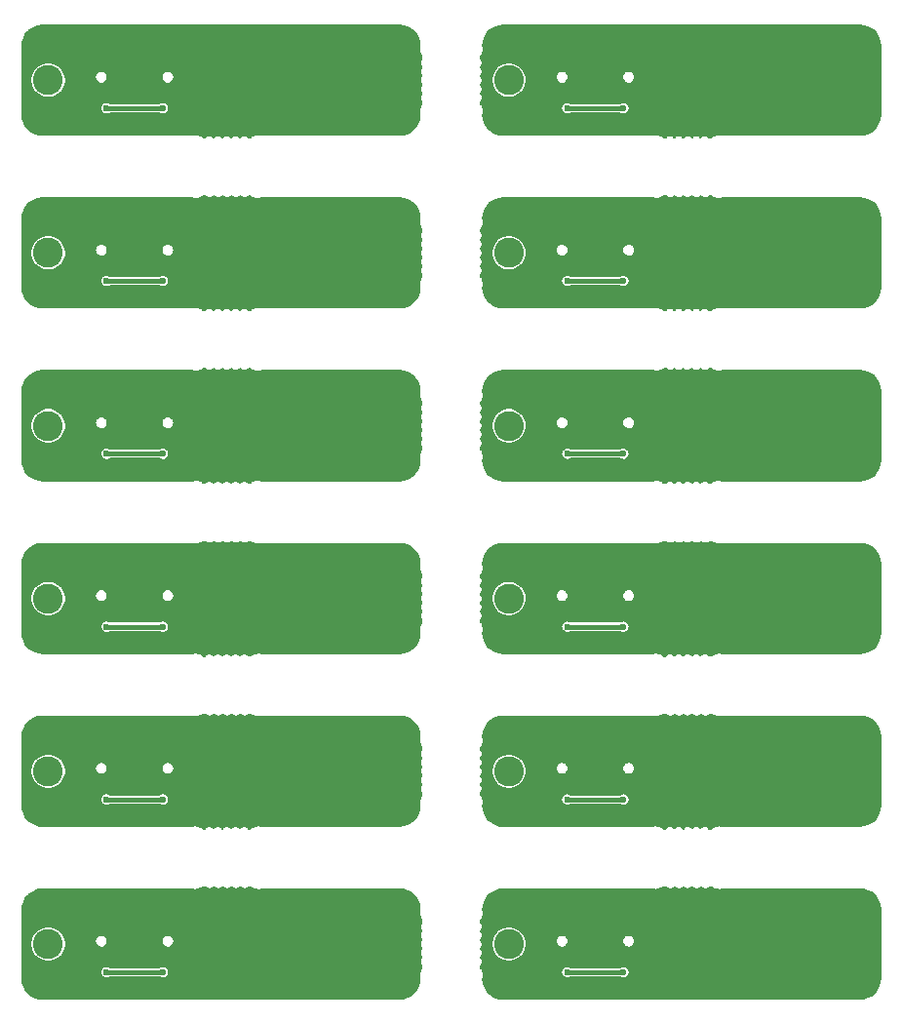
<source format=gbr>
%TF.GenerationSoftware,KiCad,Pcbnew,(5.1.11)-1*%
%TF.CreationDate,2022-08-13T18:26:06+07:00*%
%TF.ProjectId,Eclipse Voyager - Copy,45636c69-7073-4652-9056-6f7961676572,rev?*%
%TF.SameCoordinates,Original*%
%TF.FileFunction,Copper,L2,Bot*%
%TF.FilePolarity,Positive*%
%FSLAX46Y46*%
G04 Gerber Fmt 4.6, Leading zero omitted, Abs format (unit mm)*
G04 Created by KiCad (PCBNEW (5.1.11)-1) date 2022-08-13 18:26:06*
%MOMM*%
%LPD*%
G01*
G04 APERTURE LIST*
%TA.AperFunction,ComponentPad*%
%ADD10O,1.000000X1.600000*%
%TD*%
%TA.AperFunction,ComponentPad*%
%ADD11O,1.000000X2.100000*%
%TD*%
%TA.AperFunction,ComponentPad*%
%ADD12C,3.500000*%
%TD*%
%TA.AperFunction,ComponentPad*%
%ADD13C,2.600000*%
%TD*%
%TA.AperFunction,ViaPad*%
%ADD14C,0.500000*%
%TD*%
%TA.AperFunction,ViaPad*%
%ADD15C,0.600000*%
%TD*%
%TA.AperFunction,Conductor*%
%ADD16C,0.400000*%
%TD*%
%TA.AperFunction,Conductor*%
%ADD17C,0.152400*%
%TD*%
%TA.AperFunction,Conductor*%
%ADD18C,0.100000*%
%TD*%
G04 APERTURE END LIST*
D10*
%TO.P,USB1,13*%
%TO.N,GNDPWR*%
X167680000Y-27600000D03*
X176320000Y-27600000D03*
D11*
X167680000Y-31780000D03*
X176320000Y-31780000D03*
%TD*%
D12*
%TO.P,H1,1*%
%TO.N,GNDPWR*%
X194500000Y-106500000D03*
%TD*%
%TO.P,H1,1*%
%TO.N,GNDPWR*%
X154500000Y-106500000D03*
%TD*%
%TO.P,H1,1*%
%TO.N,GNDPWR*%
X194500000Y-91500000D03*
%TD*%
%TO.P,H1,1*%
%TO.N,GNDPWR*%
X154500000Y-91500000D03*
%TD*%
%TO.P,H1,1*%
%TO.N,GNDPWR*%
X194500000Y-76500000D03*
%TD*%
%TO.P,H1,1*%
%TO.N,GNDPWR*%
X154500000Y-76500000D03*
%TD*%
%TO.P,H1,1*%
%TO.N,GNDPWR*%
X194500000Y-61500000D03*
%TD*%
%TO.P,H1,1*%
%TO.N,GNDPWR*%
X154500000Y-61500000D03*
%TD*%
%TO.P,H1,1*%
%TO.N,GNDPWR*%
X194500000Y-46500000D03*
%TD*%
%TO.P,H1,1*%
%TO.N,GNDPWR*%
X154500000Y-46500000D03*
%TD*%
%TO.P,H1,1*%
%TO.N,GNDPWR*%
X194500000Y-31500000D03*
%TD*%
D13*
%TO.P,H2,1*%
%TO.N,N/C*%
X164500000Y-106500000D03*
%TD*%
%TO.P,H2,1*%
%TO.N,N/C*%
X124500000Y-106500000D03*
%TD*%
%TO.P,H2,1*%
%TO.N,N/C*%
X164500000Y-91500000D03*
%TD*%
%TO.P,H2,1*%
%TO.N,N/C*%
X124500000Y-91500000D03*
%TD*%
%TO.P,H2,1*%
%TO.N,N/C*%
X164500000Y-76500000D03*
%TD*%
%TO.P,H2,1*%
%TO.N,N/C*%
X124500000Y-76500000D03*
%TD*%
%TO.P,H2,1*%
%TO.N,N/C*%
X164500000Y-61500000D03*
%TD*%
%TO.P,H2,1*%
%TO.N,N/C*%
X124500000Y-61500000D03*
%TD*%
%TO.P,H2,1*%
%TO.N,N/C*%
X164500000Y-46500000D03*
%TD*%
%TO.P,H2,1*%
%TO.N,N/C*%
X124500000Y-46500000D03*
%TD*%
%TO.P,H2,1*%
%TO.N,N/C*%
X164500000Y-31500000D03*
%TD*%
D10*
%TO.P,USB1,13*%
%TO.N,GNDPWR*%
X167680000Y-102600000D03*
X176320000Y-102600000D03*
D11*
X167680000Y-106780000D03*
X176320000Y-106780000D03*
%TD*%
D10*
%TO.P,USB1,13*%
%TO.N,GNDPWR*%
X127680000Y-102600000D03*
X136320000Y-102600000D03*
D11*
X127680000Y-106780000D03*
X136320000Y-106780000D03*
%TD*%
D10*
%TO.P,USB1,13*%
%TO.N,GNDPWR*%
X167680000Y-87600000D03*
X176320000Y-87600000D03*
D11*
X167680000Y-91780000D03*
X176320000Y-91780000D03*
%TD*%
D10*
%TO.P,USB1,13*%
%TO.N,GNDPWR*%
X127680000Y-87600000D03*
X136320000Y-87600000D03*
D11*
X127680000Y-91780000D03*
X136320000Y-91780000D03*
%TD*%
D10*
%TO.P,USB1,13*%
%TO.N,GNDPWR*%
X167680000Y-72600000D03*
X176320000Y-72600000D03*
D11*
X167680000Y-76780000D03*
X176320000Y-76780000D03*
%TD*%
D10*
%TO.P,USB1,13*%
%TO.N,GNDPWR*%
X127680000Y-72600000D03*
X136320000Y-72600000D03*
D11*
X127680000Y-76780000D03*
X136320000Y-76780000D03*
%TD*%
D10*
%TO.P,USB1,13*%
%TO.N,GNDPWR*%
X167680000Y-57600000D03*
X176320000Y-57600000D03*
D11*
X167680000Y-61780000D03*
X176320000Y-61780000D03*
%TD*%
D10*
%TO.P,USB1,13*%
%TO.N,GNDPWR*%
X127680000Y-57600000D03*
X136320000Y-57600000D03*
D11*
X127680000Y-61780000D03*
X136320000Y-61780000D03*
%TD*%
D10*
%TO.P,USB1,13*%
%TO.N,GNDPWR*%
X167680000Y-42600000D03*
X176320000Y-42600000D03*
D11*
X167680000Y-46780000D03*
X176320000Y-46780000D03*
%TD*%
D10*
%TO.P,USB1,13*%
%TO.N,GNDPWR*%
X127680000Y-42600000D03*
X136320000Y-42600000D03*
D11*
X127680000Y-46780000D03*
X136320000Y-46780000D03*
%TD*%
D13*
%TO.P,H2,1*%
%TO.N,N/C*%
X124500000Y-31500000D03*
%TD*%
D12*
%TO.P,H1,1*%
%TO.N,GNDPWR*%
X154500000Y-31500000D03*
%TD*%
D11*
%TO.P,USB1,13*%
%TO.N,GNDPWR*%
X136320000Y-31780000D03*
X127680000Y-31780000D03*
D10*
X136320000Y-27600000D03*
X127680000Y-27600000D03*
%TD*%
D14*
%TO.N,GNDPWR*%
X132000000Y-35000000D03*
X172000000Y-35000000D03*
X132000000Y-50000000D03*
X172000000Y-50000000D03*
X132000000Y-65000000D03*
X172000000Y-65000000D03*
X132000000Y-80000000D03*
X172000000Y-80000000D03*
X132000000Y-95000000D03*
X172000000Y-95000000D03*
X132000000Y-110000000D03*
X172000000Y-110000000D03*
D15*
%TO.N,VBUS*%
X134450000Y-33939999D03*
X129550000Y-33939999D03*
X174450000Y-33939999D03*
X134450000Y-48939999D03*
X174450000Y-48939999D03*
X134450000Y-63939999D03*
X174450000Y-63939999D03*
X134450000Y-78939999D03*
X174450000Y-78939999D03*
X134450000Y-93939999D03*
X174450000Y-93939999D03*
X134450000Y-108939999D03*
X174450000Y-108939999D03*
X169550000Y-33939999D03*
X129550000Y-48939999D03*
X169550000Y-48939999D03*
X129550000Y-63939999D03*
X169550000Y-63939999D03*
X129550000Y-78939999D03*
X169550000Y-78939999D03*
X129550000Y-93939999D03*
X169550000Y-93939999D03*
X129550000Y-108939999D03*
X169550000Y-108939999D03*
%TD*%
D16*
%TO.N,VBUS*%
X134450000Y-33939999D02*
X129550000Y-33939999D01*
X174450000Y-33939999D02*
X169550000Y-33939999D01*
X134450000Y-48939999D02*
X129550000Y-48939999D01*
X174450000Y-48939999D02*
X169550000Y-48939999D01*
X134450000Y-63939999D02*
X129550000Y-63939999D01*
X174450000Y-63939999D02*
X169550000Y-63939999D01*
X134450000Y-78939999D02*
X129550000Y-78939999D01*
X174450000Y-78939999D02*
X169550000Y-78939999D01*
X134450000Y-93939999D02*
X129550000Y-93939999D01*
X174450000Y-93939999D02*
X169550000Y-93939999D01*
X134450000Y-108939999D02*
X129550000Y-108939999D01*
X174450000Y-108939999D02*
X169550000Y-108939999D01*
%TD*%
D17*
%TO.N,GNDPWR*%
X155338978Y-26788054D02*
X155665040Y-26886498D01*
X155965768Y-27046399D01*
X156229717Y-27261670D01*
X156446823Y-27524106D01*
X156608819Y-27823712D01*
X156709538Y-28149082D01*
X156746398Y-28499778D01*
X156746400Y-28500320D01*
X156746400Y-28533937D01*
X156720541Y-28581359D01*
X156702819Y-28637899D01*
X156699517Y-28668281D01*
X156698087Y-28675247D01*
X156698041Y-28681863D01*
X156696417Y-28696805D01*
X156696402Y-28701044D01*
X156696426Y-28708025D01*
X156697766Y-28721230D01*
X156697674Y-28734498D01*
X156698087Y-28738717D01*
X156718488Y-28932814D01*
X156724026Y-28959790D01*
X156729178Y-28986796D01*
X156730402Y-28990855D01*
X156788114Y-29177293D01*
X156798789Y-29202686D01*
X156809086Y-29228172D01*
X156811075Y-29231915D01*
X156903900Y-29403592D01*
X156919318Y-29426449D01*
X156923800Y-29433298D01*
X156923800Y-29637357D01*
X156878247Y-29682910D01*
X156825870Y-29761298D01*
X156789792Y-29848397D01*
X156771400Y-29940862D01*
X156771400Y-30035138D01*
X156789792Y-30127603D01*
X156825870Y-30214702D01*
X156878247Y-30293090D01*
X156923800Y-30338643D01*
X156923800Y-30387357D01*
X156878247Y-30432910D01*
X156825870Y-30511298D01*
X156789792Y-30598397D01*
X156771400Y-30690862D01*
X156771400Y-30785138D01*
X156789792Y-30877603D01*
X156825870Y-30964702D01*
X156878247Y-31043090D01*
X156923800Y-31088643D01*
X156923800Y-31137357D01*
X156878247Y-31182910D01*
X156825870Y-31261298D01*
X156789792Y-31348397D01*
X156771400Y-31440862D01*
X156771400Y-31535138D01*
X156789792Y-31627603D01*
X156825870Y-31714702D01*
X156878247Y-31793090D01*
X156923800Y-31838643D01*
X156923800Y-31911357D01*
X156878247Y-31956910D01*
X156825870Y-32035298D01*
X156789792Y-32122397D01*
X156771400Y-32214862D01*
X156771400Y-32309138D01*
X156789792Y-32401603D01*
X156825870Y-32488702D01*
X156878247Y-32567090D01*
X156923800Y-32612643D01*
X156923800Y-32673357D01*
X156878247Y-32718910D01*
X156825870Y-32797298D01*
X156789792Y-32884397D01*
X156771400Y-32976862D01*
X156771400Y-33071138D01*
X156789792Y-33163603D01*
X156825870Y-33250702D01*
X156878247Y-33329090D01*
X156923800Y-33374643D01*
X156923800Y-33566774D01*
X156916575Y-33577649D01*
X156901033Y-33600348D01*
X156899016Y-33604076D01*
X156807391Y-33776399D01*
X156796903Y-33801845D01*
X156786066Y-33827130D01*
X156784814Y-33831174D01*
X156784811Y-33831181D01*
X156784810Y-33831188D01*
X156728403Y-34018016D01*
X156723062Y-34044990D01*
X156717337Y-34071924D01*
X156716894Y-34076140D01*
X156697849Y-34270374D01*
X156697849Y-34329626D01*
X156709358Y-34387750D01*
X156731937Y-34442532D01*
X156746400Y-34464301D01*
X156746400Y-34487593D01*
X156711946Y-34838978D01*
X156613504Y-35165035D01*
X156453601Y-35465770D01*
X156238330Y-35729717D01*
X155975894Y-35946823D01*
X155676288Y-36108819D01*
X155350917Y-36209538D01*
X155000221Y-36246398D01*
X154999680Y-36246400D01*
X142966063Y-36246400D01*
X142918641Y-36220541D01*
X142862101Y-36202819D01*
X142831719Y-36199517D01*
X142824753Y-36198087D01*
X142818137Y-36198041D01*
X142803195Y-36196417D01*
X142798956Y-36196402D01*
X142791975Y-36196426D01*
X142778770Y-36197766D01*
X142765502Y-36197674D01*
X142761283Y-36198087D01*
X142567186Y-36218488D01*
X142540210Y-36224026D01*
X142513204Y-36229178D01*
X142509145Y-36230402D01*
X142322707Y-36288114D01*
X142297314Y-36298789D01*
X142271828Y-36309086D01*
X142268089Y-36311074D01*
X142268084Y-36311076D01*
X142268080Y-36311079D01*
X142096408Y-36403900D01*
X142073566Y-36419307D01*
X142050570Y-36434356D01*
X142047284Y-36437035D01*
X142011518Y-36466624D01*
X141898477Y-36466947D01*
X141883753Y-36444910D01*
X141817090Y-36378247D01*
X141738702Y-36325870D01*
X141651603Y-36289792D01*
X141559138Y-36271400D01*
X141464862Y-36271400D01*
X141372397Y-36289792D01*
X141285298Y-36325870D01*
X141206910Y-36378247D01*
X141140247Y-36444910D01*
X141137000Y-36449769D01*
X141133753Y-36444910D01*
X141067090Y-36378247D01*
X140988702Y-36325870D01*
X140901603Y-36289792D01*
X140809138Y-36271400D01*
X140714862Y-36271400D01*
X140622397Y-36289792D01*
X140535298Y-36325870D01*
X140456910Y-36378247D01*
X140390247Y-36444910D01*
X140387000Y-36449769D01*
X140383753Y-36444910D01*
X140317090Y-36378247D01*
X140238702Y-36325870D01*
X140151603Y-36289792D01*
X140059138Y-36271400D01*
X139964862Y-36271400D01*
X139872397Y-36289792D01*
X139785298Y-36325870D01*
X139706910Y-36378247D01*
X139640247Y-36444910D01*
X139625000Y-36467729D01*
X139609753Y-36444910D01*
X139543090Y-36378247D01*
X139464702Y-36325870D01*
X139377603Y-36289792D01*
X139285138Y-36271400D01*
X139190862Y-36271400D01*
X139098397Y-36289792D01*
X139011298Y-36325870D01*
X138932910Y-36378247D01*
X138866247Y-36444910D01*
X138857000Y-36458749D01*
X138847753Y-36444910D01*
X138781090Y-36378247D01*
X138702702Y-36325870D01*
X138615603Y-36289792D01*
X138523138Y-36271400D01*
X138428862Y-36271400D01*
X138336397Y-36289792D01*
X138249298Y-36325870D01*
X138170910Y-36378247D01*
X138104247Y-36444910D01*
X138082237Y-36477850D01*
X138002013Y-36478079D01*
X137945276Y-36431806D01*
X137922351Y-36416575D01*
X137899652Y-36401033D01*
X137895924Y-36399016D01*
X137723601Y-36307391D01*
X137698155Y-36296903D01*
X137672870Y-36286066D01*
X137668826Y-36284814D01*
X137668819Y-36284811D01*
X137668812Y-36284810D01*
X137481984Y-36228403D01*
X137455010Y-36223062D01*
X137428076Y-36217337D01*
X137423860Y-36216894D01*
X137229626Y-36197849D01*
X137170374Y-36197849D01*
X137112250Y-36209358D01*
X137057468Y-36231937D01*
X137035699Y-36246400D01*
X124012407Y-36246400D01*
X123661022Y-36211946D01*
X123334965Y-36113504D01*
X123034230Y-35953601D01*
X122770283Y-35738330D01*
X122553177Y-35475894D01*
X122391181Y-35176288D01*
X122290462Y-34850917D01*
X122253602Y-34500221D01*
X122253600Y-34499680D01*
X122253600Y-33887936D01*
X129021400Y-33887936D01*
X129021400Y-33992062D01*
X129041713Y-34094186D01*
X129081560Y-34190385D01*
X129139409Y-34276962D01*
X129213037Y-34350590D01*
X129299614Y-34408439D01*
X129395813Y-34448286D01*
X129497937Y-34468599D01*
X129602063Y-34468599D01*
X129704187Y-34448286D01*
X129800386Y-34408439D01*
X129860011Y-34368599D01*
X134139989Y-34368599D01*
X134199614Y-34408439D01*
X134295813Y-34448286D01*
X134397937Y-34468599D01*
X134502063Y-34468599D01*
X134604187Y-34448286D01*
X134700386Y-34408439D01*
X134786963Y-34350590D01*
X134860591Y-34276962D01*
X134918440Y-34190385D01*
X134958287Y-34094186D01*
X134978600Y-33992062D01*
X134978600Y-33887936D01*
X134958287Y-33785812D01*
X134918440Y-33689613D01*
X134860591Y-33603036D01*
X134786963Y-33529408D01*
X134700386Y-33471559D01*
X134604187Y-33431712D01*
X134502063Y-33411399D01*
X134397937Y-33411399D01*
X134295813Y-33431712D01*
X134199614Y-33471559D01*
X134139989Y-33511399D01*
X129860011Y-33511399D01*
X129800386Y-33471559D01*
X129704187Y-33431712D01*
X129602063Y-33411399D01*
X129497937Y-33411399D01*
X129395813Y-33431712D01*
X129299614Y-33471559D01*
X129213037Y-33529408D01*
X129139409Y-33603036D01*
X129081560Y-33689613D01*
X129041713Y-33785812D01*
X129021400Y-33887936D01*
X122253600Y-33887936D01*
X122253600Y-31349446D01*
X122971400Y-31349446D01*
X122971400Y-31650554D01*
X123030143Y-31945876D01*
X123145372Y-32224064D01*
X123312659Y-32474426D01*
X123525574Y-32687341D01*
X123775936Y-32854628D01*
X124054124Y-32969857D01*
X124349446Y-33028600D01*
X124650554Y-33028600D01*
X124945876Y-32969857D01*
X125224064Y-32854628D01*
X125474426Y-32687341D01*
X125687341Y-32474426D01*
X125854628Y-32224064D01*
X125969857Y-31945876D01*
X126028600Y-31650554D01*
X126028600Y-31349446D01*
X125997974Y-31195475D01*
X128556400Y-31195475D01*
X128556400Y-31304525D01*
X128577674Y-31411479D01*
X128619406Y-31512228D01*
X128679991Y-31602900D01*
X128757100Y-31680009D01*
X128847772Y-31740594D01*
X128948521Y-31782326D01*
X129055475Y-31803600D01*
X129164525Y-31803600D01*
X129271479Y-31782326D01*
X129372228Y-31740594D01*
X129462900Y-31680009D01*
X129540009Y-31602900D01*
X129600594Y-31512228D01*
X129642326Y-31411479D01*
X129663600Y-31304525D01*
X129663600Y-31195475D01*
X134336400Y-31195475D01*
X134336400Y-31304525D01*
X134357674Y-31411479D01*
X134399406Y-31512228D01*
X134459991Y-31602900D01*
X134537100Y-31680009D01*
X134627772Y-31740594D01*
X134728521Y-31782326D01*
X134835475Y-31803600D01*
X134944525Y-31803600D01*
X135051479Y-31782326D01*
X135152228Y-31740594D01*
X135242900Y-31680009D01*
X135320009Y-31602900D01*
X135380594Y-31512228D01*
X135422326Y-31411479D01*
X135443600Y-31304525D01*
X135443600Y-31195475D01*
X135422326Y-31088521D01*
X135380594Y-30987772D01*
X135320009Y-30897100D01*
X135242900Y-30819991D01*
X135152228Y-30759406D01*
X135051479Y-30717674D01*
X134944525Y-30696400D01*
X134835475Y-30696400D01*
X134728521Y-30717674D01*
X134627772Y-30759406D01*
X134537100Y-30819991D01*
X134459991Y-30897100D01*
X134399406Y-30987772D01*
X134357674Y-31088521D01*
X134336400Y-31195475D01*
X129663600Y-31195475D01*
X129642326Y-31088521D01*
X129600594Y-30987772D01*
X129540009Y-30897100D01*
X129462900Y-30819991D01*
X129372228Y-30759406D01*
X129271479Y-30717674D01*
X129164525Y-30696400D01*
X129055475Y-30696400D01*
X128948521Y-30717674D01*
X128847772Y-30759406D01*
X128757100Y-30819991D01*
X128679991Y-30897100D01*
X128619406Y-30987772D01*
X128577674Y-31088521D01*
X128556400Y-31195475D01*
X125997974Y-31195475D01*
X125969857Y-31054124D01*
X125854628Y-30775936D01*
X125687341Y-30525574D01*
X125474426Y-30312659D01*
X125224064Y-30145372D01*
X124945876Y-30030143D01*
X124650554Y-29971400D01*
X124349446Y-29971400D01*
X124054124Y-30030143D01*
X123775936Y-30145372D01*
X123525574Y-30312659D01*
X123312659Y-30525574D01*
X123145372Y-30775936D01*
X123030143Y-31054124D01*
X122971400Y-31349446D01*
X122253600Y-31349446D01*
X122253600Y-28512407D01*
X122288054Y-28161022D01*
X122386498Y-27834960D01*
X122546399Y-27534232D01*
X122761670Y-27270283D01*
X123024106Y-27053177D01*
X123323712Y-26891181D01*
X123649082Y-26790462D01*
X123999778Y-26753602D01*
X124000320Y-26753600D01*
X154987593Y-26753600D01*
X155338978Y-26788054D01*
%TA.AperFunction,Conductor*%
D18*
G36*
X155338978Y-26788054D02*
G01*
X155665040Y-26886498D01*
X155965768Y-27046399D01*
X156229717Y-27261670D01*
X156446823Y-27524106D01*
X156608819Y-27823712D01*
X156709538Y-28149082D01*
X156746398Y-28499778D01*
X156746400Y-28500320D01*
X156746400Y-28533937D01*
X156720541Y-28581359D01*
X156702819Y-28637899D01*
X156699517Y-28668281D01*
X156698087Y-28675247D01*
X156698041Y-28681863D01*
X156696417Y-28696805D01*
X156696402Y-28701044D01*
X156696426Y-28708025D01*
X156697766Y-28721230D01*
X156697674Y-28734498D01*
X156698087Y-28738717D01*
X156718488Y-28932814D01*
X156724026Y-28959790D01*
X156729178Y-28986796D01*
X156730402Y-28990855D01*
X156788114Y-29177293D01*
X156798789Y-29202686D01*
X156809086Y-29228172D01*
X156811075Y-29231915D01*
X156903900Y-29403592D01*
X156919318Y-29426449D01*
X156923800Y-29433298D01*
X156923800Y-29637357D01*
X156878247Y-29682910D01*
X156825870Y-29761298D01*
X156789792Y-29848397D01*
X156771400Y-29940862D01*
X156771400Y-30035138D01*
X156789792Y-30127603D01*
X156825870Y-30214702D01*
X156878247Y-30293090D01*
X156923800Y-30338643D01*
X156923800Y-30387357D01*
X156878247Y-30432910D01*
X156825870Y-30511298D01*
X156789792Y-30598397D01*
X156771400Y-30690862D01*
X156771400Y-30785138D01*
X156789792Y-30877603D01*
X156825870Y-30964702D01*
X156878247Y-31043090D01*
X156923800Y-31088643D01*
X156923800Y-31137357D01*
X156878247Y-31182910D01*
X156825870Y-31261298D01*
X156789792Y-31348397D01*
X156771400Y-31440862D01*
X156771400Y-31535138D01*
X156789792Y-31627603D01*
X156825870Y-31714702D01*
X156878247Y-31793090D01*
X156923800Y-31838643D01*
X156923800Y-31911357D01*
X156878247Y-31956910D01*
X156825870Y-32035298D01*
X156789792Y-32122397D01*
X156771400Y-32214862D01*
X156771400Y-32309138D01*
X156789792Y-32401603D01*
X156825870Y-32488702D01*
X156878247Y-32567090D01*
X156923800Y-32612643D01*
X156923800Y-32673357D01*
X156878247Y-32718910D01*
X156825870Y-32797298D01*
X156789792Y-32884397D01*
X156771400Y-32976862D01*
X156771400Y-33071138D01*
X156789792Y-33163603D01*
X156825870Y-33250702D01*
X156878247Y-33329090D01*
X156923800Y-33374643D01*
X156923800Y-33566774D01*
X156916575Y-33577649D01*
X156901033Y-33600348D01*
X156899016Y-33604076D01*
X156807391Y-33776399D01*
X156796903Y-33801845D01*
X156786066Y-33827130D01*
X156784814Y-33831174D01*
X156784811Y-33831181D01*
X156784810Y-33831188D01*
X156728403Y-34018016D01*
X156723062Y-34044990D01*
X156717337Y-34071924D01*
X156716894Y-34076140D01*
X156697849Y-34270374D01*
X156697849Y-34329626D01*
X156709358Y-34387750D01*
X156731937Y-34442532D01*
X156746400Y-34464301D01*
X156746400Y-34487593D01*
X156711946Y-34838978D01*
X156613504Y-35165035D01*
X156453601Y-35465770D01*
X156238330Y-35729717D01*
X155975894Y-35946823D01*
X155676288Y-36108819D01*
X155350917Y-36209538D01*
X155000221Y-36246398D01*
X154999680Y-36246400D01*
X142966063Y-36246400D01*
X142918641Y-36220541D01*
X142862101Y-36202819D01*
X142831719Y-36199517D01*
X142824753Y-36198087D01*
X142818137Y-36198041D01*
X142803195Y-36196417D01*
X142798956Y-36196402D01*
X142791975Y-36196426D01*
X142778770Y-36197766D01*
X142765502Y-36197674D01*
X142761283Y-36198087D01*
X142567186Y-36218488D01*
X142540210Y-36224026D01*
X142513204Y-36229178D01*
X142509145Y-36230402D01*
X142322707Y-36288114D01*
X142297314Y-36298789D01*
X142271828Y-36309086D01*
X142268089Y-36311074D01*
X142268084Y-36311076D01*
X142268080Y-36311079D01*
X142096408Y-36403900D01*
X142073566Y-36419307D01*
X142050570Y-36434356D01*
X142047284Y-36437035D01*
X142011518Y-36466624D01*
X141898477Y-36466947D01*
X141883753Y-36444910D01*
X141817090Y-36378247D01*
X141738702Y-36325870D01*
X141651603Y-36289792D01*
X141559138Y-36271400D01*
X141464862Y-36271400D01*
X141372397Y-36289792D01*
X141285298Y-36325870D01*
X141206910Y-36378247D01*
X141140247Y-36444910D01*
X141137000Y-36449769D01*
X141133753Y-36444910D01*
X141067090Y-36378247D01*
X140988702Y-36325870D01*
X140901603Y-36289792D01*
X140809138Y-36271400D01*
X140714862Y-36271400D01*
X140622397Y-36289792D01*
X140535298Y-36325870D01*
X140456910Y-36378247D01*
X140390247Y-36444910D01*
X140387000Y-36449769D01*
X140383753Y-36444910D01*
X140317090Y-36378247D01*
X140238702Y-36325870D01*
X140151603Y-36289792D01*
X140059138Y-36271400D01*
X139964862Y-36271400D01*
X139872397Y-36289792D01*
X139785298Y-36325870D01*
X139706910Y-36378247D01*
X139640247Y-36444910D01*
X139625000Y-36467729D01*
X139609753Y-36444910D01*
X139543090Y-36378247D01*
X139464702Y-36325870D01*
X139377603Y-36289792D01*
X139285138Y-36271400D01*
X139190862Y-36271400D01*
X139098397Y-36289792D01*
X139011298Y-36325870D01*
X138932910Y-36378247D01*
X138866247Y-36444910D01*
X138857000Y-36458749D01*
X138847753Y-36444910D01*
X138781090Y-36378247D01*
X138702702Y-36325870D01*
X138615603Y-36289792D01*
X138523138Y-36271400D01*
X138428862Y-36271400D01*
X138336397Y-36289792D01*
X138249298Y-36325870D01*
X138170910Y-36378247D01*
X138104247Y-36444910D01*
X138082237Y-36477850D01*
X138002013Y-36478079D01*
X137945276Y-36431806D01*
X137922351Y-36416575D01*
X137899652Y-36401033D01*
X137895924Y-36399016D01*
X137723601Y-36307391D01*
X137698155Y-36296903D01*
X137672870Y-36286066D01*
X137668826Y-36284814D01*
X137668819Y-36284811D01*
X137668812Y-36284810D01*
X137481984Y-36228403D01*
X137455010Y-36223062D01*
X137428076Y-36217337D01*
X137423860Y-36216894D01*
X137229626Y-36197849D01*
X137170374Y-36197849D01*
X137112250Y-36209358D01*
X137057468Y-36231937D01*
X137035699Y-36246400D01*
X124012407Y-36246400D01*
X123661022Y-36211946D01*
X123334965Y-36113504D01*
X123034230Y-35953601D01*
X122770283Y-35738330D01*
X122553177Y-35475894D01*
X122391181Y-35176288D01*
X122290462Y-34850917D01*
X122253602Y-34500221D01*
X122253600Y-34499680D01*
X122253600Y-33887936D01*
X129021400Y-33887936D01*
X129021400Y-33992062D01*
X129041713Y-34094186D01*
X129081560Y-34190385D01*
X129139409Y-34276962D01*
X129213037Y-34350590D01*
X129299614Y-34408439D01*
X129395813Y-34448286D01*
X129497937Y-34468599D01*
X129602063Y-34468599D01*
X129704187Y-34448286D01*
X129800386Y-34408439D01*
X129860011Y-34368599D01*
X134139989Y-34368599D01*
X134199614Y-34408439D01*
X134295813Y-34448286D01*
X134397937Y-34468599D01*
X134502063Y-34468599D01*
X134604187Y-34448286D01*
X134700386Y-34408439D01*
X134786963Y-34350590D01*
X134860591Y-34276962D01*
X134918440Y-34190385D01*
X134958287Y-34094186D01*
X134978600Y-33992062D01*
X134978600Y-33887936D01*
X134958287Y-33785812D01*
X134918440Y-33689613D01*
X134860591Y-33603036D01*
X134786963Y-33529408D01*
X134700386Y-33471559D01*
X134604187Y-33431712D01*
X134502063Y-33411399D01*
X134397937Y-33411399D01*
X134295813Y-33431712D01*
X134199614Y-33471559D01*
X134139989Y-33511399D01*
X129860011Y-33511399D01*
X129800386Y-33471559D01*
X129704187Y-33431712D01*
X129602063Y-33411399D01*
X129497937Y-33411399D01*
X129395813Y-33431712D01*
X129299614Y-33471559D01*
X129213037Y-33529408D01*
X129139409Y-33603036D01*
X129081560Y-33689613D01*
X129041713Y-33785812D01*
X129021400Y-33887936D01*
X122253600Y-33887936D01*
X122253600Y-31349446D01*
X122971400Y-31349446D01*
X122971400Y-31650554D01*
X123030143Y-31945876D01*
X123145372Y-32224064D01*
X123312659Y-32474426D01*
X123525574Y-32687341D01*
X123775936Y-32854628D01*
X124054124Y-32969857D01*
X124349446Y-33028600D01*
X124650554Y-33028600D01*
X124945876Y-32969857D01*
X125224064Y-32854628D01*
X125474426Y-32687341D01*
X125687341Y-32474426D01*
X125854628Y-32224064D01*
X125969857Y-31945876D01*
X126028600Y-31650554D01*
X126028600Y-31349446D01*
X125997974Y-31195475D01*
X128556400Y-31195475D01*
X128556400Y-31304525D01*
X128577674Y-31411479D01*
X128619406Y-31512228D01*
X128679991Y-31602900D01*
X128757100Y-31680009D01*
X128847772Y-31740594D01*
X128948521Y-31782326D01*
X129055475Y-31803600D01*
X129164525Y-31803600D01*
X129271479Y-31782326D01*
X129372228Y-31740594D01*
X129462900Y-31680009D01*
X129540009Y-31602900D01*
X129600594Y-31512228D01*
X129642326Y-31411479D01*
X129663600Y-31304525D01*
X129663600Y-31195475D01*
X134336400Y-31195475D01*
X134336400Y-31304525D01*
X134357674Y-31411479D01*
X134399406Y-31512228D01*
X134459991Y-31602900D01*
X134537100Y-31680009D01*
X134627772Y-31740594D01*
X134728521Y-31782326D01*
X134835475Y-31803600D01*
X134944525Y-31803600D01*
X135051479Y-31782326D01*
X135152228Y-31740594D01*
X135242900Y-31680009D01*
X135320009Y-31602900D01*
X135380594Y-31512228D01*
X135422326Y-31411479D01*
X135443600Y-31304525D01*
X135443600Y-31195475D01*
X135422326Y-31088521D01*
X135380594Y-30987772D01*
X135320009Y-30897100D01*
X135242900Y-30819991D01*
X135152228Y-30759406D01*
X135051479Y-30717674D01*
X134944525Y-30696400D01*
X134835475Y-30696400D01*
X134728521Y-30717674D01*
X134627772Y-30759406D01*
X134537100Y-30819991D01*
X134459991Y-30897100D01*
X134399406Y-30987772D01*
X134357674Y-31088521D01*
X134336400Y-31195475D01*
X129663600Y-31195475D01*
X129642326Y-31088521D01*
X129600594Y-30987772D01*
X129540009Y-30897100D01*
X129462900Y-30819991D01*
X129372228Y-30759406D01*
X129271479Y-30717674D01*
X129164525Y-30696400D01*
X129055475Y-30696400D01*
X128948521Y-30717674D01*
X128847772Y-30759406D01*
X128757100Y-30819991D01*
X128679991Y-30897100D01*
X128619406Y-30987772D01*
X128577674Y-31088521D01*
X128556400Y-31195475D01*
X125997974Y-31195475D01*
X125969857Y-31054124D01*
X125854628Y-30775936D01*
X125687341Y-30525574D01*
X125474426Y-30312659D01*
X125224064Y-30145372D01*
X124945876Y-30030143D01*
X124650554Y-29971400D01*
X124349446Y-29971400D01*
X124054124Y-30030143D01*
X123775936Y-30145372D01*
X123525574Y-30312659D01*
X123312659Y-30525574D01*
X123145372Y-30775936D01*
X123030143Y-31054124D01*
X122971400Y-31349446D01*
X122253600Y-31349446D01*
X122253600Y-28512407D01*
X122288054Y-28161022D01*
X122386498Y-27834960D01*
X122546399Y-27534232D01*
X122761670Y-27270283D01*
X123024106Y-27053177D01*
X123323712Y-26891181D01*
X123649082Y-26790462D01*
X123999778Y-26753602D01*
X124000320Y-26753600D01*
X154987593Y-26753600D01*
X155338978Y-26788054D01*
G37*
%TD.AperFunction*%
%TD*%
D17*
%TO.N,GNDPWR*%
X195338978Y-26788054D02*
X195665040Y-26886498D01*
X195965768Y-27046399D01*
X196229717Y-27261670D01*
X196446823Y-27524106D01*
X196608819Y-27823712D01*
X196709538Y-28149082D01*
X196746398Y-28499778D01*
X196746400Y-28500321D01*
X196746401Y-34487583D01*
X196711946Y-34838978D01*
X196613504Y-35165035D01*
X196453601Y-35465770D01*
X196238330Y-35729717D01*
X195975894Y-35946823D01*
X195676288Y-36108819D01*
X195350917Y-36209538D01*
X195000221Y-36246398D01*
X194999680Y-36246400D01*
X182966063Y-36246400D01*
X182918641Y-36220541D01*
X182862101Y-36202819D01*
X182831719Y-36199517D01*
X182824753Y-36198087D01*
X182818137Y-36198041D01*
X182803195Y-36196417D01*
X182798956Y-36196402D01*
X182791975Y-36196426D01*
X182778770Y-36197766D01*
X182765502Y-36197674D01*
X182761283Y-36198087D01*
X182567186Y-36218488D01*
X182540210Y-36224026D01*
X182513204Y-36229178D01*
X182509145Y-36230402D01*
X182322707Y-36288114D01*
X182297314Y-36298789D01*
X182271828Y-36309086D01*
X182268089Y-36311074D01*
X182268084Y-36311076D01*
X182268080Y-36311079D01*
X182096408Y-36403900D01*
X182073566Y-36419307D01*
X182050570Y-36434356D01*
X182047284Y-36437035D01*
X182011518Y-36466624D01*
X181898477Y-36466947D01*
X181883753Y-36444910D01*
X181817090Y-36378247D01*
X181738702Y-36325870D01*
X181651603Y-36289792D01*
X181559138Y-36271400D01*
X181464862Y-36271400D01*
X181372397Y-36289792D01*
X181285298Y-36325870D01*
X181206910Y-36378247D01*
X181140247Y-36444910D01*
X181137000Y-36449769D01*
X181133753Y-36444910D01*
X181067090Y-36378247D01*
X180988702Y-36325870D01*
X180901603Y-36289792D01*
X180809138Y-36271400D01*
X180714862Y-36271400D01*
X180622397Y-36289792D01*
X180535298Y-36325870D01*
X180456910Y-36378247D01*
X180390247Y-36444910D01*
X180387000Y-36449769D01*
X180383753Y-36444910D01*
X180317090Y-36378247D01*
X180238702Y-36325870D01*
X180151603Y-36289792D01*
X180059138Y-36271400D01*
X179964862Y-36271400D01*
X179872397Y-36289792D01*
X179785298Y-36325870D01*
X179706910Y-36378247D01*
X179640247Y-36444910D01*
X179625000Y-36467729D01*
X179609753Y-36444910D01*
X179543090Y-36378247D01*
X179464702Y-36325870D01*
X179377603Y-36289792D01*
X179285138Y-36271400D01*
X179190862Y-36271400D01*
X179098397Y-36289792D01*
X179011298Y-36325870D01*
X178932910Y-36378247D01*
X178866247Y-36444910D01*
X178857000Y-36458749D01*
X178847753Y-36444910D01*
X178781090Y-36378247D01*
X178702702Y-36325870D01*
X178615603Y-36289792D01*
X178523138Y-36271400D01*
X178428862Y-36271400D01*
X178336397Y-36289792D01*
X178249298Y-36325870D01*
X178170910Y-36378247D01*
X178104247Y-36444910D01*
X178082237Y-36477850D01*
X178002013Y-36478079D01*
X177945276Y-36431806D01*
X177922351Y-36416575D01*
X177899652Y-36401033D01*
X177895924Y-36399016D01*
X177723601Y-36307391D01*
X177698155Y-36296903D01*
X177672870Y-36286066D01*
X177668826Y-36284814D01*
X177668819Y-36284811D01*
X177668812Y-36284810D01*
X177481984Y-36228403D01*
X177455010Y-36223062D01*
X177428076Y-36217337D01*
X177423860Y-36216894D01*
X177229626Y-36197849D01*
X177170374Y-36197849D01*
X177112250Y-36209358D01*
X177057468Y-36231937D01*
X177035699Y-36246400D01*
X164012407Y-36246400D01*
X163661022Y-36211946D01*
X163334965Y-36113504D01*
X163034230Y-35953601D01*
X162770283Y-35738330D01*
X162553177Y-35475894D01*
X162391181Y-35176288D01*
X162290462Y-34850917D01*
X162253602Y-34500221D01*
X162253600Y-34499680D01*
X162253600Y-34466063D01*
X162279459Y-34418641D01*
X162297181Y-34362101D01*
X162300483Y-34331719D01*
X162301913Y-34324753D01*
X162301959Y-34318137D01*
X162303583Y-34303195D01*
X162303598Y-34298956D01*
X162303574Y-34291975D01*
X162302234Y-34278770D01*
X162302326Y-34265502D01*
X162301913Y-34261283D01*
X162281512Y-34067186D01*
X162275974Y-34040210D01*
X162270822Y-34013204D01*
X162269598Y-34009145D01*
X162232078Y-33887936D01*
X169021400Y-33887936D01*
X169021400Y-33992062D01*
X169041713Y-34094186D01*
X169081560Y-34190385D01*
X169139409Y-34276962D01*
X169213037Y-34350590D01*
X169299614Y-34408439D01*
X169395813Y-34448286D01*
X169497937Y-34468599D01*
X169602063Y-34468599D01*
X169704187Y-34448286D01*
X169800386Y-34408439D01*
X169860011Y-34368599D01*
X174139989Y-34368599D01*
X174199614Y-34408439D01*
X174295813Y-34448286D01*
X174397937Y-34468599D01*
X174502063Y-34468599D01*
X174604187Y-34448286D01*
X174700386Y-34408439D01*
X174786963Y-34350590D01*
X174860591Y-34276962D01*
X174918440Y-34190385D01*
X174958287Y-34094186D01*
X174978600Y-33992062D01*
X174978600Y-33887936D01*
X174958287Y-33785812D01*
X174918440Y-33689613D01*
X174860591Y-33603036D01*
X174786963Y-33529408D01*
X174700386Y-33471559D01*
X174604187Y-33431712D01*
X174502063Y-33411399D01*
X174397937Y-33411399D01*
X174295813Y-33431712D01*
X174199614Y-33471559D01*
X174139989Y-33511399D01*
X169860011Y-33511399D01*
X169800386Y-33471559D01*
X169704187Y-33431712D01*
X169602063Y-33411399D01*
X169497937Y-33411399D01*
X169395813Y-33431712D01*
X169299614Y-33471559D01*
X169213037Y-33529408D01*
X169139409Y-33603036D01*
X169081560Y-33689613D01*
X169041713Y-33785812D01*
X169021400Y-33887936D01*
X162232078Y-33887936D01*
X162211886Y-33822707D01*
X162201211Y-33797314D01*
X162190914Y-33771828D01*
X162188924Y-33768085D01*
X162188924Y-33768084D01*
X162188921Y-33768080D01*
X162096100Y-33596408D01*
X162080693Y-33573566D01*
X162076200Y-33566700D01*
X162076200Y-33362643D01*
X162121753Y-33317090D01*
X162174130Y-33238702D01*
X162210208Y-33151603D01*
X162228600Y-33059138D01*
X162228600Y-32964862D01*
X162210208Y-32872397D01*
X162174130Y-32785298D01*
X162121753Y-32706910D01*
X162076200Y-32661357D01*
X162076200Y-32612643D01*
X162121753Y-32567090D01*
X162174130Y-32488702D01*
X162210208Y-32401603D01*
X162228600Y-32309138D01*
X162228600Y-32214862D01*
X162210208Y-32122397D01*
X162174130Y-32035298D01*
X162121753Y-31956910D01*
X162076200Y-31911357D01*
X162076200Y-31862643D01*
X162121753Y-31817090D01*
X162174130Y-31738702D01*
X162210208Y-31651603D01*
X162228600Y-31559138D01*
X162228600Y-31464862D01*
X162210208Y-31372397D01*
X162200702Y-31349446D01*
X162971400Y-31349446D01*
X162971400Y-31650554D01*
X163030143Y-31945876D01*
X163145372Y-32224064D01*
X163312659Y-32474426D01*
X163525574Y-32687341D01*
X163775936Y-32854628D01*
X164054124Y-32969857D01*
X164349446Y-33028600D01*
X164650554Y-33028600D01*
X164945876Y-32969857D01*
X165224064Y-32854628D01*
X165474426Y-32687341D01*
X165687341Y-32474426D01*
X165854628Y-32224064D01*
X165969857Y-31945876D01*
X166028600Y-31650554D01*
X166028600Y-31349446D01*
X165997974Y-31195475D01*
X168556400Y-31195475D01*
X168556400Y-31304525D01*
X168577674Y-31411479D01*
X168619406Y-31512228D01*
X168679991Y-31602900D01*
X168757100Y-31680009D01*
X168847772Y-31740594D01*
X168948521Y-31782326D01*
X169055475Y-31803600D01*
X169164525Y-31803600D01*
X169271479Y-31782326D01*
X169372228Y-31740594D01*
X169462900Y-31680009D01*
X169540009Y-31602900D01*
X169600594Y-31512228D01*
X169642326Y-31411479D01*
X169663600Y-31304525D01*
X169663600Y-31195475D01*
X174336400Y-31195475D01*
X174336400Y-31304525D01*
X174357674Y-31411479D01*
X174399406Y-31512228D01*
X174459991Y-31602900D01*
X174537100Y-31680009D01*
X174627772Y-31740594D01*
X174728521Y-31782326D01*
X174835475Y-31803600D01*
X174944525Y-31803600D01*
X175051479Y-31782326D01*
X175152228Y-31740594D01*
X175242900Y-31680009D01*
X175320009Y-31602900D01*
X175380594Y-31512228D01*
X175422326Y-31411479D01*
X175443600Y-31304525D01*
X175443600Y-31195475D01*
X175422326Y-31088521D01*
X175380594Y-30987772D01*
X175320009Y-30897100D01*
X175242900Y-30819991D01*
X175152228Y-30759406D01*
X175051479Y-30717674D01*
X174944525Y-30696400D01*
X174835475Y-30696400D01*
X174728521Y-30717674D01*
X174627772Y-30759406D01*
X174537100Y-30819991D01*
X174459991Y-30897100D01*
X174399406Y-30987772D01*
X174357674Y-31088521D01*
X174336400Y-31195475D01*
X169663600Y-31195475D01*
X169642326Y-31088521D01*
X169600594Y-30987772D01*
X169540009Y-30897100D01*
X169462900Y-30819991D01*
X169372228Y-30759406D01*
X169271479Y-30717674D01*
X169164525Y-30696400D01*
X169055475Y-30696400D01*
X168948521Y-30717674D01*
X168847772Y-30759406D01*
X168757100Y-30819991D01*
X168679991Y-30897100D01*
X168619406Y-30987772D01*
X168577674Y-31088521D01*
X168556400Y-31195475D01*
X165997974Y-31195475D01*
X165969857Y-31054124D01*
X165854628Y-30775936D01*
X165687341Y-30525574D01*
X165474426Y-30312659D01*
X165224064Y-30145372D01*
X164945876Y-30030143D01*
X164650554Y-29971400D01*
X164349446Y-29971400D01*
X164054124Y-30030143D01*
X163775936Y-30145372D01*
X163525574Y-30312659D01*
X163312659Y-30525574D01*
X163145372Y-30775936D01*
X163030143Y-31054124D01*
X162971400Y-31349446D01*
X162200702Y-31349446D01*
X162174130Y-31285298D01*
X162121753Y-31206910D01*
X162076200Y-31161357D01*
X162076200Y-31088643D01*
X162121753Y-31043090D01*
X162174130Y-30964702D01*
X162210208Y-30877603D01*
X162228600Y-30785138D01*
X162228600Y-30690862D01*
X162210208Y-30598397D01*
X162174130Y-30511298D01*
X162121753Y-30432910D01*
X162076200Y-30387357D01*
X162076200Y-30326643D01*
X162121753Y-30281090D01*
X162174130Y-30202702D01*
X162210208Y-30115603D01*
X162228600Y-30023138D01*
X162228600Y-29928862D01*
X162210208Y-29836397D01*
X162174130Y-29749298D01*
X162121753Y-29670910D01*
X162076200Y-29625357D01*
X162076200Y-29433226D01*
X162083421Y-29422358D01*
X162098967Y-29399652D01*
X162100984Y-29395923D01*
X162192609Y-29223601D01*
X162203108Y-29198129D01*
X162213934Y-29172869D01*
X162215186Y-29168826D01*
X162215189Y-29168819D01*
X162215190Y-29168812D01*
X162271597Y-28981984D01*
X162276943Y-28954987D01*
X162282662Y-28928076D01*
X162283106Y-28923860D01*
X162302151Y-28729627D01*
X162302151Y-28670374D01*
X162290642Y-28612251D01*
X162268063Y-28557469D01*
X162253600Y-28535700D01*
X162253600Y-28512407D01*
X162288054Y-28161022D01*
X162386498Y-27834960D01*
X162546399Y-27534232D01*
X162761670Y-27270283D01*
X163024106Y-27053177D01*
X163323712Y-26891181D01*
X163649082Y-26790462D01*
X163999778Y-26753602D01*
X164000320Y-26753600D01*
X194987593Y-26753600D01*
X195338978Y-26788054D01*
%TA.AperFunction,Conductor*%
D18*
G36*
X195338978Y-26788054D02*
G01*
X195665040Y-26886498D01*
X195965768Y-27046399D01*
X196229717Y-27261670D01*
X196446823Y-27524106D01*
X196608819Y-27823712D01*
X196709538Y-28149082D01*
X196746398Y-28499778D01*
X196746400Y-28500321D01*
X196746401Y-34487583D01*
X196711946Y-34838978D01*
X196613504Y-35165035D01*
X196453601Y-35465770D01*
X196238330Y-35729717D01*
X195975894Y-35946823D01*
X195676288Y-36108819D01*
X195350917Y-36209538D01*
X195000221Y-36246398D01*
X194999680Y-36246400D01*
X182966063Y-36246400D01*
X182918641Y-36220541D01*
X182862101Y-36202819D01*
X182831719Y-36199517D01*
X182824753Y-36198087D01*
X182818137Y-36198041D01*
X182803195Y-36196417D01*
X182798956Y-36196402D01*
X182791975Y-36196426D01*
X182778770Y-36197766D01*
X182765502Y-36197674D01*
X182761283Y-36198087D01*
X182567186Y-36218488D01*
X182540210Y-36224026D01*
X182513204Y-36229178D01*
X182509145Y-36230402D01*
X182322707Y-36288114D01*
X182297314Y-36298789D01*
X182271828Y-36309086D01*
X182268089Y-36311074D01*
X182268084Y-36311076D01*
X182268080Y-36311079D01*
X182096408Y-36403900D01*
X182073566Y-36419307D01*
X182050570Y-36434356D01*
X182047284Y-36437035D01*
X182011518Y-36466624D01*
X181898477Y-36466947D01*
X181883753Y-36444910D01*
X181817090Y-36378247D01*
X181738702Y-36325870D01*
X181651603Y-36289792D01*
X181559138Y-36271400D01*
X181464862Y-36271400D01*
X181372397Y-36289792D01*
X181285298Y-36325870D01*
X181206910Y-36378247D01*
X181140247Y-36444910D01*
X181137000Y-36449769D01*
X181133753Y-36444910D01*
X181067090Y-36378247D01*
X180988702Y-36325870D01*
X180901603Y-36289792D01*
X180809138Y-36271400D01*
X180714862Y-36271400D01*
X180622397Y-36289792D01*
X180535298Y-36325870D01*
X180456910Y-36378247D01*
X180390247Y-36444910D01*
X180387000Y-36449769D01*
X180383753Y-36444910D01*
X180317090Y-36378247D01*
X180238702Y-36325870D01*
X180151603Y-36289792D01*
X180059138Y-36271400D01*
X179964862Y-36271400D01*
X179872397Y-36289792D01*
X179785298Y-36325870D01*
X179706910Y-36378247D01*
X179640247Y-36444910D01*
X179625000Y-36467729D01*
X179609753Y-36444910D01*
X179543090Y-36378247D01*
X179464702Y-36325870D01*
X179377603Y-36289792D01*
X179285138Y-36271400D01*
X179190862Y-36271400D01*
X179098397Y-36289792D01*
X179011298Y-36325870D01*
X178932910Y-36378247D01*
X178866247Y-36444910D01*
X178857000Y-36458749D01*
X178847753Y-36444910D01*
X178781090Y-36378247D01*
X178702702Y-36325870D01*
X178615603Y-36289792D01*
X178523138Y-36271400D01*
X178428862Y-36271400D01*
X178336397Y-36289792D01*
X178249298Y-36325870D01*
X178170910Y-36378247D01*
X178104247Y-36444910D01*
X178082237Y-36477850D01*
X178002013Y-36478079D01*
X177945276Y-36431806D01*
X177922351Y-36416575D01*
X177899652Y-36401033D01*
X177895924Y-36399016D01*
X177723601Y-36307391D01*
X177698155Y-36296903D01*
X177672870Y-36286066D01*
X177668826Y-36284814D01*
X177668819Y-36284811D01*
X177668812Y-36284810D01*
X177481984Y-36228403D01*
X177455010Y-36223062D01*
X177428076Y-36217337D01*
X177423860Y-36216894D01*
X177229626Y-36197849D01*
X177170374Y-36197849D01*
X177112250Y-36209358D01*
X177057468Y-36231937D01*
X177035699Y-36246400D01*
X164012407Y-36246400D01*
X163661022Y-36211946D01*
X163334965Y-36113504D01*
X163034230Y-35953601D01*
X162770283Y-35738330D01*
X162553177Y-35475894D01*
X162391181Y-35176288D01*
X162290462Y-34850917D01*
X162253602Y-34500221D01*
X162253600Y-34499680D01*
X162253600Y-34466063D01*
X162279459Y-34418641D01*
X162297181Y-34362101D01*
X162300483Y-34331719D01*
X162301913Y-34324753D01*
X162301959Y-34318137D01*
X162303583Y-34303195D01*
X162303598Y-34298956D01*
X162303574Y-34291975D01*
X162302234Y-34278770D01*
X162302326Y-34265502D01*
X162301913Y-34261283D01*
X162281512Y-34067186D01*
X162275974Y-34040210D01*
X162270822Y-34013204D01*
X162269598Y-34009145D01*
X162232078Y-33887936D01*
X169021400Y-33887936D01*
X169021400Y-33992062D01*
X169041713Y-34094186D01*
X169081560Y-34190385D01*
X169139409Y-34276962D01*
X169213037Y-34350590D01*
X169299614Y-34408439D01*
X169395813Y-34448286D01*
X169497937Y-34468599D01*
X169602063Y-34468599D01*
X169704187Y-34448286D01*
X169800386Y-34408439D01*
X169860011Y-34368599D01*
X174139989Y-34368599D01*
X174199614Y-34408439D01*
X174295813Y-34448286D01*
X174397937Y-34468599D01*
X174502063Y-34468599D01*
X174604187Y-34448286D01*
X174700386Y-34408439D01*
X174786963Y-34350590D01*
X174860591Y-34276962D01*
X174918440Y-34190385D01*
X174958287Y-34094186D01*
X174978600Y-33992062D01*
X174978600Y-33887936D01*
X174958287Y-33785812D01*
X174918440Y-33689613D01*
X174860591Y-33603036D01*
X174786963Y-33529408D01*
X174700386Y-33471559D01*
X174604187Y-33431712D01*
X174502063Y-33411399D01*
X174397937Y-33411399D01*
X174295813Y-33431712D01*
X174199614Y-33471559D01*
X174139989Y-33511399D01*
X169860011Y-33511399D01*
X169800386Y-33471559D01*
X169704187Y-33431712D01*
X169602063Y-33411399D01*
X169497937Y-33411399D01*
X169395813Y-33431712D01*
X169299614Y-33471559D01*
X169213037Y-33529408D01*
X169139409Y-33603036D01*
X169081560Y-33689613D01*
X169041713Y-33785812D01*
X169021400Y-33887936D01*
X162232078Y-33887936D01*
X162211886Y-33822707D01*
X162201211Y-33797314D01*
X162190914Y-33771828D01*
X162188924Y-33768085D01*
X162188924Y-33768084D01*
X162188921Y-33768080D01*
X162096100Y-33596408D01*
X162080693Y-33573566D01*
X162076200Y-33566700D01*
X162076200Y-33362643D01*
X162121753Y-33317090D01*
X162174130Y-33238702D01*
X162210208Y-33151603D01*
X162228600Y-33059138D01*
X162228600Y-32964862D01*
X162210208Y-32872397D01*
X162174130Y-32785298D01*
X162121753Y-32706910D01*
X162076200Y-32661357D01*
X162076200Y-32612643D01*
X162121753Y-32567090D01*
X162174130Y-32488702D01*
X162210208Y-32401603D01*
X162228600Y-32309138D01*
X162228600Y-32214862D01*
X162210208Y-32122397D01*
X162174130Y-32035298D01*
X162121753Y-31956910D01*
X162076200Y-31911357D01*
X162076200Y-31862643D01*
X162121753Y-31817090D01*
X162174130Y-31738702D01*
X162210208Y-31651603D01*
X162228600Y-31559138D01*
X162228600Y-31464862D01*
X162210208Y-31372397D01*
X162200702Y-31349446D01*
X162971400Y-31349446D01*
X162971400Y-31650554D01*
X163030143Y-31945876D01*
X163145372Y-32224064D01*
X163312659Y-32474426D01*
X163525574Y-32687341D01*
X163775936Y-32854628D01*
X164054124Y-32969857D01*
X164349446Y-33028600D01*
X164650554Y-33028600D01*
X164945876Y-32969857D01*
X165224064Y-32854628D01*
X165474426Y-32687341D01*
X165687341Y-32474426D01*
X165854628Y-32224064D01*
X165969857Y-31945876D01*
X166028600Y-31650554D01*
X166028600Y-31349446D01*
X165997974Y-31195475D01*
X168556400Y-31195475D01*
X168556400Y-31304525D01*
X168577674Y-31411479D01*
X168619406Y-31512228D01*
X168679991Y-31602900D01*
X168757100Y-31680009D01*
X168847772Y-31740594D01*
X168948521Y-31782326D01*
X169055475Y-31803600D01*
X169164525Y-31803600D01*
X169271479Y-31782326D01*
X169372228Y-31740594D01*
X169462900Y-31680009D01*
X169540009Y-31602900D01*
X169600594Y-31512228D01*
X169642326Y-31411479D01*
X169663600Y-31304525D01*
X169663600Y-31195475D01*
X174336400Y-31195475D01*
X174336400Y-31304525D01*
X174357674Y-31411479D01*
X174399406Y-31512228D01*
X174459991Y-31602900D01*
X174537100Y-31680009D01*
X174627772Y-31740594D01*
X174728521Y-31782326D01*
X174835475Y-31803600D01*
X174944525Y-31803600D01*
X175051479Y-31782326D01*
X175152228Y-31740594D01*
X175242900Y-31680009D01*
X175320009Y-31602900D01*
X175380594Y-31512228D01*
X175422326Y-31411479D01*
X175443600Y-31304525D01*
X175443600Y-31195475D01*
X175422326Y-31088521D01*
X175380594Y-30987772D01*
X175320009Y-30897100D01*
X175242900Y-30819991D01*
X175152228Y-30759406D01*
X175051479Y-30717674D01*
X174944525Y-30696400D01*
X174835475Y-30696400D01*
X174728521Y-30717674D01*
X174627772Y-30759406D01*
X174537100Y-30819991D01*
X174459991Y-30897100D01*
X174399406Y-30987772D01*
X174357674Y-31088521D01*
X174336400Y-31195475D01*
X169663600Y-31195475D01*
X169642326Y-31088521D01*
X169600594Y-30987772D01*
X169540009Y-30897100D01*
X169462900Y-30819991D01*
X169372228Y-30759406D01*
X169271479Y-30717674D01*
X169164525Y-30696400D01*
X169055475Y-30696400D01*
X168948521Y-30717674D01*
X168847772Y-30759406D01*
X168757100Y-30819991D01*
X168679991Y-30897100D01*
X168619406Y-30987772D01*
X168577674Y-31088521D01*
X168556400Y-31195475D01*
X165997974Y-31195475D01*
X165969857Y-31054124D01*
X165854628Y-30775936D01*
X165687341Y-30525574D01*
X165474426Y-30312659D01*
X165224064Y-30145372D01*
X164945876Y-30030143D01*
X164650554Y-29971400D01*
X164349446Y-29971400D01*
X164054124Y-30030143D01*
X163775936Y-30145372D01*
X163525574Y-30312659D01*
X163312659Y-30525574D01*
X163145372Y-30775936D01*
X163030143Y-31054124D01*
X162971400Y-31349446D01*
X162200702Y-31349446D01*
X162174130Y-31285298D01*
X162121753Y-31206910D01*
X162076200Y-31161357D01*
X162076200Y-31088643D01*
X162121753Y-31043090D01*
X162174130Y-30964702D01*
X162210208Y-30877603D01*
X162228600Y-30785138D01*
X162228600Y-30690862D01*
X162210208Y-30598397D01*
X162174130Y-30511298D01*
X162121753Y-30432910D01*
X162076200Y-30387357D01*
X162076200Y-30326643D01*
X162121753Y-30281090D01*
X162174130Y-30202702D01*
X162210208Y-30115603D01*
X162228600Y-30023138D01*
X162228600Y-29928862D01*
X162210208Y-29836397D01*
X162174130Y-29749298D01*
X162121753Y-29670910D01*
X162076200Y-29625357D01*
X162076200Y-29433226D01*
X162083421Y-29422358D01*
X162098967Y-29399652D01*
X162100984Y-29395923D01*
X162192609Y-29223601D01*
X162203108Y-29198129D01*
X162213934Y-29172869D01*
X162215186Y-29168826D01*
X162215189Y-29168819D01*
X162215190Y-29168812D01*
X162271597Y-28981984D01*
X162276943Y-28954987D01*
X162282662Y-28928076D01*
X162283106Y-28923860D01*
X162302151Y-28729627D01*
X162302151Y-28670374D01*
X162290642Y-28612251D01*
X162268063Y-28557469D01*
X162253600Y-28535700D01*
X162253600Y-28512407D01*
X162288054Y-28161022D01*
X162386498Y-27834960D01*
X162546399Y-27534232D01*
X162761670Y-27270283D01*
X163024106Y-27053177D01*
X163323712Y-26891181D01*
X163649082Y-26790462D01*
X163999778Y-26753602D01*
X164000320Y-26753600D01*
X194987593Y-26753600D01*
X195338978Y-26788054D01*
G37*
%TD.AperFunction*%
%TD*%
D17*
%TO.N,GNDPWR*%
X138182910Y-41621753D02*
X138261298Y-41674130D01*
X138348397Y-41710208D01*
X138440862Y-41728600D01*
X138535138Y-41728600D01*
X138627603Y-41710208D01*
X138714702Y-41674130D01*
X138793090Y-41621753D01*
X138838643Y-41576200D01*
X138887357Y-41576200D01*
X138932910Y-41621753D01*
X139011298Y-41674130D01*
X139098397Y-41710208D01*
X139190862Y-41728600D01*
X139285138Y-41728600D01*
X139377603Y-41710208D01*
X139464702Y-41674130D01*
X139543090Y-41621753D01*
X139588643Y-41576200D01*
X139637357Y-41576200D01*
X139682910Y-41621753D01*
X139761298Y-41674130D01*
X139848397Y-41710208D01*
X139940862Y-41728600D01*
X140035138Y-41728600D01*
X140127603Y-41710208D01*
X140214702Y-41674130D01*
X140293090Y-41621753D01*
X140338643Y-41576200D01*
X140411357Y-41576200D01*
X140456910Y-41621753D01*
X140535298Y-41674130D01*
X140622397Y-41710208D01*
X140714862Y-41728600D01*
X140809138Y-41728600D01*
X140901603Y-41710208D01*
X140988702Y-41674130D01*
X141067090Y-41621753D01*
X141112643Y-41576200D01*
X141173357Y-41576200D01*
X141218910Y-41621753D01*
X141297298Y-41674130D01*
X141384397Y-41710208D01*
X141476862Y-41728600D01*
X141571138Y-41728600D01*
X141663603Y-41710208D01*
X141750702Y-41674130D01*
X141829090Y-41621753D01*
X141874643Y-41576200D01*
X142066774Y-41576200D01*
X142077642Y-41583421D01*
X142100348Y-41598967D01*
X142104077Y-41600984D01*
X142276399Y-41692609D01*
X142301871Y-41703108D01*
X142327131Y-41713934D01*
X142331174Y-41715186D01*
X142331181Y-41715189D01*
X142331188Y-41715190D01*
X142518016Y-41771597D01*
X142545013Y-41776943D01*
X142571924Y-41782662D01*
X142576140Y-41783106D01*
X142770373Y-41802151D01*
X142829626Y-41802151D01*
X142887749Y-41790642D01*
X142942531Y-41768063D01*
X142964300Y-41753600D01*
X154987593Y-41753600D01*
X155338978Y-41788054D01*
X155665040Y-41886498D01*
X155965768Y-42046399D01*
X156229717Y-42261670D01*
X156446823Y-42524106D01*
X156608819Y-42823712D01*
X156709538Y-43149082D01*
X156746398Y-43499778D01*
X156746400Y-43500320D01*
X156746400Y-43533937D01*
X156720541Y-43581359D01*
X156702819Y-43637899D01*
X156699517Y-43668281D01*
X156698087Y-43675247D01*
X156698041Y-43681863D01*
X156696417Y-43696805D01*
X156696402Y-43701044D01*
X156696426Y-43708025D01*
X156697766Y-43721230D01*
X156697674Y-43734498D01*
X156698087Y-43738717D01*
X156718488Y-43932814D01*
X156724026Y-43959790D01*
X156729178Y-43986796D01*
X156730402Y-43990855D01*
X156788114Y-44177293D01*
X156798789Y-44202686D01*
X156809086Y-44228172D01*
X156811075Y-44231915D01*
X156903900Y-44403592D01*
X156919318Y-44426449D01*
X156923800Y-44433298D01*
X156923800Y-44637357D01*
X156878247Y-44682910D01*
X156825870Y-44761298D01*
X156789792Y-44848397D01*
X156771400Y-44940862D01*
X156771400Y-45035138D01*
X156789792Y-45127603D01*
X156825870Y-45214702D01*
X156878247Y-45293090D01*
X156923800Y-45338643D01*
X156923800Y-45387357D01*
X156878247Y-45432910D01*
X156825870Y-45511298D01*
X156789792Y-45598397D01*
X156771400Y-45690862D01*
X156771400Y-45785138D01*
X156789792Y-45877603D01*
X156825870Y-45964702D01*
X156878247Y-46043090D01*
X156923800Y-46088643D01*
X156923800Y-46137357D01*
X156878247Y-46182910D01*
X156825870Y-46261298D01*
X156789792Y-46348397D01*
X156771400Y-46440862D01*
X156771400Y-46535138D01*
X156789792Y-46627603D01*
X156825870Y-46714702D01*
X156878247Y-46793090D01*
X156923800Y-46838643D01*
X156923800Y-46911357D01*
X156878247Y-46956910D01*
X156825870Y-47035298D01*
X156789792Y-47122397D01*
X156771400Y-47214862D01*
X156771400Y-47309138D01*
X156789792Y-47401603D01*
X156825870Y-47488702D01*
X156878247Y-47567090D01*
X156923800Y-47612643D01*
X156923800Y-47673357D01*
X156878247Y-47718910D01*
X156825870Y-47797298D01*
X156789792Y-47884397D01*
X156771400Y-47976862D01*
X156771400Y-48071138D01*
X156789792Y-48163603D01*
X156825870Y-48250702D01*
X156878247Y-48329090D01*
X156923800Y-48374643D01*
X156923800Y-48566774D01*
X156916575Y-48577649D01*
X156901033Y-48600348D01*
X156899016Y-48604076D01*
X156807391Y-48776399D01*
X156796903Y-48801845D01*
X156786066Y-48827130D01*
X156784814Y-48831174D01*
X156784811Y-48831181D01*
X156784810Y-48831188D01*
X156728403Y-49018016D01*
X156723062Y-49044990D01*
X156717337Y-49071924D01*
X156716894Y-49076140D01*
X156697849Y-49270374D01*
X156697849Y-49329626D01*
X156709358Y-49387750D01*
X156731937Y-49442532D01*
X156746400Y-49464301D01*
X156746400Y-49487593D01*
X156711946Y-49838978D01*
X156613504Y-50165035D01*
X156453601Y-50465770D01*
X156238330Y-50729717D01*
X155975894Y-50946823D01*
X155676288Y-51108819D01*
X155350917Y-51209538D01*
X155000221Y-51246398D01*
X154999680Y-51246400D01*
X142966063Y-51246400D01*
X142918641Y-51220541D01*
X142862101Y-51202819D01*
X142831719Y-51199517D01*
X142824753Y-51198087D01*
X142818137Y-51198041D01*
X142803195Y-51196417D01*
X142798956Y-51196402D01*
X142791975Y-51196426D01*
X142778770Y-51197766D01*
X142765502Y-51197674D01*
X142761283Y-51198087D01*
X142567186Y-51218488D01*
X142540210Y-51224026D01*
X142513204Y-51229178D01*
X142509145Y-51230402D01*
X142322707Y-51288114D01*
X142297314Y-51298789D01*
X142271828Y-51309086D01*
X142268089Y-51311074D01*
X142268084Y-51311076D01*
X142268080Y-51311079D01*
X142096408Y-51403900D01*
X142073566Y-51419307D01*
X142050570Y-51434356D01*
X142047284Y-51437035D01*
X142011518Y-51466624D01*
X141898477Y-51466947D01*
X141883753Y-51444910D01*
X141817090Y-51378247D01*
X141738702Y-51325870D01*
X141651603Y-51289792D01*
X141559138Y-51271400D01*
X141464862Y-51271400D01*
X141372397Y-51289792D01*
X141285298Y-51325870D01*
X141206910Y-51378247D01*
X141140247Y-51444910D01*
X141137000Y-51449769D01*
X141133753Y-51444910D01*
X141067090Y-51378247D01*
X140988702Y-51325870D01*
X140901603Y-51289792D01*
X140809138Y-51271400D01*
X140714862Y-51271400D01*
X140622397Y-51289792D01*
X140535298Y-51325870D01*
X140456910Y-51378247D01*
X140390247Y-51444910D01*
X140387000Y-51449769D01*
X140383753Y-51444910D01*
X140317090Y-51378247D01*
X140238702Y-51325870D01*
X140151603Y-51289792D01*
X140059138Y-51271400D01*
X139964862Y-51271400D01*
X139872397Y-51289792D01*
X139785298Y-51325870D01*
X139706910Y-51378247D01*
X139640247Y-51444910D01*
X139625000Y-51467729D01*
X139609753Y-51444910D01*
X139543090Y-51378247D01*
X139464702Y-51325870D01*
X139377603Y-51289792D01*
X139285138Y-51271400D01*
X139190862Y-51271400D01*
X139098397Y-51289792D01*
X139011298Y-51325870D01*
X138932910Y-51378247D01*
X138866247Y-51444910D01*
X138857000Y-51458749D01*
X138847753Y-51444910D01*
X138781090Y-51378247D01*
X138702702Y-51325870D01*
X138615603Y-51289792D01*
X138523138Y-51271400D01*
X138428862Y-51271400D01*
X138336397Y-51289792D01*
X138249298Y-51325870D01*
X138170910Y-51378247D01*
X138104247Y-51444910D01*
X138082237Y-51477850D01*
X138002013Y-51478079D01*
X137945276Y-51431806D01*
X137922351Y-51416575D01*
X137899652Y-51401033D01*
X137895924Y-51399016D01*
X137723601Y-51307391D01*
X137698155Y-51296903D01*
X137672870Y-51286066D01*
X137668826Y-51284814D01*
X137668819Y-51284811D01*
X137668812Y-51284810D01*
X137481984Y-51228403D01*
X137455010Y-51223062D01*
X137428076Y-51217337D01*
X137423860Y-51216894D01*
X137229626Y-51197849D01*
X137170374Y-51197849D01*
X137112250Y-51209358D01*
X137057468Y-51231937D01*
X137035699Y-51246400D01*
X124012407Y-51246400D01*
X123661022Y-51211946D01*
X123334965Y-51113504D01*
X123034230Y-50953601D01*
X122770283Y-50738330D01*
X122553177Y-50475894D01*
X122391181Y-50176288D01*
X122290462Y-49850917D01*
X122253602Y-49500221D01*
X122253600Y-49499680D01*
X122253600Y-48887936D01*
X129021400Y-48887936D01*
X129021400Y-48992062D01*
X129041713Y-49094186D01*
X129081560Y-49190385D01*
X129139409Y-49276962D01*
X129213037Y-49350590D01*
X129299614Y-49408439D01*
X129395813Y-49448286D01*
X129497937Y-49468599D01*
X129602063Y-49468599D01*
X129704187Y-49448286D01*
X129800386Y-49408439D01*
X129860011Y-49368599D01*
X134139989Y-49368599D01*
X134199614Y-49408439D01*
X134295813Y-49448286D01*
X134397937Y-49468599D01*
X134502063Y-49468599D01*
X134604187Y-49448286D01*
X134700386Y-49408439D01*
X134786963Y-49350590D01*
X134860591Y-49276962D01*
X134918440Y-49190385D01*
X134958287Y-49094186D01*
X134978600Y-48992062D01*
X134978600Y-48887936D01*
X134958287Y-48785812D01*
X134918440Y-48689613D01*
X134860591Y-48603036D01*
X134786963Y-48529408D01*
X134700386Y-48471559D01*
X134604187Y-48431712D01*
X134502063Y-48411399D01*
X134397937Y-48411399D01*
X134295813Y-48431712D01*
X134199614Y-48471559D01*
X134139989Y-48511399D01*
X129860011Y-48511399D01*
X129800386Y-48471559D01*
X129704187Y-48431712D01*
X129602063Y-48411399D01*
X129497937Y-48411399D01*
X129395813Y-48431712D01*
X129299614Y-48471559D01*
X129213037Y-48529408D01*
X129139409Y-48603036D01*
X129081560Y-48689613D01*
X129041713Y-48785812D01*
X129021400Y-48887936D01*
X122253600Y-48887936D01*
X122253600Y-46349446D01*
X122971400Y-46349446D01*
X122971400Y-46650554D01*
X123030143Y-46945876D01*
X123145372Y-47224064D01*
X123312659Y-47474426D01*
X123525574Y-47687341D01*
X123775936Y-47854628D01*
X124054124Y-47969857D01*
X124349446Y-48028600D01*
X124650554Y-48028600D01*
X124945876Y-47969857D01*
X125224064Y-47854628D01*
X125474426Y-47687341D01*
X125687341Y-47474426D01*
X125854628Y-47224064D01*
X125969857Y-46945876D01*
X126028600Y-46650554D01*
X126028600Y-46349446D01*
X125997974Y-46195475D01*
X128556400Y-46195475D01*
X128556400Y-46304525D01*
X128577674Y-46411479D01*
X128619406Y-46512228D01*
X128679991Y-46602900D01*
X128757100Y-46680009D01*
X128847772Y-46740594D01*
X128948521Y-46782326D01*
X129055475Y-46803600D01*
X129164525Y-46803600D01*
X129271479Y-46782326D01*
X129372228Y-46740594D01*
X129462900Y-46680009D01*
X129540009Y-46602900D01*
X129600594Y-46512228D01*
X129642326Y-46411479D01*
X129663600Y-46304525D01*
X129663600Y-46195475D01*
X134336400Y-46195475D01*
X134336400Y-46304525D01*
X134357674Y-46411479D01*
X134399406Y-46512228D01*
X134459991Y-46602900D01*
X134537100Y-46680009D01*
X134627772Y-46740594D01*
X134728521Y-46782326D01*
X134835475Y-46803600D01*
X134944525Y-46803600D01*
X135051479Y-46782326D01*
X135152228Y-46740594D01*
X135242900Y-46680009D01*
X135320009Y-46602900D01*
X135380594Y-46512228D01*
X135422326Y-46411479D01*
X135443600Y-46304525D01*
X135443600Y-46195475D01*
X135422326Y-46088521D01*
X135380594Y-45987772D01*
X135320009Y-45897100D01*
X135242900Y-45819991D01*
X135152228Y-45759406D01*
X135051479Y-45717674D01*
X134944525Y-45696400D01*
X134835475Y-45696400D01*
X134728521Y-45717674D01*
X134627772Y-45759406D01*
X134537100Y-45819991D01*
X134459991Y-45897100D01*
X134399406Y-45987772D01*
X134357674Y-46088521D01*
X134336400Y-46195475D01*
X129663600Y-46195475D01*
X129642326Y-46088521D01*
X129600594Y-45987772D01*
X129540009Y-45897100D01*
X129462900Y-45819991D01*
X129372228Y-45759406D01*
X129271479Y-45717674D01*
X129164525Y-45696400D01*
X129055475Y-45696400D01*
X128948521Y-45717674D01*
X128847772Y-45759406D01*
X128757100Y-45819991D01*
X128679991Y-45897100D01*
X128619406Y-45987772D01*
X128577674Y-46088521D01*
X128556400Y-46195475D01*
X125997974Y-46195475D01*
X125969857Y-46054124D01*
X125854628Y-45775936D01*
X125687341Y-45525574D01*
X125474426Y-45312659D01*
X125224064Y-45145372D01*
X124945876Y-45030143D01*
X124650554Y-44971400D01*
X124349446Y-44971400D01*
X124054124Y-45030143D01*
X123775936Y-45145372D01*
X123525574Y-45312659D01*
X123312659Y-45525574D01*
X123145372Y-45775936D01*
X123030143Y-46054124D01*
X122971400Y-46349446D01*
X122253600Y-46349446D01*
X122253600Y-43512407D01*
X122288054Y-43161022D01*
X122386498Y-42834960D01*
X122546399Y-42534232D01*
X122761670Y-42270283D01*
X123024106Y-42053177D01*
X123323712Y-41891181D01*
X123649082Y-41790462D01*
X123999778Y-41753602D01*
X124000320Y-41753600D01*
X137033937Y-41753600D01*
X137081359Y-41779459D01*
X137137899Y-41797181D01*
X137168281Y-41800483D01*
X137175247Y-41801913D01*
X137181863Y-41801959D01*
X137196805Y-41803583D01*
X137201044Y-41803598D01*
X137208025Y-41803574D01*
X137221230Y-41802234D01*
X137234498Y-41802326D01*
X137238717Y-41801913D01*
X137432814Y-41781512D01*
X137459790Y-41775974D01*
X137486796Y-41770822D01*
X137490855Y-41769598D01*
X137677293Y-41711886D01*
X137702686Y-41701211D01*
X137728172Y-41690914D01*
X137731915Y-41688925D01*
X137903592Y-41596100D01*
X137926449Y-41580682D01*
X137933298Y-41576200D01*
X138137357Y-41576200D01*
X138182910Y-41621753D01*
%TA.AperFunction,Conductor*%
D18*
G36*
X138182910Y-41621753D02*
G01*
X138261298Y-41674130D01*
X138348397Y-41710208D01*
X138440862Y-41728600D01*
X138535138Y-41728600D01*
X138627603Y-41710208D01*
X138714702Y-41674130D01*
X138793090Y-41621753D01*
X138838643Y-41576200D01*
X138887357Y-41576200D01*
X138932910Y-41621753D01*
X139011298Y-41674130D01*
X139098397Y-41710208D01*
X139190862Y-41728600D01*
X139285138Y-41728600D01*
X139377603Y-41710208D01*
X139464702Y-41674130D01*
X139543090Y-41621753D01*
X139588643Y-41576200D01*
X139637357Y-41576200D01*
X139682910Y-41621753D01*
X139761298Y-41674130D01*
X139848397Y-41710208D01*
X139940862Y-41728600D01*
X140035138Y-41728600D01*
X140127603Y-41710208D01*
X140214702Y-41674130D01*
X140293090Y-41621753D01*
X140338643Y-41576200D01*
X140411357Y-41576200D01*
X140456910Y-41621753D01*
X140535298Y-41674130D01*
X140622397Y-41710208D01*
X140714862Y-41728600D01*
X140809138Y-41728600D01*
X140901603Y-41710208D01*
X140988702Y-41674130D01*
X141067090Y-41621753D01*
X141112643Y-41576200D01*
X141173357Y-41576200D01*
X141218910Y-41621753D01*
X141297298Y-41674130D01*
X141384397Y-41710208D01*
X141476862Y-41728600D01*
X141571138Y-41728600D01*
X141663603Y-41710208D01*
X141750702Y-41674130D01*
X141829090Y-41621753D01*
X141874643Y-41576200D01*
X142066774Y-41576200D01*
X142077642Y-41583421D01*
X142100348Y-41598967D01*
X142104077Y-41600984D01*
X142276399Y-41692609D01*
X142301871Y-41703108D01*
X142327131Y-41713934D01*
X142331174Y-41715186D01*
X142331181Y-41715189D01*
X142331188Y-41715190D01*
X142518016Y-41771597D01*
X142545013Y-41776943D01*
X142571924Y-41782662D01*
X142576140Y-41783106D01*
X142770373Y-41802151D01*
X142829626Y-41802151D01*
X142887749Y-41790642D01*
X142942531Y-41768063D01*
X142964300Y-41753600D01*
X154987593Y-41753600D01*
X155338978Y-41788054D01*
X155665040Y-41886498D01*
X155965768Y-42046399D01*
X156229717Y-42261670D01*
X156446823Y-42524106D01*
X156608819Y-42823712D01*
X156709538Y-43149082D01*
X156746398Y-43499778D01*
X156746400Y-43500320D01*
X156746400Y-43533937D01*
X156720541Y-43581359D01*
X156702819Y-43637899D01*
X156699517Y-43668281D01*
X156698087Y-43675247D01*
X156698041Y-43681863D01*
X156696417Y-43696805D01*
X156696402Y-43701044D01*
X156696426Y-43708025D01*
X156697766Y-43721230D01*
X156697674Y-43734498D01*
X156698087Y-43738717D01*
X156718488Y-43932814D01*
X156724026Y-43959790D01*
X156729178Y-43986796D01*
X156730402Y-43990855D01*
X156788114Y-44177293D01*
X156798789Y-44202686D01*
X156809086Y-44228172D01*
X156811075Y-44231915D01*
X156903900Y-44403592D01*
X156919318Y-44426449D01*
X156923800Y-44433298D01*
X156923800Y-44637357D01*
X156878247Y-44682910D01*
X156825870Y-44761298D01*
X156789792Y-44848397D01*
X156771400Y-44940862D01*
X156771400Y-45035138D01*
X156789792Y-45127603D01*
X156825870Y-45214702D01*
X156878247Y-45293090D01*
X156923800Y-45338643D01*
X156923800Y-45387357D01*
X156878247Y-45432910D01*
X156825870Y-45511298D01*
X156789792Y-45598397D01*
X156771400Y-45690862D01*
X156771400Y-45785138D01*
X156789792Y-45877603D01*
X156825870Y-45964702D01*
X156878247Y-46043090D01*
X156923800Y-46088643D01*
X156923800Y-46137357D01*
X156878247Y-46182910D01*
X156825870Y-46261298D01*
X156789792Y-46348397D01*
X156771400Y-46440862D01*
X156771400Y-46535138D01*
X156789792Y-46627603D01*
X156825870Y-46714702D01*
X156878247Y-46793090D01*
X156923800Y-46838643D01*
X156923800Y-46911357D01*
X156878247Y-46956910D01*
X156825870Y-47035298D01*
X156789792Y-47122397D01*
X156771400Y-47214862D01*
X156771400Y-47309138D01*
X156789792Y-47401603D01*
X156825870Y-47488702D01*
X156878247Y-47567090D01*
X156923800Y-47612643D01*
X156923800Y-47673357D01*
X156878247Y-47718910D01*
X156825870Y-47797298D01*
X156789792Y-47884397D01*
X156771400Y-47976862D01*
X156771400Y-48071138D01*
X156789792Y-48163603D01*
X156825870Y-48250702D01*
X156878247Y-48329090D01*
X156923800Y-48374643D01*
X156923800Y-48566774D01*
X156916575Y-48577649D01*
X156901033Y-48600348D01*
X156899016Y-48604076D01*
X156807391Y-48776399D01*
X156796903Y-48801845D01*
X156786066Y-48827130D01*
X156784814Y-48831174D01*
X156784811Y-48831181D01*
X156784810Y-48831188D01*
X156728403Y-49018016D01*
X156723062Y-49044990D01*
X156717337Y-49071924D01*
X156716894Y-49076140D01*
X156697849Y-49270374D01*
X156697849Y-49329626D01*
X156709358Y-49387750D01*
X156731937Y-49442532D01*
X156746400Y-49464301D01*
X156746400Y-49487593D01*
X156711946Y-49838978D01*
X156613504Y-50165035D01*
X156453601Y-50465770D01*
X156238330Y-50729717D01*
X155975894Y-50946823D01*
X155676288Y-51108819D01*
X155350917Y-51209538D01*
X155000221Y-51246398D01*
X154999680Y-51246400D01*
X142966063Y-51246400D01*
X142918641Y-51220541D01*
X142862101Y-51202819D01*
X142831719Y-51199517D01*
X142824753Y-51198087D01*
X142818137Y-51198041D01*
X142803195Y-51196417D01*
X142798956Y-51196402D01*
X142791975Y-51196426D01*
X142778770Y-51197766D01*
X142765502Y-51197674D01*
X142761283Y-51198087D01*
X142567186Y-51218488D01*
X142540210Y-51224026D01*
X142513204Y-51229178D01*
X142509145Y-51230402D01*
X142322707Y-51288114D01*
X142297314Y-51298789D01*
X142271828Y-51309086D01*
X142268089Y-51311074D01*
X142268084Y-51311076D01*
X142268080Y-51311079D01*
X142096408Y-51403900D01*
X142073566Y-51419307D01*
X142050570Y-51434356D01*
X142047284Y-51437035D01*
X142011518Y-51466624D01*
X141898477Y-51466947D01*
X141883753Y-51444910D01*
X141817090Y-51378247D01*
X141738702Y-51325870D01*
X141651603Y-51289792D01*
X141559138Y-51271400D01*
X141464862Y-51271400D01*
X141372397Y-51289792D01*
X141285298Y-51325870D01*
X141206910Y-51378247D01*
X141140247Y-51444910D01*
X141137000Y-51449769D01*
X141133753Y-51444910D01*
X141067090Y-51378247D01*
X140988702Y-51325870D01*
X140901603Y-51289792D01*
X140809138Y-51271400D01*
X140714862Y-51271400D01*
X140622397Y-51289792D01*
X140535298Y-51325870D01*
X140456910Y-51378247D01*
X140390247Y-51444910D01*
X140387000Y-51449769D01*
X140383753Y-51444910D01*
X140317090Y-51378247D01*
X140238702Y-51325870D01*
X140151603Y-51289792D01*
X140059138Y-51271400D01*
X139964862Y-51271400D01*
X139872397Y-51289792D01*
X139785298Y-51325870D01*
X139706910Y-51378247D01*
X139640247Y-51444910D01*
X139625000Y-51467729D01*
X139609753Y-51444910D01*
X139543090Y-51378247D01*
X139464702Y-51325870D01*
X139377603Y-51289792D01*
X139285138Y-51271400D01*
X139190862Y-51271400D01*
X139098397Y-51289792D01*
X139011298Y-51325870D01*
X138932910Y-51378247D01*
X138866247Y-51444910D01*
X138857000Y-51458749D01*
X138847753Y-51444910D01*
X138781090Y-51378247D01*
X138702702Y-51325870D01*
X138615603Y-51289792D01*
X138523138Y-51271400D01*
X138428862Y-51271400D01*
X138336397Y-51289792D01*
X138249298Y-51325870D01*
X138170910Y-51378247D01*
X138104247Y-51444910D01*
X138082237Y-51477850D01*
X138002013Y-51478079D01*
X137945276Y-51431806D01*
X137922351Y-51416575D01*
X137899652Y-51401033D01*
X137895924Y-51399016D01*
X137723601Y-51307391D01*
X137698155Y-51296903D01*
X137672870Y-51286066D01*
X137668826Y-51284814D01*
X137668819Y-51284811D01*
X137668812Y-51284810D01*
X137481984Y-51228403D01*
X137455010Y-51223062D01*
X137428076Y-51217337D01*
X137423860Y-51216894D01*
X137229626Y-51197849D01*
X137170374Y-51197849D01*
X137112250Y-51209358D01*
X137057468Y-51231937D01*
X137035699Y-51246400D01*
X124012407Y-51246400D01*
X123661022Y-51211946D01*
X123334965Y-51113504D01*
X123034230Y-50953601D01*
X122770283Y-50738330D01*
X122553177Y-50475894D01*
X122391181Y-50176288D01*
X122290462Y-49850917D01*
X122253602Y-49500221D01*
X122253600Y-49499680D01*
X122253600Y-48887936D01*
X129021400Y-48887936D01*
X129021400Y-48992062D01*
X129041713Y-49094186D01*
X129081560Y-49190385D01*
X129139409Y-49276962D01*
X129213037Y-49350590D01*
X129299614Y-49408439D01*
X129395813Y-49448286D01*
X129497937Y-49468599D01*
X129602063Y-49468599D01*
X129704187Y-49448286D01*
X129800386Y-49408439D01*
X129860011Y-49368599D01*
X134139989Y-49368599D01*
X134199614Y-49408439D01*
X134295813Y-49448286D01*
X134397937Y-49468599D01*
X134502063Y-49468599D01*
X134604187Y-49448286D01*
X134700386Y-49408439D01*
X134786963Y-49350590D01*
X134860591Y-49276962D01*
X134918440Y-49190385D01*
X134958287Y-49094186D01*
X134978600Y-48992062D01*
X134978600Y-48887936D01*
X134958287Y-48785812D01*
X134918440Y-48689613D01*
X134860591Y-48603036D01*
X134786963Y-48529408D01*
X134700386Y-48471559D01*
X134604187Y-48431712D01*
X134502063Y-48411399D01*
X134397937Y-48411399D01*
X134295813Y-48431712D01*
X134199614Y-48471559D01*
X134139989Y-48511399D01*
X129860011Y-48511399D01*
X129800386Y-48471559D01*
X129704187Y-48431712D01*
X129602063Y-48411399D01*
X129497937Y-48411399D01*
X129395813Y-48431712D01*
X129299614Y-48471559D01*
X129213037Y-48529408D01*
X129139409Y-48603036D01*
X129081560Y-48689613D01*
X129041713Y-48785812D01*
X129021400Y-48887936D01*
X122253600Y-48887936D01*
X122253600Y-46349446D01*
X122971400Y-46349446D01*
X122971400Y-46650554D01*
X123030143Y-46945876D01*
X123145372Y-47224064D01*
X123312659Y-47474426D01*
X123525574Y-47687341D01*
X123775936Y-47854628D01*
X124054124Y-47969857D01*
X124349446Y-48028600D01*
X124650554Y-48028600D01*
X124945876Y-47969857D01*
X125224064Y-47854628D01*
X125474426Y-47687341D01*
X125687341Y-47474426D01*
X125854628Y-47224064D01*
X125969857Y-46945876D01*
X126028600Y-46650554D01*
X126028600Y-46349446D01*
X125997974Y-46195475D01*
X128556400Y-46195475D01*
X128556400Y-46304525D01*
X128577674Y-46411479D01*
X128619406Y-46512228D01*
X128679991Y-46602900D01*
X128757100Y-46680009D01*
X128847772Y-46740594D01*
X128948521Y-46782326D01*
X129055475Y-46803600D01*
X129164525Y-46803600D01*
X129271479Y-46782326D01*
X129372228Y-46740594D01*
X129462900Y-46680009D01*
X129540009Y-46602900D01*
X129600594Y-46512228D01*
X129642326Y-46411479D01*
X129663600Y-46304525D01*
X129663600Y-46195475D01*
X134336400Y-46195475D01*
X134336400Y-46304525D01*
X134357674Y-46411479D01*
X134399406Y-46512228D01*
X134459991Y-46602900D01*
X134537100Y-46680009D01*
X134627772Y-46740594D01*
X134728521Y-46782326D01*
X134835475Y-46803600D01*
X134944525Y-46803600D01*
X135051479Y-46782326D01*
X135152228Y-46740594D01*
X135242900Y-46680009D01*
X135320009Y-46602900D01*
X135380594Y-46512228D01*
X135422326Y-46411479D01*
X135443600Y-46304525D01*
X135443600Y-46195475D01*
X135422326Y-46088521D01*
X135380594Y-45987772D01*
X135320009Y-45897100D01*
X135242900Y-45819991D01*
X135152228Y-45759406D01*
X135051479Y-45717674D01*
X134944525Y-45696400D01*
X134835475Y-45696400D01*
X134728521Y-45717674D01*
X134627772Y-45759406D01*
X134537100Y-45819991D01*
X134459991Y-45897100D01*
X134399406Y-45987772D01*
X134357674Y-46088521D01*
X134336400Y-46195475D01*
X129663600Y-46195475D01*
X129642326Y-46088521D01*
X129600594Y-45987772D01*
X129540009Y-45897100D01*
X129462900Y-45819991D01*
X129372228Y-45759406D01*
X129271479Y-45717674D01*
X129164525Y-45696400D01*
X129055475Y-45696400D01*
X128948521Y-45717674D01*
X128847772Y-45759406D01*
X128757100Y-45819991D01*
X128679991Y-45897100D01*
X128619406Y-45987772D01*
X128577674Y-46088521D01*
X128556400Y-46195475D01*
X125997974Y-46195475D01*
X125969857Y-46054124D01*
X125854628Y-45775936D01*
X125687341Y-45525574D01*
X125474426Y-45312659D01*
X125224064Y-45145372D01*
X124945876Y-45030143D01*
X124650554Y-44971400D01*
X124349446Y-44971400D01*
X124054124Y-45030143D01*
X123775936Y-45145372D01*
X123525574Y-45312659D01*
X123312659Y-45525574D01*
X123145372Y-45775936D01*
X123030143Y-46054124D01*
X122971400Y-46349446D01*
X122253600Y-46349446D01*
X122253600Y-43512407D01*
X122288054Y-43161022D01*
X122386498Y-42834960D01*
X122546399Y-42534232D01*
X122761670Y-42270283D01*
X123024106Y-42053177D01*
X123323712Y-41891181D01*
X123649082Y-41790462D01*
X123999778Y-41753602D01*
X124000320Y-41753600D01*
X137033937Y-41753600D01*
X137081359Y-41779459D01*
X137137899Y-41797181D01*
X137168281Y-41800483D01*
X137175247Y-41801913D01*
X137181863Y-41801959D01*
X137196805Y-41803583D01*
X137201044Y-41803598D01*
X137208025Y-41803574D01*
X137221230Y-41802234D01*
X137234498Y-41802326D01*
X137238717Y-41801913D01*
X137432814Y-41781512D01*
X137459790Y-41775974D01*
X137486796Y-41770822D01*
X137490855Y-41769598D01*
X137677293Y-41711886D01*
X137702686Y-41701211D01*
X137728172Y-41690914D01*
X137731915Y-41688925D01*
X137903592Y-41596100D01*
X137926449Y-41580682D01*
X137933298Y-41576200D01*
X138137357Y-41576200D01*
X138182910Y-41621753D01*
G37*
%TD.AperFunction*%
%TD*%
D17*
%TO.N,GNDPWR*%
X178182910Y-41621753D02*
X178261298Y-41674130D01*
X178348397Y-41710208D01*
X178440862Y-41728600D01*
X178535138Y-41728600D01*
X178627603Y-41710208D01*
X178714702Y-41674130D01*
X178793090Y-41621753D01*
X178838643Y-41576200D01*
X178887357Y-41576200D01*
X178932910Y-41621753D01*
X179011298Y-41674130D01*
X179098397Y-41710208D01*
X179190862Y-41728600D01*
X179285138Y-41728600D01*
X179377603Y-41710208D01*
X179464702Y-41674130D01*
X179543090Y-41621753D01*
X179588643Y-41576200D01*
X179637357Y-41576200D01*
X179682910Y-41621753D01*
X179761298Y-41674130D01*
X179848397Y-41710208D01*
X179940862Y-41728600D01*
X180035138Y-41728600D01*
X180127603Y-41710208D01*
X180214702Y-41674130D01*
X180293090Y-41621753D01*
X180338643Y-41576200D01*
X180411357Y-41576200D01*
X180456910Y-41621753D01*
X180535298Y-41674130D01*
X180622397Y-41710208D01*
X180714862Y-41728600D01*
X180809138Y-41728600D01*
X180901603Y-41710208D01*
X180988702Y-41674130D01*
X181067090Y-41621753D01*
X181112643Y-41576200D01*
X181173357Y-41576200D01*
X181218910Y-41621753D01*
X181297298Y-41674130D01*
X181384397Y-41710208D01*
X181476862Y-41728600D01*
X181571138Y-41728600D01*
X181663603Y-41710208D01*
X181750702Y-41674130D01*
X181829090Y-41621753D01*
X181874643Y-41576200D01*
X182066774Y-41576200D01*
X182077642Y-41583421D01*
X182100348Y-41598967D01*
X182104077Y-41600984D01*
X182276399Y-41692609D01*
X182301871Y-41703108D01*
X182327131Y-41713934D01*
X182331174Y-41715186D01*
X182331181Y-41715189D01*
X182331188Y-41715190D01*
X182518016Y-41771597D01*
X182545013Y-41776943D01*
X182571924Y-41782662D01*
X182576140Y-41783106D01*
X182770373Y-41802151D01*
X182829626Y-41802151D01*
X182887749Y-41790642D01*
X182942531Y-41768063D01*
X182964300Y-41753600D01*
X194987593Y-41753600D01*
X195338978Y-41788054D01*
X195665040Y-41886498D01*
X195965768Y-42046399D01*
X196229717Y-42261670D01*
X196446823Y-42524106D01*
X196608819Y-42823712D01*
X196709538Y-43149082D01*
X196746398Y-43499778D01*
X196746400Y-43500321D01*
X196746401Y-49487583D01*
X196711946Y-49838978D01*
X196613504Y-50165035D01*
X196453601Y-50465770D01*
X196238330Y-50729717D01*
X195975894Y-50946823D01*
X195676288Y-51108819D01*
X195350917Y-51209538D01*
X195000221Y-51246398D01*
X194999680Y-51246400D01*
X182966063Y-51246400D01*
X182918641Y-51220541D01*
X182862101Y-51202819D01*
X182831719Y-51199517D01*
X182824753Y-51198087D01*
X182818137Y-51198041D01*
X182803195Y-51196417D01*
X182798956Y-51196402D01*
X182791975Y-51196426D01*
X182778770Y-51197766D01*
X182765502Y-51197674D01*
X182761283Y-51198087D01*
X182567186Y-51218488D01*
X182540210Y-51224026D01*
X182513204Y-51229178D01*
X182509145Y-51230402D01*
X182322707Y-51288114D01*
X182297314Y-51298789D01*
X182271828Y-51309086D01*
X182268089Y-51311074D01*
X182268084Y-51311076D01*
X182268080Y-51311079D01*
X182096408Y-51403900D01*
X182073566Y-51419307D01*
X182050570Y-51434356D01*
X182047284Y-51437035D01*
X182011518Y-51466624D01*
X181898477Y-51466947D01*
X181883753Y-51444910D01*
X181817090Y-51378247D01*
X181738702Y-51325870D01*
X181651603Y-51289792D01*
X181559138Y-51271400D01*
X181464862Y-51271400D01*
X181372397Y-51289792D01*
X181285298Y-51325870D01*
X181206910Y-51378247D01*
X181140247Y-51444910D01*
X181137000Y-51449769D01*
X181133753Y-51444910D01*
X181067090Y-51378247D01*
X180988702Y-51325870D01*
X180901603Y-51289792D01*
X180809138Y-51271400D01*
X180714862Y-51271400D01*
X180622397Y-51289792D01*
X180535298Y-51325870D01*
X180456910Y-51378247D01*
X180390247Y-51444910D01*
X180387000Y-51449769D01*
X180383753Y-51444910D01*
X180317090Y-51378247D01*
X180238702Y-51325870D01*
X180151603Y-51289792D01*
X180059138Y-51271400D01*
X179964862Y-51271400D01*
X179872397Y-51289792D01*
X179785298Y-51325870D01*
X179706910Y-51378247D01*
X179640247Y-51444910D01*
X179625000Y-51467729D01*
X179609753Y-51444910D01*
X179543090Y-51378247D01*
X179464702Y-51325870D01*
X179377603Y-51289792D01*
X179285138Y-51271400D01*
X179190862Y-51271400D01*
X179098397Y-51289792D01*
X179011298Y-51325870D01*
X178932910Y-51378247D01*
X178866247Y-51444910D01*
X178857000Y-51458749D01*
X178847753Y-51444910D01*
X178781090Y-51378247D01*
X178702702Y-51325870D01*
X178615603Y-51289792D01*
X178523138Y-51271400D01*
X178428862Y-51271400D01*
X178336397Y-51289792D01*
X178249298Y-51325870D01*
X178170910Y-51378247D01*
X178104247Y-51444910D01*
X178082237Y-51477850D01*
X178002013Y-51478079D01*
X177945276Y-51431806D01*
X177922351Y-51416575D01*
X177899652Y-51401033D01*
X177895924Y-51399016D01*
X177723601Y-51307391D01*
X177698155Y-51296903D01*
X177672870Y-51286066D01*
X177668826Y-51284814D01*
X177668819Y-51284811D01*
X177668812Y-51284810D01*
X177481984Y-51228403D01*
X177455010Y-51223062D01*
X177428076Y-51217337D01*
X177423860Y-51216894D01*
X177229626Y-51197849D01*
X177170374Y-51197849D01*
X177112250Y-51209358D01*
X177057468Y-51231937D01*
X177035699Y-51246400D01*
X164012407Y-51246400D01*
X163661022Y-51211946D01*
X163334965Y-51113504D01*
X163034230Y-50953601D01*
X162770283Y-50738330D01*
X162553177Y-50475894D01*
X162391181Y-50176288D01*
X162290462Y-49850917D01*
X162253602Y-49500221D01*
X162253600Y-49499680D01*
X162253600Y-49466063D01*
X162279459Y-49418641D01*
X162297181Y-49362101D01*
X162300483Y-49331719D01*
X162301913Y-49324753D01*
X162301959Y-49318137D01*
X162303583Y-49303195D01*
X162303598Y-49298956D01*
X162303574Y-49291975D01*
X162302234Y-49278770D01*
X162302326Y-49265502D01*
X162301913Y-49261283D01*
X162281512Y-49067186D01*
X162275974Y-49040210D01*
X162270822Y-49013204D01*
X162269598Y-49009145D01*
X162232078Y-48887936D01*
X169021400Y-48887936D01*
X169021400Y-48992062D01*
X169041713Y-49094186D01*
X169081560Y-49190385D01*
X169139409Y-49276962D01*
X169213037Y-49350590D01*
X169299614Y-49408439D01*
X169395813Y-49448286D01*
X169497937Y-49468599D01*
X169602063Y-49468599D01*
X169704187Y-49448286D01*
X169800386Y-49408439D01*
X169860011Y-49368599D01*
X174139989Y-49368599D01*
X174199614Y-49408439D01*
X174295813Y-49448286D01*
X174397937Y-49468599D01*
X174502063Y-49468599D01*
X174604187Y-49448286D01*
X174700386Y-49408439D01*
X174786963Y-49350590D01*
X174860591Y-49276962D01*
X174918440Y-49190385D01*
X174958287Y-49094186D01*
X174978600Y-48992062D01*
X174978600Y-48887936D01*
X174958287Y-48785812D01*
X174918440Y-48689613D01*
X174860591Y-48603036D01*
X174786963Y-48529408D01*
X174700386Y-48471559D01*
X174604187Y-48431712D01*
X174502063Y-48411399D01*
X174397937Y-48411399D01*
X174295813Y-48431712D01*
X174199614Y-48471559D01*
X174139989Y-48511399D01*
X169860011Y-48511399D01*
X169800386Y-48471559D01*
X169704187Y-48431712D01*
X169602063Y-48411399D01*
X169497937Y-48411399D01*
X169395813Y-48431712D01*
X169299614Y-48471559D01*
X169213037Y-48529408D01*
X169139409Y-48603036D01*
X169081560Y-48689613D01*
X169041713Y-48785812D01*
X169021400Y-48887936D01*
X162232078Y-48887936D01*
X162211886Y-48822707D01*
X162201211Y-48797314D01*
X162190914Y-48771828D01*
X162188924Y-48768085D01*
X162188924Y-48768084D01*
X162188921Y-48768080D01*
X162096100Y-48596408D01*
X162080693Y-48573566D01*
X162076200Y-48566700D01*
X162076200Y-48362643D01*
X162121753Y-48317090D01*
X162174130Y-48238702D01*
X162210208Y-48151603D01*
X162228600Y-48059138D01*
X162228600Y-47964862D01*
X162210208Y-47872397D01*
X162174130Y-47785298D01*
X162121753Y-47706910D01*
X162076200Y-47661357D01*
X162076200Y-47612643D01*
X162121753Y-47567090D01*
X162174130Y-47488702D01*
X162210208Y-47401603D01*
X162228600Y-47309138D01*
X162228600Y-47214862D01*
X162210208Y-47122397D01*
X162174130Y-47035298D01*
X162121753Y-46956910D01*
X162076200Y-46911357D01*
X162076200Y-46862643D01*
X162121753Y-46817090D01*
X162174130Y-46738702D01*
X162210208Y-46651603D01*
X162228600Y-46559138D01*
X162228600Y-46464862D01*
X162210208Y-46372397D01*
X162200702Y-46349446D01*
X162971400Y-46349446D01*
X162971400Y-46650554D01*
X163030143Y-46945876D01*
X163145372Y-47224064D01*
X163312659Y-47474426D01*
X163525574Y-47687341D01*
X163775936Y-47854628D01*
X164054124Y-47969857D01*
X164349446Y-48028600D01*
X164650554Y-48028600D01*
X164945876Y-47969857D01*
X165224064Y-47854628D01*
X165474426Y-47687341D01*
X165687341Y-47474426D01*
X165854628Y-47224064D01*
X165969857Y-46945876D01*
X166028600Y-46650554D01*
X166028600Y-46349446D01*
X165997974Y-46195475D01*
X168556400Y-46195475D01*
X168556400Y-46304525D01*
X168577674Y-46411479D01*
X168619406Y-46512228D01*
X168679991Y-46602900D01*
X168757100Y-46680009D01*
X168847772Y-46740594D01*
X168948521Y-46782326D01*
X169055475Y-46803600D01*
X169164525Y-46803600D01*
X169271479Y-46782326D01*
X169372228Y-46740594D01*
X169462900Y-46680009D01*
X169540009Y-46602900D01*
X169600594Y-46512228D01*
X169642326Y-46411479D01*
X169663600Y-46304525D01*
X169663600Y-46195475D01*
X174336400Y-46195475D01*
X174336400Y-46304525D01*
X174357674Y-46411479D01*
X174399406Y-46512228D01*
X174459991Y-46602900D01*
X174537100Y-46680009D01*
X174627772Y-46740594D01*
X174728521Y-46782326D01*
X174835475Y-46803600D01*
X174944525Y-46803600D01*
X175051479Y-46782326D01*
X175152228Y-46740594D01*
X175242900Y-46680009D01*
X175320009Y-46602900D01*
X175380594Y-46512228D01*
X175422326Y-46411479D01*
X175443600Y-46304525D01*
X175443600Y-46195475D01*
X175422326Y-46088521D01*
X175380594Y-45987772D01*
X175320009Y-45897100D01*
X175242900Y-45819991D01*
X175152228Y-45759406D01*
X175051479Y-45717674D01*
X174944525Y-45696400D01*
X174835475Y-45696400D01*
X174728521Y-45717674D01*
X174627772Y-45759406D01*
X174537100Y-45819991D01*
X174459991Y-45897100D01*
X174399406Y-45987772D01*
X174357674Y-46088521D01*
X174336400Y-46195475D01*
X169663600Y-46195475D01*
X169642326Y-46088521D01*
X169600594Y-45987772D01*
X169540009Y-45897100D01*
X169462900Y-45819991D01*
X169372228Y-45759406D01*
X169271479Y-45717674D01*
X169164525Y-45696400D01*
X169055475Y-45696400D01*
X168948521Y-45717674D01*
X168847772Y-45759406D01*
X168757100Y-45819991D01*
X168679991Y-45897100D01*
X168619406Y-45987772D01*
X168577674Y-46088521D01*
X168556400Y-46195475D01*
X165997974Y-46195475D01*
X165969857Y-46054124D01*
X165854628Y-45775936D01*
X165687341Y-45525574D01*
X165474426Y-45312659D01*
X165224064Y-45145372D01*
X164945876Y-45030143D01*
X164650554Y-44971400D01*
X164349446Y-44971400D01*
X164054124Y-45030143D01*
X163775936Y-45145372D01*
X163525574Y-45312659D01*
X163312659Y-45525574D01*
X163145372Y-45775936D01*
X163030143Y-46054124D01*
X162971400Y-46349446D01*
X162200702Y-46349446D01*
X162174130Y-46285298D01*
X162121753Y-46206910D01*
X162076200Y-46161357D01*
X162076200Y-46088643D01*
X162121753Y-46043090D01*
X162174130Y-45964702D01*
X162210208Y-45877603D01*
X162228600Y-45785138D01*
X162228600Y-45690862D01*
X162210208Y-45598397D01*
X162174130Y-45511298D01*
X162121753Y-45432910D01*
X162076200Y-45387357D01*
X162076200Y-45326643D01*
X162121753Y-45281090D01*
X162174130Y-45202702D01*
X162210208Y-45115603D01*
X162228600Y-45023138D01*
X162228600Y-44928862D01*
X162210208Y-44836397D01*
X162174130Y-44749298D01*
X162121753Y-44670910D01*
X162076200Y-44625357D01*
X162076200Y-44433226D01*
X162083421Y-44422358D01*
X162098967Y-44399652D01*
X162100984Y-44395923D01*
X162192609Y-44223601D01*
X162203108Y-44198129D01*
X162213934Y-44172869D01*
X162215186Y-44168826D01*
X162215189Y-44168819D01*
X162215190Y-44168812D01*
X162271597Y-43981984D01*
X162276943Y-43954987D01*
X162282662Y-43928076D01*
X162283106Y-43923860D01*
X162302151Y-43729627D01*
X162302151Y-43670374D01*
X162290642Y-43612251D01*
X162268063Y-43557469D01*
X162253600Y-43535700D01*
X162253600Y-43512407D01*
X162288054Y-43161022D01*
X162386498Y-42834960D01*
X162546399Y-42534232D01*
X162761670Y-42270283D01*
X163024106Y-42053177D01*
X163323712Y-41891181D01*
X163649082Y-41790462D01*
X163999778Y-41753602D01*
X164000320Y-41753600D01*
X177033937Y-41753600D01*
X177081359Y-41779459D01*
X177137899Y-41797181D01*
X177168281Y-41800483D01*
X177175247Y-41801913D01*
X177181863Y-41801959D01*
X177196805Y-41803583D01*
X177201044Y-41803598D01*
X177208025Y-41803574D01*
X177221230Y-41802234D01*
X177234498Y-41802326D01*
X177238717Y-41801913D01*
X177432814Y-41781512D01*
X177459790Y-41775974D01*
X177486796Y-41770822D01*
X177490855Y-41769598D01*
X177677293Y-41711886D01*
X177702686Y-41701211D01*
X177728172Y-41690914D01*
X177731915Y-41688925D01*
X177903592Y-41596100D01*
X177926449Y-41580682D01*
X177933298Y-41576200D01*
X178137357Y-41576200D01*
X178182910Y-41621753D01*
%TA.AperFunction,Conductor*%
D18*
G36*
X178182910Y-41621753D02*
G01*
X178261298Y-41674130D01*
X178348397Y-41710208D01*
X178440862Y-41728600D01*
X178535138Y-41728600D01*
X178627603Y-41710208D01*
X178714702Y-41674130D01*
X178793090Y-41621753D01*
X178838643Y-41576200D01*
X178887357Y-41576200D01*
X178932910Y-41621753D01*
X179011298Y-41674130D01*
X179098397Y-41710208D01*
X179190862Y-41728600D01*
X179285138Y-41728600D01*
X179377603Y-41710208D01*
X179464702Y-41674130D01*
X179543090Y-41621753D01*
X179588643Y-41576200D01*
X179637357Y-41576200D01*
X179682910Y-41621753D01*
X179761298Y-41674130D01*
X179848397Y-41710208D01*
X179940862Y-41728600D01*
X180035138Y-41728600D01*
X180127603Y-41710208D01*
X180214702Y-41674130D01*
X180293090Y-41621753D01*
X180338643Y-41576200D01*
X180411357Y-41576200D01*
X180456910Y-41621753D01*
X180535298Y-41674130D01*
X180622397Y-41710208D01*
X180714862Y-41728600D01*
X180809138Y-41728600D01*
X180901603Y-41710208D01*
X180988702Y-41674130D01*
X181067090Y-41621753D01*
X181112643Y-41576200D01*
X181173357Y-41576200D01*
X181218910Y-41621753D01*
X181297298Y-41674130D01*
X181384397Y-41710208D01*
X181476862Y-41728600D01*
X181571138Y-41728600D01*
X181663603Y-41710208D01*
X181750702Y-41674130D01*
X181829090Y-41621753D01*
X181874643Y-41576200D01*
X182066774Y-41576200D01*
X182077642Y-41583421D01*
X182100348Y-41598967D01*
X182104077Y-41600984D01*
X182276399Y-41692609D01*
X182301871Y-41703108D01*
X182327131Y-41713934D01*
X182331174Y-41715186D01*
X182331181Y-41715189D01*
X182331188Y-41715190D01*
X182518016Y-41771597D01*
X182545013Y-41776943D01*
X182571924Y-41782662D01*
X182576140Y-41783106D01*
X182770373Y-41802151D01*
X182829626Y-41802151D01*
X182887749Y-41790642D01*
X182942531Y-41768063D01*
X182964300Y-41753600D01*
X194987593Y-41753600D01*
X195338978Y-41788054D01*
X195665040Y-41886498D01*
X195965768Y-42046399D01*
X196229717Y-42261670D01*
X196446823Y-42524106D01*
X196608819Y-42823712D01*
X196709538Y-43149082D01*
X196746398Y-43499778D01*
X196746400Y-43500321D01*
X196746401Y-49487583D01*
X196711946Y-49838978D01*
X196613504Y-50165035D01*
X196453601Y-50465770D01*
X196238330Y-50729717D01*
X195975894Y-50946823D01*
X195676288Y-51108819D01*
X195350917Y-51209538D01*
X195000221Y-51246398D01*
X194999680Y-51246400D01*
X182966063Y-51246400D01*
X182918641Y-51220541D01*
X182862101Y-51202819D01*
X182831719Y-51199517D01*
X182824753Y-51198087D01*
X182818137Y-51198041D01*
X182803195Y-51196417D01*
X182798956Y-51196402D01*
X182791975Y-51196426D01*
X182778770Y-51197766D01*
X182765502Y-51197674D01*
X182761283Y-51198087D01*
X182567186Y-51218488D01*
X182540210Y-51224026D01*
X182513204Y-51229178D01*
X182509145Y-51230402D01*
X182322707Y-51288114D01*
X182297314Y-51298789D01*
X182271828Y-51309086D01*
X182268089Y-51311074D01*
X182268084Y-51311076D01*
X182268080Y-51311079D01*
X182096408Y-51403900D01*
X182073566Y-51419307D01*
X182050570Y-51434356D01*
X182047284Y-51437035D01*
X182011518Y-51466624D01*
X181898477Y-51466947D01*
X181883753Y-51444910D01*
X181817090Y-51378247D01*
X181738702Y-51325870D01*
X181651603Y-51289792D01*
X181559138Y-51271400D01*
X181464862Y-51271400D01*
X181372397Y-51289792D01*
X181285298Y-51325870D01*
X181206910Y-51378247D01*
X181140247Y-51444910D01*
X181137000Y-51449769D01*
X181133753Y-51444910D01*
X181067090Y-51378247D01*
X180988702Y-51325870D01*
X180901603Y-51289792D01*
X180809138Y-51271400D01*
X180714862Y-51271400D01*
X180622397Y-51289792D01*
X180535298Y-51325870D01*
X180456910Y-51378247D01*
X180390247Y-51444910D01*
X180387000Y-51449769D01*
X180383753Y-51444910D01*
X180317090Y-51378247D01*
X180238702Y-51325870D01*
X180151603Y-51289792D01*
X180059138Y-51271400D01*
X179964862Y-51271400D01*
X179872397Y-51289792D01*
X179785298Y-51325870D01*
X179706910Y-51378247D01*
X179640247Y-51444910D01*
X179625000Y-51467729D01*
X179609753Y-51444910D01*
X179543090Y-51378247D01*
X179464702Y-51325870D01*
X179377603Y-51289792D01*
X179285138Y-51271400D01*
X179190862Y-51271400D01*
X179098397Y-51289792D01*
X179011298Y-51325870D01*
X178932910Y-51378247D01*
X178866247Y-51444910D01*
X178857000Y-51458749D01*
X178847753Y-51444910D01*
X178781090Y-51378247D01*
X178702702Y-51325870D01*
X178615603Y-51289792D01*
X178523138Y-51271400D01*
X178428862Y-51271400D01*
X178336397Y-51289792D01*
X178249298Y-51325870D01*
X178170910Y-51378247D01*
X178104247Y-51444910D01*
X178082237Y-51477850D01*
X178002013Y-51478079D01*
X177945276Y-51431806D01*
X177922351Y-51416575D01*
X177899652Y-51401033D01*
X177895924Y-51399016D01*
X177723601Y-51307391D01*
X177698155Y-51296903D01*
X177672870Y-51286066D01*
X177668826Y-51284814D01*
X177668819Y-51284811D01*
X177668812Y-51284810D01*
X177481984Y-51228403D01*
X177455010Y-51223062D01*
X177428076Y-51217337D01*
X177423860Y-51216894D01*
X177229626Y-51197849D01*
X177170374Y-51197849D01*
X177112250Y-51209358D01*
X177057468Y-51231937D01*
X177035699Y-51246400D01*
X164012407Y-51246400D01*
X163661022Y-51211946D01*
X163334965Y-51113504D01*
X163034230Y-50953601D01*
X162770283Y-50738330D01*
X162553177Y-50475894D01*
X162391181Y-50176288D01*
X162290462Y-49850917D01*
X162253602Y-49500221D01*
X162253600Y-49499680D01*
X162253600Y-49466063D01*
X162279459Y-49418641D01*
X162297181Y-49362101D01*
X162300483Y-49331719D01*
X162301913Y-49324753D01*
X162301959Y-49318137D01*
X162303583Y-49303195D01*
X162303598Y-49298956D01*
X162303574Y-49291975D01*
X162302234Y-49278770D01*
X162302326Y-49265502D01*
X162301913Y-49261283D01*
X162281512Y-49067186D01*
X162275974Y-49040210D01*
X162270822Y-49013204D01*
X162269598Y-49009145D01*
X162232078Y-48887936D01*
X169021400Y-48887936D01*
X169021400Y-48992062D01*
X169041713Y-49094186D01*
X169081560Y-49190385D01*
X169139409Y-49276962D01*
X169213037Y-49350590D01*
X169299614Y-49408439D01*
X169395813Y-49448286D01*
X169497937Y-49468599D01*
X169602063Y-49468599D01*
X169704187Y-49448286D01*
X169800386Y-49408439D01*
X169860011Y-49368599D01*
X174139989Y-49368599D01*
X174199614Y-49408439D01*
X174295813Y-49448286D01*
X174397937Y-49468599D01*
X174502063Y-49468599D01*
X174604187Y-49448286D01*
X174700386Y-49408439D01*
X174786963Y-49350590D01*
X174860591Y-49276962D01*
X174918440Y-49190385D01*
X174958287Y-49094186D01*
X174978600Y-48992062D01*
X174978600Y-48887936D01*
X174958287Y-48785812D01*
X174918440Y-48689613D01*
X174860591Y-48603036D01*
X174786963Y-48529408D01*
X174700386Y-48471559D01*
X174604187Y-48431712D01*
X174502063Y-48411399D01*
X174397937Y-48411399D01*
X174295813Y-48431712D01*
X174199614Y-48471559D01*
X174139989Y-48511399D01*
X169860011Y-48511399D01*
X169800386Y-48471559D01*
X169704187Y-48431712D01*
X169602063Y-48411399D01*
X169497937Y-48411399D01*
X169395813Y-48431712D01*
X169299614Y-48471559D01*
X169213037Y-48529408D01*
X169139409Y-48603036D01*
X169081560Y-48689613D01*
X169041713Y-48785812D01*
X169021400Y-48887936D01*
X162232078Y-48887936D01*
X162211886Y-48822707D01*
X162201211Y-48797314D01*
X162190914Y-48771828D01*
X162188924Y-48768085D01*
X162188924Y-48768084D01*
X162188921Y-48768080D01*
X162096100Y-48596408D01*
X162080693Y-48573566D01*
X162076200Y-48566700D01*
X162076200Y-48362643D01*
X162121753Y-48317090D01*
X162174130Y-48238702D01*
X162210208Y-48151603D01*
X162228600Y-48059138D01*
X162228600Y-47964862D01*
X162210208Y-47872397D01*
X162174130Y-47785298D01*
X162121753Y-47706910D01*
X162076200Y-47661357D01*
X162076200Y-47612643D01*
X162121753Y-47567090D01*
X162174130Y-47488702D01*
X162210208Y-47401603D01*
X162228600Y-47309138D01*
X162228600Y-47214862D01*
X162210208Y-47122397D01*
X162174130Y-47035298D01*
X162121753Y-46956910D01*
X162076200Y-46911357D01*
X162076200Y-46862643D01*
X162121753Y-46817090D01*
X162174130Y-46738702D01*
X162210208Y-46651603D01*
X162228600Y-46559138D01*
X162228600Y-46464862D01*
X162210208Y-46372397D01*
X162200702Y-46349446D01*
X162971400Y-46349446D01*
X162971400Y-46650554D01*
X163030143Y-46945876D01*
X163145372Y-47224064D01*
X163312659Y-47474426D01*
X163525574Y-47687341D01*
X163775936Y-47854628D01*
X164054124Y-47969857D01*
X164349446Y-48028600D01*
X164650554Y-48028600D01*
X164945876Y-47969857D01*
X165224064Y-47854628D01*
X165474426Y-47687341D01*
X165687341Y-47474426D01*
X165854628Y-47224064D01*
X165969857Y-46945876D01*
X166028600Y-46650554D01*
X166028600Y-46349446D01*
X165997974Y-46195475D01*
X168556400Y-46195475D01*
X168556400Y-46304525D01*
X168577674Y-46411479D01*
X168619406Y-46512228D01*
X168679991Y-46602900D01*
X168757100Y-46680009D01*
X168847772Y-46740594D01*
X168948521Y-46782326D01*
X169055475Y-46803600D01*
X169164525Y-46803600D01*
X169271479Y-46782326D01*
X169372228Y-46740594D01*
X169462900Y-46680009D01*
X169540009Y-46602900D01*
X169600594Y-46512228D01*
X169642326Y-46411479D01*
X169663600Y-46304525D01*
X169663600Y-46195475D01*
X174336400Y-46195475D01*
X174336400Y-46304525D01*
X174357674Y-46411479D01*
X174399406Y-46512228D01*
X174459991Y-46602900D01*
X174537100Y-46680009D01*
X174627772Y-46740594D01*
X174728521Y-46782326D01*
X174835475Y-46803600D01*
X174944525Y-46803600D01*
X175051479Y-46782326D01*
X175152228Y-46740594D01*
X175242900Y-46680009D01*
X175320009Y-46602900D01*
X175380594Y-46512228D01*
X175422326Y-46411479D01*
X175443600Y-46304525D01*
X175443600Y-46195475D01*
X175422326Y-46088521D01*
X175380594Y-45987772D01*
X175320009Y-45897100D01*
X175242900Y-45819991D01*
X175152228Y-45759406D01*
X175051479Y-45717674D01*
X174944525Y-45696400D01*
X174835475Y-45696400D01*
X174728521Y-45717674D01*
X174627772Y-45759406D01*
X174537100Y-45819991D01*
X174459991Y-45897100D01*
X174399406Y-45987772D01*
X174357674Y-46088521D01*
X174336400Y-46195475D01*
X169663600Y-46195475D01*
X169642326Y-46088521D01*
X169600594Y-45987772D01*
X169540009Y-45897100D01*
X169462900Y-45819991D01*
X169372228Y-45759406D01*
X169271479Y-45717674D01*
X169164525Y-45696400D01*
X169055475Y-45696400D01*
X168948521Y-45717674D01*
X168847772Y-45759406D01*
X168757100Y-45819991D01*
X168679991Y-45897100D01*
X168619406Y-45987772D01*
X168577674Y-46088521D01*
X168556400Y-46195475D01*
X165997974Y-46195475D01*
X165969857Y-46054124D01*
X165854628Y-45775936D01*
X165687341Y-45525574D01*
X165474426Y-45312659D01*
X165224064Y-45145372D01*
X164945876Y-45030143D01*
X164650554Y-44971400D01*
X164349446Y-44971400D01*
X164054124Y-45030143D01*
X163775936Y-45145372D01*
X163525574Y-45312659D01*
X163312659Y-45525574D01*
X163145372Y-45775936D01*
X163030143Y-46054124D01*
X162971400Y-46349446D01*
X162200702Y-46349446D01*
X162174130Y-46285298D01*
X162121753Y-46206910D01*
X162076200Y-46161357D01*
X162076200Y-46088643D01*
X162121753Y-46043090D01*
X162174130Y-45964702D01*
X162210208Y-45877603D01*
X162228600Y-45785138D01*
X162228600Y-45690862D01*
X162210208Y-45598397D01*
X162174130Y-45511298D01*
X162121753Y-45432910D01*
X162076200Y-45387357D01*
X162076200Y-45326643D01*
X162121753Y-45281090D01*
X162174130Y-45202702D01*
X162210208Y-45115603D01*
X162228600Y-45023138D01*
X162228600Y-44928862D01*
X162210208Y-44836397D01*
X162174130Y-44749298D01*
X162121753Y-44670910D01*
X162076200Y-44625357D01*
X162076200Y-44433226D01*
X162083421Y-44422358D01*
X162098967Y-44399652D01*
X162100984Y-44395923D01*
X162192609Y-44223601D01*
X162203108Y-44198129D01*
X162213934Y-44172869D01*
X162215186Y-44168826D01*
X162215189Y-44168819D01*
X162215190Y-44168812D01*
X162271597Y-43981984D01*
X162276943Y-43954987D01*
X162282662Y-43928076D01*
X162283106Y-43923860D01*
X162302151Y-43729627D01*
X162302151Y-43670374D01*
X162290642Y-43612251D01*
X162268063Y-43557469D01*
X162253600Y-43535700D01*
X162253600Y-43512407D01*
X162288054Y-43161022D01*
X162386498Y-42834960D01*
X162546399Y-42534232D01*
X162761670Y-42270283D01*
X163024106Y-42053177D01*
X163323712Y-41891181D01*
X163649082Y-41790462D01*
X163999778Y-41753602D01*
X164000320Y-41753600D01*
X177033937Y-41753600D01*
X177081359Y-41779459D01*
X177137899Y-41797181D01*
X177168281Y-41800483D01*
X177175247Y-41801913D01*
X177181863Y-41801959D01*
X177196805Y-41803583D01*
X177201044Y-41803598D01*
X177208025Y-41803574D01*
X177221230Y-41802234D01*
X177234498Y-41802326D01*
X177238717Y-41801913D01*
X177432814Y-41781512D01*
X177459790Y-41775974D01*
X177486796Y-41770822D01*
X177490855Y-41769598D01*
X177677293Y-41711886D01*
X177702686Y-41701211D01*
X177728172Y-41690914D01*
X177731915Y-41688925D01*
X177903592Y-41596100D01*
X177926449Y-41580682D01*
X177933298Y-41576200D01*
X178137357Y-41576200D01*
X178182910Y-41621753D01*
G37*
%TD.AperFunction*%
%TD*%
D17*
%TO.N,GNDPWR*%
X138182910Y-56621753D02*
X138261298Y-56674130D01*
X138348397Y-56710208D01*
X138440862Y-56728600D01*
X138535138Y-56728600D01*
X138627603Y-56710208D01*
X138714702Y-56674130D01*
X138793090Y-56621753D01*
X138838643Y-56576200D01*
X138887357Y-56576200D01*
X138932910Y-56621753D01*
X139011298Y-56674130D01*
X139098397Y-56710208D01*
X139190862Y-56728600D01*
X139285138Y-56728600D01*
X139377603Y-56710208D01*
X139464702Y-56674130D01*
X139543090Y-56621753D01*
X139588643Y-56576200D01*
X139637357Y-56576200D01*
X139682910Y-56621753D01*
X139761298Y-56674130D01*
X139848397Y-56710208D01*
X139940862Y-56728600D01*
X140035138Y-56728600D01*
X140127603Y-56710208D01*
X140214702Y-56674130D01*
X140293090Y-56621753D01*
X140338643Y-56576200D01*
X140411357Y-56576200D01*
X140456910Y-56621753D01*
X140535298Y-56674130D01*
X140622397Y-56710208D01*
X140714862Y-56728600D01*
X140809138Y-56728600D01*
X140901603Y-56710208D01*
X140988702Y-56674130D01*
X141067090Y-56621753D01*
X141112643Y-56576200D01*
X141173357Y-56576200D01*
X141218910Y-56621753D01*
X141297298Y-56674130D01*
X141384397Y-56710208D01*
X141476862Y-56728600D01*
X141571138Y-56728600D01*
X141663603Y-56710208D01*
X141750702Y-56674130D01*
X141829090Y-56621753D01*
X141874643Y-56576200D01*
X142066774Y-56576200D01*
X142077642Y-56583421D01*
X142100348Y-56598967D01*
X142104077Y-56600984D01*
X142276399Y-56692609D01*
X142301871Y-56703108D01*
X142327131Y-56713934D01*
X142331174Y-56715186D01*
X142331181Y-56715189D01*
X142331188Y-56715190D01*
X142518016Y-56771597D01*
X142545013Y-56776943D01*
X142571924Y-56782662D01*
X142576140Y-56783106D01*
X142770373Y-56802151D01*
X142829626Y-56802151D01*
X142887749Y-56790642D01*
X142942531Y-56768063D01*
X142964300Y-56753600D01*
X154987593Y-56753600D01*
X155338978Y-56788054D01*
X155665040Y-56886498D01*
X155965768Y-57046399D01*
X156229717Y-57261670D01*
X156446823Y-57524106D01*
X156608819Y-57823712D01*
X156709538Y-58149082D01*
X156746398Y-58499778D01*
X156746400Y-58500320D01*
X156746400Y-58533937D01*
X156720541Y-58581359D01*
X156702819Y-58637899D01*
X156699517Y-58668281D01*
X156698087Y-58675247D01*
X156698041Y-58681863D01*
X156696417Y-58696805D01*
X156696402Y-58701044D01*
X156696426Y-58708025D01*
X156697766Y-58721230D01*
X156697674Y-58734498D01*
X156698087Y-58738717D01*
X156718488Y-58932814D01*
X156724026Y-58959790D01*
X156729178Y-58986796D01*
X156730402Y-58990855D01*
X156788114Y-59177293D01*
X156798789Y-59202686D01*
X156809086Y-59228172D01*
X156811075Y-59231915D01*
X156903900Y-59403592D01*
X156919318Y-59426449D01*
X156923800Y-59433298D01*
X156923800Y-59637357D01*
X156878247Y-59682910D01*
X156825870Y-59761298D01*
X156789792Y-59848397D01*
X156771400Y-59940862D01*
X156771400Y-60035138D01*
X156789792Y-60127603D01*
X156825870Y-60214702D01*
X156878247Y-60293090D01*
X156923800Y-60338643D01*
X156923800Y-60387357D01*
X156878247Y-60432910D01*
X156825870Y-60511298D01*
X156789792Y-60598397D01*
X156771400Y-60690862D01*
X156771400Y-60785138D01*
X156789792Y-60877603D01*
X156825870Y-60964702D01*
X156878247Y-61043090D01*
X156923800Y-61088643D01*
X156923800Y-61137357D01*
X156878247Y-61182910D01*
X156825870Y-61261298D01*
X156789792Y-61348397D01*
X156771400Y-61440862D01*
X156771400Y-61535138D01*
X156789792Y-61627603D01*
X156825870Y-61714702D01*
X156878247Y-61793090D01*
X156923800Y-61838643D01*
X156923800Y-61911357D01*
X156878247Y-61956910D01*
X156825870Y-62035298D01*
X156789792Y-62122397D01*
X156771400Y-62214862D01*
X156771400Y-62309138D01*
X156789792Y-62401603D01*
X156825870Y-62488702D01*
X156878247Y-62567090D01*
X156923800Y-62612643D01*
X156923800Y-62673357D01*
X156878247Y-62718910D01*
X156825870Y-62797298D01*
X156789792Y-62884397D01*
X156771400Y-62976862D01*
X156771400Y-63071138D01*
X156789792Y-63163603D01*
X156825870Y-63250702D01*
X156878247Y-63329090D01*
X156923800Y-63374643D01*
X156923800Y-63566774D01*
X156916575Y-63577649D01*
X156901033Y-63600348D01*
X156899016Y-63604076D01*
X156807391Y-63776399D01*
X156796903Y-63801845D01*
X156786066Y-63827130D01*
X156784814Y-63831174D01*
X156784811Y-63831181D01*
X156784810Y-63831188D01*
X156728403Y-64018016D01*
X156723062Y-64044990D01*
X156717337Y-64071924D01*
X156716894Y-64076140D01*
X156697849Y-64270374D01*
X156697849Y-64329626D01*
X156709358Y-64387750D01*
X156731937Y-64442532D01*
X156746400Y-64464301D01*
X156746400Y-64487593D01*
X156711946Y-64838978D01*
X156613504Y-65165035D01*
X156453601Y-65465770D01*
X156238330Y-65729717D01*
X155975894Y-65946823D01*
X155676288Y-66108819D01*
X155350917Y-66209538D01*
X155000221Y-66246398D01*
X154999680Y-66246400D01*
X142966063Y-66246400D01*
X142918641Y-66220541D01*
X142862101Y-66202819D01*
X142831719Y-66199517D01*
X142824753Y-66198087D01*
X142818137Y-66198041D01*
X142803195Y-66196417D01*
X142798956Y-66196402D01*
X142791975Y-66196426D01*
X142778770Y-66197766D01*
X142765502Y-66197674D01*
X142761283Y-66198087D01*
X142567186Y-66218488D01*
X142540210Y-66224026D01*
X142513204Y-66229178D01*
X142509145Y-66230402D01*
X142322707Y-66288114D01*
X142297314Y-66298789D01*
X142271828Y-66309086D01*
X142268089Y-66311074D01*
X142268084Y-66311076D01*
X142268080Y-66311079D01*
X142096408Y-66403900D01*
X142073566Y-66419307D01*
X142050570Y-66434356D01*
X142047284Y-66437035D01*
X142011518Y-66466624D01*
X141898477Y-66466947D01*
X141883753Y-66444910D01*
X141817090Y-66378247D01*
X141738702Y-66325870D01*
X141651603Y-66289792D01*
X141559138Y-66271400D01*
X141464862Y-66271400D01*
X141372397Y-66289792D01*
X141285298Y-66325870D01*
X141206910Y-66378247D01*
X141140247Y-66444910D01*
X141137000Y-66449769D01*
X141133753Y-66444910D01*
X141067090Y-66378247D01*
X140988702Y-66325870D01*
X140901603Y-66289792D01*
X140809138Y-66271400D01*
X140714862Y-66271400D01*
X140622397Y-66289792D01*
X140535298Y-66325870D01*
X140456910Y-66378247D01*
X140390247Y-66444910D01*
X140387000Y-66449769D01*
X140383753Y-66444910D01*
X140317090Y-66378247D01*
X140238702Y-66325870D01*
X140151603Y-66289792D01*
X140059138Y-66271400D01*
X139964862Y-66271400D01*
X139872397Y-66289792D01*
X139785298Y-66325870D01*
X139706910Y-66378247D01*
X139640247Y-66444910D01*
X139625000Y-66467729D01*
X139609753Y-66444910D01*
X139543090Y-66378247D01*
X139464702Y-66325870D01*
X139377603Y-66289792D01*
X139285138Y-66271400D01*
X139190862Y-66271400D01*
X139098397Y-66289792D01*
X139011298Y-66325870D01*
X138932910Y-66378247D01*
X138866247Y-66444910D01*
X138857000Y-66458749D01*
X138847753Y-66444910D01*
X138781090Y-66378247D01*
X138702702Y-66325870D01*
X138615603Y-66289792D01*
X138523138Y-66271400D01*
X138428862Y-66271400D01*
X138336397Y-66289792D01*
X138249298Y-66325870D01*
X138170910Y-66378247D01*
X138104247Y-66444910D01*
X138082237Y-66477850D01*
X138002013Y-66478079D01*
X137945276Y-66431806D01*
X137922351Y-66416575D01*
X137899652Y-66401033D01*
X137895924Y-66399016D01*
X137723601Y-66307391D01*
X137698155Y-66296903D01*
X137672870Y-66286066D01*
X137668826Y-66284814D01*
X137668819Y-66284811D01*
X137668812Y-66284810D01*
X137481984Y-66228403D01*
X137455010Y-66223062D01*
X137428076Y-66217337D01*
X137423860Y-66216894D01*
X137229626Y-66197849D01*
X137170374Y-66197849D01*
X137112250Y-66209358D01*
X137057468Y-66231937D01*
X137035699Y-66246400D01*
X124012407Y-66246400D01*
X123661022Y-66211946D01*
X123334965Y-66113504D01*
X123034230Y-65953601D01*
X122770283Y-65738330D01*
X122553177Y-65475894D01*
X122391181Y-65176288D01*
X122290462Y-64850917D01*
X122253602Y-64500221D01*
X122253600Y-64499680D01*
X122253600Y-63887936D01*
X129021400Y-63887936D01*
X129021400Y-63992062D01*
X129041713Y-64094186D01*
X129081560Y-64190385D01*
X129139409Y-64276962D01*
X129213037Y-64350590D01*
X129299614Y-64408439D01*
X129395813Y-64448286D01*
X129497937Y-64468599D01*
X129602063Y-64468599D01*
X129704187Y-64448286D01*
X129800386Y-64408439D01*
X129860011Y-64368599D01*
X134139989Y-64368599D01*
X134199614Y-64408439D01*
X134295813Y-64448286D01*
X134397937Y-64468599D01*
X134502063Y-64468599D01*
X134604187Y-64448286D01*
X134700386Y-64408439D01*
X134786963Y-64350590D01*
X134860591Y-64276962D01*
X134918440Y-64190385D01*
X134958287Y-64094186D01*
X134978600Y-63992062D01*
X134978600Y-63887936D01*
X134958287Y-63785812D01*
X134918440Y-63689613D01*
X134860591Y-63603036D01*
X134786963Y-63529408D01*
X134700386Y-63471559D01*
X134604187Y-63431712D01*
X134502063Y-63411399D01*
X134397937Y-63411399D01*
X134295813Y-63431712D01*
X134199614Y-63471559D01*
X134139989Y-63511399D01*
X129860011Y-63511399D01*
X129800386Y-63471559D01*
X129704187Y-63431712D01*
X129602063Y-63411399D01*
X129497937Y-63411399D01*
X129395813Y-63431712D01*
X129299614Y-63471559D01*
X129213037Y-63529408D01*
X129139409Y-63603036D01*
X129081560Y-63689613D01*
X129041713Y-63785812D01*
X129021400Y-63887936D01*
X122253600Y-63887936D01*
X122253600Y-61349446D01*
X122971400Y-61349446D01*
X122971400Y-61650554D01*
X123030143Y-61945876D01*
X123145372Y-62224064D01*
X123312659Y-62474426D01*
X123525574Y-62687341D01*
X123775936Y-62854628D01*
X124054124Y-62969857D01*
X124349446Y-63028600D01*
X124650554Y-63028600D01*
X124945876Y-62969857D01*
X125224064Y-62854628D01*
X125474426Y-62687341D01*
X125687341Y-62474426D01*
X125854628Y-62224064D01*
X125969857Y-61945876D01*
X126028600Y-61650554D01*
X126028600Y-61349446D01*
X125997974Y-61195475D01*
X128556400Y-61195475D01*
X128556400Y-61304525D01*
X128577674Y-61411479D01*
X128619406Y-61512228D01*
X128679991Y-61602900D01*
X128757100Y-61680009D01*
X128847772Y-61740594D01*
X128948521Y-61782326D01*
X129055475Y-61803600D01*
X129164525Y-61803600D01*
X129271479Y-61782326D01*
X129372228Y-61740594D01*
X129462900Y-61680009D01*
X129540009Y-61602900D01*
X129600594Y-61512228D01*
X129642326Y-61411479D01*
X129663600Y-61304525D01*
X129663600Y-61195475D01*
X134336400Y-61195475D01*
X134336400Y-61304525D01*
X134357674Y-61411479D01*
X134399406Y-61512228D01*
X134459991Y-61602900D01*
X134537100Y-61680009D01*
X134627772Y-61740594D01*
X134728521Y-61782326D01*
X134835475Y-61803600D01*
X134944525Y-61803600D01*
X135051479Y-61782326D01*
X135152228Y-61740594D01*
X135242900Y-61680009D01*
X135320009Y-61602900D01*
X135380594Y-61512228D01*
X135422326Y-61411479D01*
X135443600Y-61304525D01*
X135443600Y-61195475D01*
X135422326Y-61088521D01*
X135380594Y-60987772D01*
X135320009Y-60897100D01*
X135242900Y-60819991D01*
X135152228Y-60759406D01*
X135051479Y-60717674D01*
X134944525Y-60696400D01*
X134835475Y-60696400D01*
X134728521Y-60717674D01*
X134627772Y-60759406D01*
X134537100Y-60819991D01*
X134459991Y-60897100D01*
X134399406Y-60987772D01*
X134357674Y-61088521D01*
X134336400Y-61195475D01*
X129663600Y-61195475D01*
X129642326Y-61088521D01*
X129600594Y-60987772D01*
X129540009Y-60897100D01*
X129462900Y-60819991D01*
X129372228Y-60759406D01*
X129271479Y-60717674D01*
X129164525Y-60696400D01*
X129055475Y-60696400D01*
X128948521Y-60717674D01*
X128847772Y-60759406D01*
X128757100Y-60819991D01*
X128679991Y-60897100D01*
X128619406Y-60987772D01*
X128577674Y-61088521D01*
X128556400Y-61195475D01*
X125997974Y-61195475D01*
X125969857Y-61054124D01*
X125854628Y-60775936D01*
X125687341Y-60525574D01*
X125474426Y-60312659D01*
X125224064Y-60145372D01*
X124945876Y-60030143D01*
X124650554Y-59971400D01*
X124349446Y-59971400D01*
X124054124Y-60030143D01*
X123775936Y-60145372D01*
X123525574Y-60312659D01*
X123312659Y-60525574D01*
X123145372Y-60775936D01*
X123030143Y-61054124D01*
X122971400Y-61349446D01*
X122253600Y-61349446D01*
X122253600Y-58512407D01*
X122288054Y-58161022D01*
X122386498Y-57834960D01*
X122546399Y-57534232D01*
X122761670Y-57270283D01*
X123024106Y-57053177D01*
X123323712Y-56891181D01*
X123649082Y-56790462D01*
X123999778Y-56753602D01*
X124000320Y-56753600D01*
X137033937Y-56753600D01*
X137081359Y-56779459D01*
X137137899Y-56797181D01*
X137168281Y-56800483D01*
X137175247Y-56801913D01*
X137181863Y-56801959D01*
X137196805Y-56803583D01*
X137201044Y-56803598D01*
X137208025Y-56803574D01*
X137221230Y-56802234D01*
X137234498Y-56802326D01*
X137238717Y-56801913D01*
X137432814Y-56781512D01*
X137459790Y-56775974D01*
X137486796Y-56770822D01*
X137490855Y-56769598D01*
X137677293Y-56711886D01*
X137702686Y-56701211D01*
X137728172Y-56690914D01*
X137731915Y-56688925D01*
X137903592Y-56596100D01*
X137926449Y-56580682D01*
X137933298Y-56576200D01*
X138137357Y-56576200D01*
X138182910Y-56621753D01*
%TA.AperFunction,Conductor*%
D18*
G36*
X138182910Y-56621753D02*
G01*
X138261298Y-56674130D01*
X138348397Y-56710208D01*
X138440862Y-56728600D01*
X138535138Y-56728600D01*
X138627603Y-56710208D01*
X138714702Y-56674130D01*
X138793090Y-56621753D01*
X138838643Y-56576200D01*
X138887357Y-56576200D01*
X138932910Y-56621753D01*
X139011298Y-56674130D01*
X139098397Y-56710208D01*
X139190862Y-56728600D01*
X139285138Y-56728600D01*
X139377603Y-56710208D01*
X139464702Y-56674130D01*
X139543090Y-56621753D01*
X139588643Y-56576200D01*
X139637357Y-56576200D01*
X139682910Y-56621753D01*
X139761298Y-56674130D01*
X139848397Y-56710208D01*
X139940862Y-56728600D01*
X140035138Y-56728600D01*
X140127603Y-56710208D01*
X140214702Y-56674130D01*
X140293090Y-56621753D01*
X140338643Y-56576200D01*
X140411357Y-56576200D01*
X140456910Y-56621753D01*
X140535298Y-56674130D01*
X140622397Y-56710208D01*
X140714862Y-56728600D01*
X140809138Y-56728600D01*
X140901603Y-56710208D01*
X140988702Y-56674130D01*
X141067090Y-56621753D01*
X141112643Y-56576200D01*
X141173357Y-56576200D01*
X141218910Y-56621753D01*
X141297298Y-56674130D01*
X141384397Y-56710208D01*
X141476862Y-56728600D01*
X141571138Y-56728600D01*
X141663603Y-56710208D01*
X141750702Y-56674130D01*
X141829090Y-56621753D01*
X141874643Y-56576200D01*
X142066774Y-56576200D01*
X142077642Y-56583421D01*
X142100348Y-56598967D01*
X142104077Y-56600984D01*
X142276399Y-56692609D01*
X142301871Y-56703108D01*
X142327131Y-56713934D01*
X142331174Y-56715186D01*
X142331181Y-56715189D01*
X142331188Y-56715190D01*
X142518016Y-56771597D01*
X142545013Y-56776943D01*
X142571924Y-56782662D01*
X142576140Y-56783106D01*
X142770373Y-56802151D01*
X142829626Y-56802151D01*
X142887749Y-56790642D01*
X142942531Y-56768063D01*
X142964300Y-56753600D01*
X154987593Y-56753600D01*
X155338978Y-56788054D01*
X155665040Y-56886498D01*
X155965768Y-57046399D01*
X156229717Y-57261670D01*
X156446823Y-57524106D01*
X156608819Y-57823712D01*
X156709538Y-58149082D01*
X156746398Y-58499778D01*
X156746400Y-58500320D01*
X156746400Y-58533937D01*
X156720541Y-58581359D01*
X156702819Y-58637899D01*
X156699517Y-58668281D01*
X156698087Y-58675247D01*
X156698041Y-58681863D01*
X156696417Y-58696805D01*
X156696402Y-58701044D01*
X156696426Y-58708025D01*
X156697766Y-58721230D01*
X156697674Y-58734498D01*
X156698087Y-58738717D01*
X156718488Y-58932814D01*
X156724026Y-58959790D01*
X156729178Y-58986796D01*
X156730402Y-58990855D01*
X156788114Y-59177293D01*
X156798789Y-59202686D01*
X156809086Y-59228172D01*
X156811075Y-59231915D01*
X156903900Y-59403592D01*
X156919318Y-59426449D01*
X156923800Y-59433298D01*
X156923800Y-59637357D01*
X156878247Y-59682910D01*
X156825870Y-59761298D01*
X156789792Y-59848397D01*
X156771400Y-59940862D01*
X156771400Y-60035138D01*
X156789792Y-60127603D01*
X156825870Y-60214702D01*
X156878247Y-60293090D01*
X156923800Y-60338643D01*
X156923800Y-60387357D01*
X156878247Y-60432910D01*
X156825870Y-60511298D01*
X156789792Y-60598397D01*
X156771400Y-60690862D01*
X156771400Y-60785138D01*
X156789792Y-60877603D01*
X156825870Y-60964702D01*
X156878247Y-61043090D01*
X156923800Y-61088643D01*
X156923800Y-61137357D01*
X156878247Y-61182910D01*
X156825870Y-61261298D01*
X156789792Y-61348397D01*
X156771400Y-61440862D01*
X156771400Y-61535138D01*
X156789792Y-61627603D01*
X156825870Y-61714702D01*
X156878247Y-61793090D01*
X156923800Y-61838643D01*
X156923800Y-61911357D01*
X156878247Y-61956910D01*
X156825870Y-62035298D01*
X156789792Y-62122397D01*
X156771400Y-62214862D01*
X156771400Y-62309138D01*
X156789792Y-62401603D01*
X156825870Y-62488702D01*
X156878247Y-62567090D01*
X156923800Y-62612643D01*
X156923800Y-62673357D01*
X156878247Y-62718910D01*
X156825870Y-62797298D01*
X156789792Y-62884397D01*
X156771400Y-62976862D01*
X156771400Y-63071138D01*
X156789792Y-63163603D01*
X156825870Y-63250702D01*
X156878247Y-63329090D01*
X156923800Y-63374643D01*
X156923800Y-63566774D01*
X156916575Y-63577649D01*
X156901033Y-63600348D01*
X156899016Y-63604076D01*
X156807391Y-63776399D01*
X156796903Y-63801845D01*
X156786066Y-63827130D01*
X156784814Y-63831174D01*
X156784811Y-63831181D01*
X156784810Y-63831188D01*
X156728403Y-64018016D01*
X156723062Y-64044990D01*
X156717337Y-64071924D01*
X156716894Y-64076140D01*
X156697849Y-64270374D01*
X156697849Y-64329626D01*
X156709358Y-64387750D01*
X156731937Y-64442532D01*
X156746400Y-64464301D01*
X156746400Y-64487593D01*
X156711946Y-64838978D01*
X156613504Y-65165035D01*
X156453601Y-65465770D01*
X156238330Y-65729717D01*
X155975894Y-65946823D01*
X155676288Y-66108819D01*
X155350917Y-66209538D01*
X155000221Y-66246398D01*
X154999680Y-66246400D01*
X142966063Y-66246400D01*
X142918641Y-66220541D01*
X142862101Y-66202819D01*
X142831719Y-66199517D01*
X142824753Y-66198087D01*
X142818137Y-66198041D01*
X142803195Y-66196417D01*
X142798956Y-66196402D01*
X142791975Y-66196426D01*
X142778770Y-66197766D01*
X142765502Y-66197674D01*
X142761283Y-66198087D01*
X142567186Y-66218488D01*
X142540210Y-66224026D01*
X142513204Y-66229178D01*
X142509145Y-66230402D01*
X142322707Y-66288114D01*
X142297314Y-66298789D01*
X142271828Y-66309086D01*
X142268089Y-66311074D01*
X142268084Y-66311076D01*
X142268080Y-66311079D01*
X142096408Y-66403900D01*
X142073566Y-66419307D01*
X142050570Y-66434356D01*
X142047284Y-66437035D01*
X142011518Y-66466624D01*
X141898477Y-66466947D01*
X141883753Y-66444910D01*
X141817090Y-66378247D01*
X141738702Y-66325870D01*
X141651603Y-66289792D01*
X141559138Y-66271400D01*
X141464862Y-66271400D01*
X141372397Y-66289792D01*
X141285298Y-66325870D01*
X141206910Y-66378247D01*
X141140247Y-66444910D01*
X141137000Y-66449769D01*
X141133753Y-66444910D01*
X141067090Y-66378247D01*
X140988702Y-66325870D01*
X140901603Y-66289792D01*
X140809138Y-66271400D01*
X140714862Y-66271400D01*
X140622397Y-66289792D01*
X140535298Y-66325870D01*
X140456910Y-66378247D01*
X140390247Y-66444910D01*
X140387000Y-66449769D01*
X140383753Y-66444910D01*
X140317090Y-66378247D01*
X140238702Y-66325870D01*
X140151603Y-66289792D01*
X140059138Y-66271400D01*
X139964862Y-66271400D01*
X139872397Y-66289792D01*
X139785298Y-66325870D01*
X139706910Y-66378247D01*
X139640247Y-66444910D01*
X139625000Y-66467729D01*
X139609753Y-66444910D01*
X139543090Y-66378247D01*
X139464702Y-66325870D01*
X139377603Y-66289792D01*
X139285138Y-66271400D01*
X139190862Y-66271400D01*
X139098397Y-66289792D01*
X139011298Y-66325870D01*
X138932910Y-66378247D01*
X138866247Y-66444910D01*
X138857000Y-66458749D01*
X138847753Y-66444910D01*
X138781090Y-66378247D01*
X138702702Y-66325870D01*
X138615603Y-66289792D01*
X138523138Y-66271400D01*
X138428862Y-66271400D01*
X138336397Y-66289792D01*
X138249298Y-66325870D01*
X138170910Y-66378247D01*
X138104247Y-66444910D01*
X138082237Y-66477850D01*
X138002013Y-66478079D01*
X137945276Y-66431806D01*
X137922351Y-66416575D01*
X137899652Y-66401033D01*
X137895924Y-66399016D01*
X137723601Y-66307391D01*
X137698155Y-66296903D01*
X137672870Y-66286066D01*
X137668826Y-66284814D01*
X137668819Y-66284811D01*
X137668812Y-66284810D01*
X137481984Y-66228403D01*
X137455010Y-66223062D01*
X137428076Y-66217337D01*
X137423860Y-66216894D01*
X137229626Y-66197849D01*
X137170374Y-66197849D01*
X137112250Y-66209358D01*
X137057468Y-66231937D01*
X137035699Y-66246400D01*
X124012407Y-66246400D01*
X123661022Y-66211946D01*
X123334965Y-66113504D01*
X123034230Y-65953601D01*
X122770283Y-65738330D01*
X122553177Y-65475894D01*
X122391181Y-65176288D01*
X122290462Y-64850917D01*
X122253602Y-64500221D01*
X122253600Y-64499680D01*
X122253600Y-63887936D01*
X129021400Y-63887936D01*
X129021400Y-63992062D01*
X129041713Y-64094186D01*
X129081560Y-64190385D01*
X129139409Y-64276962D01*
X129213037Y-64350590D01*
X129299614Y-64408439D01*
X129395813Y-64448286D01*
X129497937Y-64468599D01*
X129602063Y-64468599D01*
X129704187Y-64448286D01*
X129800386Y-64408439D01*
X129860011Y-64368599D01*
X134139989Y-64368599D01*
X134199614Y-64408439D01*
X134295813Y-64448286D01*
X134397937Y-64468599D01*
X134502063Y-64468599D01*
X134604187Y-64448286D01*
X134700386Y-64408439D01*
X134786963Y-64350590D01*
X134860591Y-64276962D01*
X134918440Y-64190385D01*
X134958287Y-64094186D01*
X134978600Y-63992062D01*
X134978600Y-63887936D01*
X134958287Y-63785812D01*
X134918440Y-63689613D01*
X134860591Y-63603036D01*
X134786963Y-63529408D01*
X134700386Y-63471559D01*
X134604187Y-63431712D01*
X134502063Y-63411399D01*
X134397937Y-63411399D01*
X134295813Y-63431712D01*
X134199614Y-63471559D01*
X134139989Y-63511399D01*
X129860011Y-63511399D01*
X129800386Y-63471559D01*
X129704187Y-63431712D01*
X129602063Y-63411399D01*
X129497937Y-63411399D01*
X129395813Y-63431712D01*
X129299614Y-63471559D01*
X129213037Y-63529408D01*
X129139409Y-63603036D01*
X129081560Y-63689613D01*
X129041713Y-63785812D01*
X129021400Y-63887936D01*
X122253600Y-63887936D01*
X122253600Y-61349446D01*
X122971400Y-61349446D01*
X122971400Y-61650554D01*
X123030143Y-61945876D01*
X123145372Y-62224064D01*
X123312659Y-62474426D01*
X123525574Y-62687341D01*
X123775936Y-62854628D01*
X124054124Y-62969857D01*
X124349446Y-63028600D01*
X124650554Y-63028600D01*
X124945876Y-62969857D01*
X125224064Y-62854628D01*
X125474426Y-62687341D01*
X125687341Y-62474426D01*
X125854628Y-62224064D01*
X125969857Y-61945876D01*
X126028600Y-61650554D01*
X126028600Y-61349446D01*
X125997974Y-61195475D01*
X128556400Y-61195475D01*
X128556400Y-61304525D01*
X128577674Y-61411479D01*
X128619406Y-61512228D01*
X128679991Y-61602900D01*
X128757100Y-61680009D01*
X128847772Y-61740594D01*
X128948521Y-61782326D01*
X129055475Y-61803600D01*
X129164525Y-61803600D01*
X129271479Y-61782326D01*
X129372228Y-61740594D01*
X129462900Y-61680009D01*
X129540009Y-61602900D01*
X129600594Y-61512228D01*
X129642326Y-61411479D01*
X129663600Y-61304525D01*
X129663600Y-61195475D01*
X134336400Y-61195475D01*
X134336400Y-61304525D01*
X134357674Y-61411479D01*
X134399406Y-61512228D01*
X134459991Y-61602900D01*
X134537100Y-61680009D01*
X134627772Y-61740594D01*
X134728521Y-61782326D01*
X134835475Y-61803600D01*
X134944525Y-61803600D01*
X135051479Y-61782326D01*
X135152228Y-61740594D01*
X135242900Y-61680009D01*
X135320009Y-61602900D01*
X135380594Y-61512228D01*
X135422326Y-61411479D01*
X135443600Y-61304525D01*
X135443600Y-61195475D01*
X135422326Y-61088521D01*
X135380594Y-60987772D01*
X135320009Y-60897100D01*
X135242900Y-60819991D01*
X135152228Y-60759406D01*
X135051479Y-60717674D01*
X134944525Y-60696400D01*
X134835475Y-60696400D01*
X134728521Y-60717674D01*
X134627772Y-60759406D01*
X134537100Y-60819991D01*
X134459991Y-60897100D01*
X134399406Y-60987772D01*
X134357674Y-61088521D01*
X134336400Y-61195475D01*
X129663600Y-61195475D01*
X129642326Y-61088521D01*
X129600594Y-60987772D01*
X129540009Y-60897100D01*
X129462900Y-60819991D01*
X129372228Y-60759406D01*
X129271479Y-60717674D01*
X129164525Y-60696400D01*
X129055475Y-60696400D01*
X128948521Y-60717674D01*
X128847772Y-60759406D01*
X128757100Y-60819991D01*
X128679991Y-60897100D01*
X128619406Y-60987772D01*
X128577674Y-61088521D01*
X128556400Y-61195475D01*
X125997974Y-61195475D01*
X125969857Y-61054124D01*
X125854628Y-60775936D01*
X125687341Y-60525574D01*
X125474426Y-60312659D01*
X125224064Y-60145372D01*
X124945876Y-60030143D01*
X124650554Y-59971400D01*
X124349446Y-59971400D01*
X124054124Y-60030143D01*
X123775936Y-60145372D01*
X123525574Y-60312659D01*
X123312659Y-60525574D01*
X123145372Y-60775936D01*
X123030143Y-61054124D01*
X122971400Y-61349446D01*
X122253600Y-61349446D01*
X122253600Y-58512407D01*
X122288054Y-58161022D01*
X122386498Y-57834960D01*
X122546399Y-57534232D01*
X122761670Y-57270283D01*
X123024106Y-57053177D01*
X123323712Y-56891181D01*
X123649082Y-56790462D01*
X123999778Y-56753602D01*
X124000320Y-56753600D01*
X137033937Y-56753600D01*
X137081359Y-56779459D01*
X137137899Y-56797181D01*
X137168281Y-56800483D01*
X137175247Y-56801913D01*
X137181863Y-56801959D01*
X137196805Y-56803583D01*
X137201044Y-56803598D01*
X137208025Y-56803574D01*
X137221230Y-56802234D01*
X137234498Y-56802326D01*
X137238717Y-56801913D01*
X137432814Y-56781512D01*
X137459790Y-56775974D01*
X137486796Y-56770822D01*
X137490855Y-56769598D01*
X137677293Y-56711886D01*
X137702686Y-56701211D01*
X137728172Y-56690914D01*
X137731915Y-56688925D01*
X137903592Y-56596100D01*
X137926449Y-56580682D01*
X137933298Y-56576200D01*
X138137357Y-56576200D01*
X138182910Y-56621753D01*
G37*
%TD.AperFunction*%
%TD*%
D17*
%TO.N,GNDPWR*%
X178182910Y-56621753D02*
X178261298Y-56674130D01*
X178348397Y-56710208D01*
X178440862Y-56728600D01*
X178535138Y-56728600D01*
X178627603Y-56710208D01*
X178714702Y-56674130D01*
X178793090Y-56621753D01*
X178838643Y-56576200D01*
X178887357Y-56576200D01*
X178932910Y-56621753D01*
X179011298Y-56674130D01*
X179098397Y-56710208D01*
X179190862Y-56728600D01*
X179285138Y-56728600D01*
X179377603Y-56710208D01*
X179464702Y-56674130D01*
X179543090Y-56621753D01*
X179588643Y-56576200D01*
X179637357Y-56576200D01*
X179682910Y-56621753D01*
X179761298Y-56674130D01*
X179848397Y-56710208D01*
X179940862Y-56728600D01*
X180035138Y-56728600D01*
X180127603Y-56710208D01*
X180214702Y-56674130D01*
X180293090Y-56621753D01*
X180338643Y-56576200D01*
X180411357Y-56576200D01*
X180456910Y-56621753D01*
X180535298Y-56674130D01*
X180622397Y-56710208D01*
X180714862Y-56728600D01*
X180809138Y-56728600D01*
X180901603Y-56710208D01*
X180988702Y-56674130D01*
X181067090Y-56621753D01*
X181112643Y-56576200D01*
X181173357Y-56576200D01*
X181218910Y-56621753D01*
X181297298Y-56674130D01*
X181384397Y-56710208D01*
X181476862Y-56728600D01*
X181571138Y-56728600D01*
X181663603Y-56710208D01*
X181750702Y-56674130D01*
X181829090Y-56621753D01*
X181874643Y-56576200D01*
X182066774Y-56576200D01*
X182077642Y-56583421D01*
X182100348Y-56598967D01*
X182104077Y-56600984D01*
X182276399Y-56692609D01*
X182301871Y-56703108D01*
X182327131Y-56713934D01*
X182331174Y-56715186D01*
X182331181Y-56715189D01*
X182331188Y-56715190D01*
X182518016Y-56771597D01*
X182545013Y-56776943D01*
X182571924Y-56782662D01*
X182576140Y-56783106D01*
X182770373Y-56802151D01*
X182829626Y-56802151D01*
X182887749Y-56790642D01*
X182942531Y-56768063D01*
X182964300Y-56753600D01*
X194987593Y-56753600D01*
X195338978Y-56788054D01*
X195665040Y-56886498D01*
X195965768Y-57046399D01*
X196229717Y-57261670D01*
X196446823Y-57524106D01*
X196608819Y-57823712D01*
X196709538Y-58149082D01*
X196746398Y-58499778D01*
X196746400Y-58500321D01*
X196746401Y-64487583D01*
X196711946Y-64838978D01*
X196613504Y-65165035D01*
X196453601Y-65465770D01*
X196238330Y-65729717D01*
X195975894Y-65946823D01*
X195676288Y-66108819D01*
X195350917Y-66209538D01*
X195000221Y-66246398D01*
X194999680Y-66246400D01*
X182966063Y-66246400D01*
X182918641Y-66220541D01*
X182862101Y-66202819D01*
X182831719Y-66199517D01*
X182824753Y-66198087D01*
X182818137Y-66198041D01*
X182803195Y-66196417D01*
X182798956Y-66196402D01*
X182791975Y-66196426D01*
X182778770Y-66197766D01*
X182765502Y-66197674D01*
X182761283Y-66198087D01*
X182567186Y-66218488D01*
X182540210Y-66224026D01*
X182513204Y-66229178D01*
X182509145Y-66230402D01*
X182322707Y-66288114D01*
X182297314Y-66298789D01*
X182271828Y-66309086D01*
X182268089Y-66311074D01*
X182268084Y-66311076D01*
X182268080Y-66311079D01*
X182096408Y-66403900D01*
X182073566Y-66419307D01*
X182050570Y-66434356D01*
X182047284Y-66437035D01*
X182011518Y-66466624D01*
X181898477Y-66466947D01*
X181883753Y-66444910D01*
X181817090Y-66378247D01*
X181738702Y-66325870D01*
X181651603Y-66289792D01*
X181559138Y-66271400D01*
X181464862Y-66271400D01*
X181372397Y-66289792D01*
X181285298Y-66325870D01*
X181206910Y-66378247D01*
X181140247Y-66444910D01*
X181137000Y-66449769D01*
X181133753Y-66444910D01*
X181067090Y-66378247D01*
X180988702Y-66325870D01*
X180901603Y-66289792D01*
X180809138Y-66271400D01*
X180714862Y-66271400D01*
X180622397Y-66289792D01*
X180535298Y-66325870D01*
X180456910Y-66378247D01*
X180390247Y-66444910D01*
X180387000Y-66449769D01*
X180383753Y-66444910D01*
X180317090Y-66378247D01*
X180238702Y-66325870D01*
X180151603Y-66289792D01*
X180059138Y-66271400D01*
X179964862Y-66271400D01*
X179872397Y-66289792D01*
X179785298Y-66325870D01*
X179706910Y-66378247D01*
X179640247Y-66444910D01*
X179625000Y-66467729D01*
X179609753Y-66444910D01*
X179543090Y-66378247D01*
X179464702Y-66325870D01*
X179377603Y-66289792D01*
X179285138Y-66271400D01*
X179190862Y-66271400D01*
X179098397Y-66289792D01*
X179011298Y-66325870D01*
X178932910Y-66378247D01*
X178866247Y-66444910D01*
X178857000Y-66458749D01*
X178847753Y-66444910D01*
X178781090Y-66378247D01*
X178702702Y-66325870D01*
X178615603Y-66289792D01*
X178523138Y-66271400D01*
X178428862Y-66271400D01*
X178336397Y-66289792D01*
X178249298Y-66325870D01*
X178170910Y-66378247D01*
X178104247Y-66444910D01*
X178082237Y-66477850D01*
X178002013Y-66478079D01*
X177945276Y-66431806D01*
X177922351Y-66416575D01*
X177899652Y-66401033D01*
X177895924Y-66399016D01*
X177723601Y-66307391D01*
X177698155Y-66296903D01*
X177672870Y-66286066D01*
X177668826Y-66284814D01*
X177668819Y-66284811D01*
X177668812Y-66284810D01*
X177481984Y-66228403D01*
X177455010Y-66223062D01*
X177428076Y-66217337D01*
X177423860Y-66216894D01*
X177229626Y-66197849D01*
X177170374Y-66197849D01*
X177112250Y-66209358D01*
X177057468Y-66231937D01*
X177035699Y-66246400D01*
X164012407Y-66246400D01*
X163661022Y-66211946D01*
X163334965Y-66113504D01*
X163034230Y-65953601D01*
X162770283Y-65738330D01*
X162553177Y-65475894D01*
X162391181Y-65176288D01*
X162290462Y-64850917D01*
X162253602Y-64500221D01*
X162253600Y-64499680D01*
X162253600Y-64466063D01*
X162279459Y-64418641D01*
X162297181Y-64362101D01*
X162300483Y-64331719D01*
X162301913Y-64324753D01*
X162301959Y-64318137D01*
X162303583Y-64303195D01*
X162303598Y-64298956D01*
X162303574Y-64291975D01*
X162302234Y-64278770D01*
X162302326Y-64265502D01*
X162301913Y-64261283D01*
X162281512Y-64067186D01*
X162275974Y-64040210D01*
X162270822Y-64013204D01*
X162269598Y-64009145D01*
X162232078Y-63887936D01*
X169021400Y-63887936D01*
X169021400Y-63992062D01*
X169041713Y-64094186D01*
X169081560Y-64190385D01*
X169139409Y-64276962D01*
X169213037Y-64350590D01*
X169299614Y-64408439D01*
X169395813Y-64448286D01*
X169497937Y-64468599D01*
X169602063Y-64468599D01*
X169704187Y-64448286D01*
X169800386Y-64408439D01*
X169860011Y-64368599D01*
X174139989Y-64368599D01*
X174199614Y-64408439D01*
X174295813Y-64448286D01*
X174397937Y-64468599D01*
X174502063Y-64468599D01*
X174604187Y-64448286D01*
X174700386Y-64408439D01*
X174786963Y-64350590D01*
X174860591Y-64276962D01*
X174918440Y-64190385D01*
X174958287Y-64094186D01*
X174978600Y-63992062D01*
X174978600Y-63887936D01*
X174958287Y-63785812D01*
X174918440Y-63689613D01*
X174860591Y-63603036D01*
X174786963Y-63529408D01*
X174700386Y-63471559D01*
X174604187Y-63431712D01*
X174502063Y-63411399D01*
X174397937Y-63411399D01*
X174295813Y-63431712D01*
X174199614Y-63471559D01*
X174139989Y-63511399D01*
X169860011Y-63511399D01*
X169800386Y-63471559D01*
X169704187Y-63431712D01*
X169602063Y-63411399D01*
X169497937Y-63411399D01*
X169395813Y-63431712D01*
X169299614Y-63471559D01*
X169213037Y-63529408D01*
X169139409Y-63603036D01*
X169081560Y-63689613D01*
X169041713Y-63785812D01*
X169021400Y-63887936D01*
X162232078Y-63887936D01*
X162211886Y-63822707D01*
X162201211Y-63797314D01*
X162190914Y-63771828D01*
X162188924Y-63768085D01*
X162188924Y-63768084D01*
X162188921Y-63768080D01*
X162096100Y-63596408D01*
X162080693Y-63573566D01*
X162076200Y-63566700D01*
X162076200Y-63362643D01*
X162121753Y-63317090D01*
X162174130Y-63238702D01*
X162210208Y-63151603D01*
X162228600Y-63059138D01*
X162228600Y-62964862D01*
X162210208Y-62872397D01*
X162174130Y-62785298D01*
X162121753Y-62706910D01*
X162076200Y-62661357D01*
X162076200Y-62612643D01*
X162121753Y-62567090D01*
X162174130Y-62488702D01*
X162210208Y-62401603D01*
X162228600Y-62309138D01*
X162228600Y-62214862D01*
X162210208Y-62122397D01*
X162174130Y-62035298D01*
X162121753Y-61956910D01*
X162076200Y-61911357D01*
X162076200Y-61862643D01*
X162121753Y-61817090D01*
X162174130Y-61738702D01*
X162210208Y-61651603D01*
X162228600Y-61559138D01*
X162228600Y-61464862D01*
X162210208Y-61372397D01*
X162200702Y-61349446D01*
X162971400Y-61349446D01*
X162971400Y-61650554D01*
X163030143Y-61945876D01*
X163145372Y-62224064D01*
X163312659Y-62474426D01*
X163525574Y-62687341D01*
X163775936Y-62854628D01*
X164054124Y-62969857D01*
X164349446Y-63028600D01*
X164650554Y-63028600D01*
X164945876Y-62969857D01*
X165224064Y-62854628D01*
X165474426Y-62687341D01*
X165687341Y-62474426D01*
X165854628Y-62224064D01*
X165969857Y-61945876D01*
X166028600Y-61650554D01*
X166028600Y-61349446D01*
X165997974Y-61195475D01*
X168556400Y-61195475D01*
X168556400Y-61304525D01*
X168577674Y-61411479D01*
X168619406Y-61512228D01*
X168679991Y-61602900D01*
X168757100Y-61680009D01*
X168847772Y-61740594D01*
X168948521Y-61782326D01*
X169055475Y-61803600D01*
X169164525Y-61803600D01*
X169271479Y-61782326D01*
X169372228Y-61740594D01*
X169462900Y-61680009D01*
X169540009Y-61602900D01*
X169600594Y-61512228D01*
X169642326Y-61411479D01*
X169663600Y-61304525D01*
X169663600Y-61195475D01*
X174336400Y-61195475D01*
X174336400Y-61304525D01*
X174357674Y-61411479D01*
X174399406Y-61512228D01*
X174459991Y-61602900D01*
X174537100Y-61680009D01*
X174627772Y-61740594D01*
X174728521Y-61782326D01*
X174835475Y-61803600D01*
X174944525Y-61803600D01*
X175051479Y-61782326D01*
X175152228Y-61740594D01*
X175242900Y-61680009D01*
X175320009Y-61602900D01*
X175380594Y-61512228D01*
X175422326Y-61411479D01*
X175443600Y-61304525D01*
X175443600Y-61195475D01*
X175422326Y-61088521D01*
X175380594Y-60987772D01*
X175320009Y-60897100D01*
X175242900Y-60819991D01*
X175152228Y-60759406D01*
X175051479Y-60717674D01*
X174944525Y-60696400D01*
X174835475Y-60696400D01*
X174728521Y-60717674D01*
X174627772Y-60759406D01*
X174537100Y-60819991D01*
X174459991Y-60897100D01*
X174399406Y-60987772D01*
X174357674Y-61088521D01*
X174336400Y-61195475D01*
X169663600Y-61195475D01*
X169642326Y-61088521D01*
X169600594Y-60987772D01*
X169540009Y-60897100D01*
X169462900Y-60819991D01*
X169372228Y-60759406D01*
X169271479Y-60717674D01*
X169164525Y-60696400D01*
X169055475Y-60696400D01*
X168948521Y-60717674D01*
X168847772Y-60759406D01*
X168757100Y-60819991D01*
X168679991Y-60897100D01*
X168619406Y-60987772D01*
X168577674Y-61088521D01*
X168556400Y-61195475D01*
X165997974Y-61195475D01*
X165969857Y-61054124D01*
X165854628Y-60775936D01*
X165687341Y-60525574D01*
X165474426Y-60312659D01*
X165224064Y-60145372D01*
X164945876Y-60030143D01*
X164650554Y-59971400D01*
X164349446Y-59971400D01*
X164054124Y-60030143D01*
X163775936Y-60145372D01*
X163525574Y-60312659D01*
X163312659Y-60525574D01*
X163145372Y-60775936D01*
X163030143Y-61054124D01*
X162971400Y-61349446D01*
X162200702Y-61349446D01*
X162174130Y-61285298D01*
X162121753Y-61206910D01*
X162076200Y-61161357D01*
X162076200Y-61088643D01*
X162121753Y-61043090D01*
X162174130Y-60964702D01*
X162210208Y-60877603D01*
X162228600Y-60785138D01*
X162228600Y-60690862D01*
X162210208Y-60598397D01*
X162174130Y-60511298D01*
X162121753Y-60432910D01*
X162076200Y-60387357D01*
X162076200Y-60326643D01*
X162121753Y-60281090D01*
X162174130Y-60202702D01*
X162210208Y-60115603D01*
X162228600Y-60023138D01*
X162228600Y-59928862D01*
X162210208Y-59836397D01*
X162174130Y-59749298D01*
X162121753Y-59670910D01*
X162076200Y-59625357D01*
X162076200Y-59433226D01*
X162083421Y-59422358D01*
X162098967Y-59399652D01*
X162100984Y-59395923D01*
X162192609Y-59223601D01*
X162203108Y-59198129D01*
X162213934Y-59172869D01*
X162215186Y-59168826D01*
X162215189Y-59168819D01*
X162215190Y-59168812D01*
X162271597Y-58981984D01*
X162276943Y-58954987D01*
X162282662Y-58928076D01*
X162283106Y-58923860D01*
X162302151Y-58729627D01*
X162302151Y-58670374D01*
X162290642Y-58612251D01*
X162268063Y-58557469D01*
X162253600Y-58535700D01*
X162253600Y-58512407D01*
X162288054Y-58161022D01*
X162386498Y-57834960D01*
X162546399Y-57534232D01*
X162761670Y-57270283D01*
X163024106Y-57053177D01*
X163323712Y-56891181D01*
X163649082Y-56790462D01*
X163999778Y-56753602D01*
X164000320Y-56753600D01*
X177033937Y-56753600D01*
X177081359Y-56779459D01*
X177137899Y-56797181D01*
X177168281Y-56800483D01*
X177175247Y-56801913D01*
X177181863Y-56801959D01*
X177196805Y-56803583D01*
X177201044Y-56803598D01*
X177208025Y-56803574D01*
X177221230Y-56802234D01*
X177234498Y-56802326D01*
X177238717Y-56801913D01*
X177432814Y-56781512D01*
X177459790Y-56775974D01*
X177486796Y-56770822D01*
X177490855Y-56769598D01*
X177677293Y-56711886D01*
X177702686Y-56701211D01*
X177728172Y-56690914D01*
X177731915Y-56688925D01*
X177903592Y-56596100D01*
X177926449Y-56580682D01*
X177933298Y-56576200D01*
X178137357Y-56576200D01*
X178182910Y-56621753D01*
%TA.AperFunction,Conductor*%
D18*
G36*
X178182910Y-56621753D02*
G01*
X178261298Y-56674130D01*
X178348397Y-56710208D01*
X178440862Y-56728600D01*
X178535138Y-56728600D01*
X178627603Y-56710208D01*
X178714702Y-56674130D01*
X178793090Y-56621753D01*
X178838643Y-56576200D01*
X178887357Y-56576200D01*
X178932910Y-56621753D01*
X179011298Y-56674130D01*
X179098397Y-56710208D01*
X179190862Y-56728600D01*
X179285138Y-56728600D01*
X179377603Y-56710208D01*
X179464702Y-56674130D01*
X179543090Y-56621753D01*
X179588643Y-56576200D01*
X179637357Y-56576200D01*
X179682910Y-56621753D01*
X179761298Y-56674130D01*
X179848397Y-56710208D01*
X179940862Y-56728600D01*
X180035138Y-56728600D01*
X180127603Y-56710208D01*
X180214702Y-56674130D01*
X180293090Y-56621753D01*
X180338643Y-56576200D01*
X180411357Y-56576200D01*
X180456910Y-56621753D01*
X180535298Y-56674130D01*
X180622397Y-56710208D01*
X180714862Y-56728600D01*
X180809138Y-56728600D01*
X180901603Y-56710208D01*
X180988702Y-56674130D01*
X181067090Y-56621753D01*
X181112643Y-56576200D01*
X181173357Y-56576200D01*
X181218910Y-56621753D01*
X181297298Y-56674130D01*
X181384397Y-56710208D01*
X181476862Y-56728600D01*
X181571138Y-56728600D01*
X181663603Y-56710208D01*
X181750702Y-56674130D01*
X181829090Y-56621753D01*
X181874643Y-56576200D01*
X182066774Y-56576200D01*
X182077642Y-56583421D01*
X182100348Y-56598967D01*
X182104077Y-56600984D01*
X182276399Y-56692609D01*
X182301871Y-56703108D01*
X182327131Y-56713934D01*
X182331174Y-56715186D01*
X182331181Y-56715189D01*
X182331188Y-56715190D01*
X182518016Y-56771597D01*
X182545013Y-56776943D01*
X182571924Y-56782662D01*
X182576140Y-56783106D01*
X182770373Y-56802151D01*
X182829626Y-56802151D01*
X182887749Y-56790642D01*
X182942531Y-56768063D01*
X182964300Y-56753600D01*
X194987593Y-56753600D01*
X195338978Y-56788054D01*
X195665040Y-56886498D01*
X195965768Y-57046399D01*
X196229717Y-57261670D01*
X196446823Y-57524106D01*
X196608819Y-57823712D01*
X196709538Y-58149082D01*
X196746398Y-58499778D01*
X196746400Y-58500321D01*
X196746401Y-64487583D01*
X196711946Y-64838978D01*
X196613504Y-65165035D01*
X196453601Y-65465770D01*
X196238330Y-65729717D01*
X195975894Y-65946823D01*
X195676288Y-66108819D01*
X195350917Y-66209538D01*
X195000221Y-66246398D01*
X194999680Y-66246400D01*
X182966063Y-66246400D01*
X182918641Y-66220541D01*
X182862101Y-66202819D01*
X182831719Y-66199517D01*
X182824753Y-66198087D01*
X182818137Y-66198041D01*
X182803195Y-66196417D01*
X182798956Y-66196402D01*
X182791975Y-66196426D01*
X182778770Y-66197766D01*
X182765502Y-66197674D01*
X182761283Y-66198087D01*
X182567186Y-66218488D01*
X182540210Y-66224026D01*
X182513204Y-66229178D01*
X182509145Y-66230402D01*
X182322707Y-66288114D01*
X182297314Y-66298789D01*
X182271828Y-66309086D01*
X182268089Y-66311074D01*
X182268084Y-66311076D01*
X182268080Y-66311079D01*
X182096408Y-66403900D01*
X182073566Y-66419307D01*
X182050570Y-66434356D01*
X182047284Y-66437035D01*
X182011518Y-66466624D01*
X181898477Y-66466947D01*
X181883753Y-66444910D01*
X181817090Y-66378247D01*
X181738702Y-66325870D01*
X181651603Y-66289792D01*
X181559138Y-66271400D01*
X181464862Y-66271400D01*
X181372397Y-66289792D01*
X181285298Y-66325870D01*
X181206910Y-66378247D01*
X181140247Y-66444910D01*
X181137000Y-66449769D01*
X181133753Y-66444910D01*
X181067090Y-66378247D01*
X180988702Y-66325870D01*
X180901603Y-66289792D01*
X180809138Y-66271400D01*
X180714862Y-66271400D01*
X180622397Y-66289792D01*
X180535298Y-66325870D01*
X180456910Y-66378247D01*
X180390247Y-66444910D01*
X180387000Y-66449769D01*
X180383753Y-66444910D01*
X180317090Y-66378247D01*
X180238702Y-66325870D01*
X180151603Y-66289792D01*
X180059138Y-66271400D01*
X179964862Y-66271400D01*
X179872397Y-66289792D01*
X179785298Y-66325870D01*
X179706910Y-66378247D01*
X179640247Y-66444910D01*
X179625000Y-66467729D01*
X179609753Y-66444910D01*
X179543090Y-66378247D01*
X179464702Y-66325870D01*
X179377603Y-66289792D01*
X179285138Y-66271400D01*
X179190862Y-66271400D01*
X179098397Y-66289792D01*
X179011298Y-66325870D01*
X178932910Y-66378247D01*
X178866247Y-66444910D01*
X178857000Y-66458749D01*
X178847753Y-66444910D01*
X178781090Y-66378247D01*
X178702702Y-66325870D01*
X178615603Y-66289792D01*
X178523138Y-66271400D01*
X178428862Y-66271400D01*
X178336397Y-66289792D01*
X178249298Y-66325870D01*
X178170910Y-66378247D01*
X178104247Y-66444910D01*
X178082237Y-66477850D01*
X178002013Y-66478079D01*
X177945276Y-66431806D01*
X177922351Y-66416575D01*
X177899652Y-66401033D01*
X177895924Y-66399016D01*
X177723601Y-66307391D01*
X177698155Y-66296903D01*
X177672870Y-66286066D01*
X177668826Y-66284814D01*
X177668819Y-66284811D01*
X177668812Y-66284810D01*
X177481984Y-66228403D01*
X177455010Y-66223062D01*
X177428076Y-66217337D01*
X177423860Y-66216894D01*
X177229626Y-66197849D01*
X177170374Y-66197849D01*
X177112250Y-66209358D01*
X177057468Y-66231937D01*
X177035699Y-66246400D01*
X164012407Y-66246400D01*
X163661022Y-66211946D01*
X163334965Y-66113504D01*
X163034230Y-65953601D01*
X162770283Y-65738330D01*
X162553177Y-65475894D01*
X162391181Y-65176288D01*
X162290462Y-64850917D01*
X162253602Y-64500221D01*
X162253600Y-64499680D01*
X162253600Y-64466063D01*
X162279459Y-64418641D01*
X162297181Y-64362101D01*
X162300483Y-64331719D01*
X162301913Y-64324753D01*
X162301959Y-64318137D01*
X162303583Y-64303195D01*
X162303598Y-64298956D01*
X162303574Y-64291975D01*
X162302234Y-64278770D01*
X162302326Y-64265502D01*
X162301913Y-64261283D01*
X162281512Y-64067186D01*
X162275974Y-64040210D01*
X162270822Y-64013204D01*
X162269598Y-64009145D01*
X162232078Y-63887936D01*
X169021400Y-63887936D01*
X169021400Y-63992062D01*
X169041713Y-64094186D01*
X169081560Y-64190385D01*
X169139409Y-64276962D01*
X169213037Y-64350590D01*
X169299614Y-64408439D01*
X169395813Y-64448286D01*
X169497937Y-64468599D01*
X169602063Y-64468599D01*
X169704187Y-64448286D01*
X169800386Y-64408439D01*
X169860011Y-64368599D01*
X174139989Y-64368599D01*
X174199614Y-64408439D01*
X174295813Y-64448286D01*
X174397937Y-64468599D01*
X174502063Y-64468599D01*
X174604187Y-64448286D01*
X174700386Y-64408439D01*
X174786963Y-64350590D01*
X174860591Y-64276962D01*
X174918440Y-64190385D01*
X174958287Y-64094186D01*
X174978600Y-63992062D01*
X174978600Y-63887936D01*
X174958287Y-63785812D01*
X174918440Y-63689613D01*
X174860591Y-63603036D01*
X174786963Y-63529408D01*
X174700386Y-63471559D01*
X174604187Y-63431712D01*
X174502063Y-63411399D01*
X174397937Y-63411399D01*
X174295813Y-63431712D01*
X174199614Y-63471559D01*
X174139989Y-63511399D01*
X169860011Y-63511399D01*
X169800386Y-63471559D01*
X169704187Y-63431712D01*
X169602063Y-63411399D01*
X169497937Y-63411399D01*
X169395813Y-63431712D01*
X169299614Y-63471559D01*
X169213037Y-63529408D01*
X169139409Y-63603036D01*
X169081560Y-63689613D01*
X169041713Y-63785812D01*
X169021400Y-63887936D01*
X162232078Y-63887936D01*
X162211886Y-63822707D01*
X162201211Y-63797314D01*
X162190914Y-63771828D01*
X162188924Y-63768085D01*
X162188924Y-63768084D01*
X162188921Y-63768080D01*
X162096100Y-63596408D01*
X162080693Y-63573566D01*
X162076200Y-63566700D01*
X162076200Y-63362643D01*
X162121753Y-63317090D01*
X162174130Y-63238702D01*
X162210208Y-63151603D01*
X162228600Y-63059138D01*
X162228600Y-62964862D01*
X162210208Y-62872397D01*
X162174130Y-62785298D01*
X162121753Y-62706910D01*
X162076200Y-62661357D01*
X162076200Y-62612643D01*
X162121753Y-62567090D01*
X162174130Y-62488702D01*
X162210208Y-62401603D01*
X162228600Y-62309138D01*
X162228600Y-62214862D01*
X162210208Y-62122397D01*
X162174130Y-62035298D01*
X162121753Y-61956910D01*
X162076200Y-61911357D01*
X162076200Y-61862643D01*
X162121753Y-61817090D01*
X162174130Y-61738702D01*
X162210208Y-61651603D01*
X162228600Y-61559138D01*
X162228600Y-61464862D01*
X162210208Y-61372397D01*
X162200702Y-61349446D01*
X162971400Y-61349446D01*
X162971400Y-61650554D01*
X163030143Y-61945876D01*
X163145372Y-62224064D01*
X163312659Y-62474426D01*
X163525574Y-62687341D01*
X163775936Y-62854628D01*
X164054124Y-62969857D01*
X164349446Y-63028600D01*
X164650554Y-63028600D01*
X164945876Y-62969857D01*
X165224064Y-62854628D01*
X165474426Y-62687341D01*
X165687341Y-62474426D01*
X165854628Y-62224064D01*
X165969857Y-61945876D01*
X166028600Y-61650554D01*
X166028600Y-61349446D01*
X165997974Y-61195475D01*
X168556400Y-61195475D01*
X168556400Y-61304525D01*
X168577674Y-61411479D01*
X168619406Y-61512228D01*
X168679991Y-61602900D01*
X168757100Y-61680009D01*
X168847772Y-61740594D01*
X168948521Y-61782326D01*
X169055475Y-61803600D01*
X169164525Y-61803600D01*
X169271479Y-61782326D01*
X169372228Y-61740594D01*
X169462900Y-61680009D01*
X169540009Y-61602900D01*
X169600594Y-61512228D01*
X169642326Y-61411479D01*
X169663600Y-61304525D01*
X169663600Y-61195475D01*
X174336400Y-61195475D01*
X174336400Y-61304525D01*
X174357674Y-61411479D01*
X174399406Y-61512228D01*
X174459991Y-61602900D01*
X174537100Y-61680009D01*
X174627772Y-61740594D01*
X174728521Y-61782326D01*
X174835475Y-61803600D01*
X174944525Y-61803600D01*
X175051479Y-61782326D01*
X175152228Y-61740594D01*
X175242900Y-61680009D01*
X175320009Y-61602900D01*
X175380594Y-61512228D01*
X175422326Y-61411479D01*
X175443600Y-61304525D01*
X175443600Y-61195475D01*
X175422326Y-61088521D01*
X175380594Y-60987772D01*
X175320009Y-60897100D01*
X175242900Y-60819991D01*
X175152228Y-60759406D01*
X175051479Y-60717674D01*
X174944525Y-60696400D01*
X174835475Y-60696400D01*
X174728521Y-60717674D01*
X174627772Y-60759406D01*
X174537100Y-60819991D01*
X174459991Y-60897100D01*
X174399406Y-60987772D01*
X174357674Y-61088521D01*
X174336400Y-61195475D01*
X169663600Y-61195475D01*
X169642326Y-61088521D01*
X169600594Y-60987772D01*
X169540009Y-60897100D01*
X169462900Y-60819991D01*
X169372228Y-60759406D01*
X169271479Y-60717674D01*
X169164525Y-60696400D01*
X169055475Y-60696400D01*
X168948521Y-60717674D01*
X168847772Y-60759406D01*
X168757100Y-60819991D01*
X168679991Y-60897100D01*
X168619406Y-60987772D01*
X168577674Y-61088521D01*
X168556400Y-61195475D01*
X165997974Y-61195475D01*
X165969857Y-61054124D01*
X165854628Y-60775936D01*
X165687341Y-60525574D01*
X165474426Y-60312659D01*
X165224064Y-60145372D01*
X164945876Y-60030143D01*
X164650554Y-59971400D01*
X164349446Y-59971400D01*
X164054124Y-60030143D01*
X163775936Y-60145372D01*
X163525574Y-60312659D01*
X163312659Y-60525574D01*
X163145372Y-60775936D01*
X163030143Y-61054124D01*
X162971400Y-61349446D01*
X162200702Y-61349446D01*
X162174130Y-61285298D01*
X162121753Y-61206910D01*
X162076200Y-61161357D01*
X162076200Y-61088643D01*
X162121753Y-61043090D01*
X162174130Y-60964702D01*
X162210208Y-60877603D01*
X162228600Y-60785138D01*
X162228600Y-60690862D01*
X162210208Y-60598397D01*
X162174130Y-60511298D01*
X162121753Y-60432910D01*
X162076200Y-60387357D01*
X162076200Y-60326643D01*
X162121753Y-60281090D01*
X162174130Y-60202702D01*
X162210208Y-60115603D01*
X162228600Y-60023138D01*
X162228600Y-59928862D01*
X162210208Y-59836397D01*
X162174130Y-59749298D01*
X162121753Y-59670910D01*
X162076200Y-59625357D01*
X162076200Y-59433226D01*
X162083421Y-59422358D01*
X162098967Y-59399652D01*
X162100984Y-59395923D01*
X162192609Y-59223601D01*
X162203108Y-59198129D01*
X162213934Y-59172869D01*
X162215186Y-59168826D01*
X162215189Y-59168819D01*
X162215190Y-59168812D01*
X162271597Y-58981984D01*
X162276943Y-58954987D01*
X162282662Y-58928076D01*
X162283106Y-58923860D01*
X162302151Y-58729627D01*
X162302151Y-58670374D01*
X162290642Y-58612251D01*
X162268063Y-58557469D01*
X162253600Y-58535700D01*
X162253600Y-58512407D01*
X162288054Y-58161022D01*
X162386498Y-57834960D01*
X162546399Y-57534232D01*
X162761670Y-57270283D01*
X163024106Y-57053177D01*
X163323712Y-56891181D01*
X163649082Y-56790462D01*
X163999778Y-56753602D01*
X164000320Y-56753600D01*
X177033937Y-56753600D01*
X177081359Y-56779459D01*
X177137899Y-56797181D01*
X177168281Y-56800483D01*
X177175247Y-56801913D01*
X177181863Y-56801959D01*
X177196805Y-56803583D01*
X177201044Y-56803598D01*
X177208025Y-56803574D01*
X177221230Y-56802234D01*
X177234498Y-56802326D01*
X177238717Y-56801913D01*
X177432814Y-56781512D01*
X177459790Y-56775974D01*
X177486796Y-56770822D01*
X177490855Y-56769598D01*
X177677293Y-56711886D01*
X177702686Y-56701211D01*
X177728172Y-56690914D01*
X177731915Y-56688925D01*
X177903592Y-56596100D01*
X177926449Y-56580682D01*
X177933298Y-56576200D01*
X178137357Y-56576200D01*
X178182910Y-56621753D01*
G37*
%TD.AperFunction*%
%TD*%
D17*
%TO.N,GNDPWR*%
X138182910Y-71621753D02*
X138261298Y-71674130D01*
X138348397Y-71710208D01*
X138440862Y-71728600D01*
X138535138Y-71728600D01*
X138627603Y-71710208D01*
X138714702Y-71674130D01*
X138793090Y-71621753D01*
X138838643Y-71576200D01*
X138887357Y-71576200D01*
X138932910Y-71621753D01*
X139011298Y-71674130D01*
X139098397Y-71710208D01*
X139190862Y-71728600D01*
X139285138Y-71728600D01*
X139377603Y-71710208D01*
X139464702Y-71674130D01*
X139543090Y-71621753D01*
X139588643Y-71576200D01*
X139637357Y-71576200D01*
X139682910Y-71621753D01*
X139761298Y-71674130D01*
X139848397Y-71710208D01*
X139940862Y-71728600D01*
X140035138Y-71728600D01*
X140127603Y-71710208D01*
X140214702Y-71674130D01*
X140293090Y-71621753D01*
X140338643Y-71576200D01*
X140411357Y-71576200D01*
X140456910Y-71621753D01*
X140535298Y-71674130D01*
X140622397Y-71710208D01*
X140714862Y-71728600D01*
X140809138Y-71728600D01*
X140901603Y-71710208D01*
X140988702Y-71674130D01*
X141067090Y-71621753D01*
X141112643Y-71576200D01*
X141173357Y-71576200D01*
X141218910Y-71621753D01*
X141297298Y-71674130D01*
X141384397Y-71710208D01*
X141476862Y-71728600D01*
X141571138Y-71728600D01*
X141663603Y-71710208D01*
X141750702Y-71674130D01*
X141829090Y-71621753D01*
X141874643Y-71576200D01*
X142066774Y-71576200D01*
X142077642Y-71583421D01*
X142100348Y-71598967D01*
X142104077Y-71600984D01*
X142276399Y-71692609D01*
X142301871Y-71703108D01*
X142327131Y-71713934D01*
X142331174Y-71715186D01*
X142331181Y-71715189D01*
X142331188Y-71715190D01*
X142518016Y-71771597D01*
X142545013Y-71776943D01*
X142571924Y-71782662D01*
X142576140Y-71783106D01*
X142770373Y-71802151D01*
X142829626Y-71802151D01*
X142887749Y-71790642D01*
X142942531Y-71768063D01*
X142964300Y-71753600D01*
X154987593Y-71753600D01*
X155338978Y-71788054D01*
X155665040Y-71886498D01*
X155965768Y-72046399D01*
X156229717Y-72261670D01*
X156446823Y-72524106D01*
X156608819Y-72823712D01*
X156709538Y-73149082D01*
X156746398Y-73499778D01*
X156746400Y-73500320D01*
X156746400Y-73533937D01*
X156720541Y-73581359D01*
X156702819Y-73637899D01*
X156699517Y-73668281D01*
X156698087Y-73675247D01*
X156698041Y-73681863D01*
X156696417Y-73696805D01*
X156696402Y-73701044D01*
X156696426Y-73708025D01*
X156697766Y-73721230D01*
X156697674Y-73734498D01*
X156698087Y-73738717D01*
X156718488Y-73932814D01*
X156724026Y-73959790D01*
X156729178Y-73986796D01*
X156730402Y-73990855D01*
X156788114Y-74177293D01*
X156798789Y-74202686D01*
X156809086Y-74228172D01*
X156811075Y-74231915D01*
X156903900Y-74403592D01*
X156919318Y-74426449D01*
X156923800Y-74433298D01*
X156923800Y-74637357D01*
X156878247Y-74682910D01*
X156825870Y-74761298D01*
X156789792Y-74848397D01*
X156771400Y-74940862D01*
X156771400Y-75035138D01*
X156789792Y-75127603D01*
X156825870Y-75214702D01*
X156878247Y-75293090D01*
X156923800Y-75338643D01*
X156923800Y-75387357D01*
X156878247Y-75432910D01*
X156825870Y-75511298D01*
X156789792Y-75598397D01*
X156771400Y-75690862D01*
X156771400Y-75785138D01*
X156789792Y-75877603D01*
X156825870Y-75964702D01*
X156878247Y-76043090D01*
X156923800Y-76088643D01*
X156923800Y-76137357D01*
X156878247Y-76182910D01*
X156825870Y-76261298D01*
X156789792Y-76348397D01*
X156771400Y-76440862D01*
X156771400Y-76535138D01*
X156789792Y-76627603D01*
X156825870Y-76714702D01*
X156878247Y-76793090D01*
X156923800Y-76838643D01*
X156923800Y-76911357D01*
X156878247Y-76956910D01*
X156825870Y-77035298D01*
X156789792Y-77122397D01*
X156771400Y-77214862D01*
X156771400Y-77309138D01*
X156789792Y-77401603D01*
X156825870Y-77488702D01*
X156878247Y-77567090D01*
X156923800Y-77612643D01*
X156923800Y-77673357D01*
X156878247Y-77718910D01*
X156825870Y-77797298D01*
X156789792Y-77884397D01*
X156771400Y-77976862D01*
X156771400Y-78071138D01*
X156789792Y-78163603D01*
X156825870Y-78250702D01*
X156878247Y-78329090D01*
X156923800Y-78374643D01*
X156923800Y-78566774D01*
X156916575Y-78577649D01*
X156901033Y-78600348D01*
X156899016Y-78604076D01*
X156807391Y-78776399D01*
X156796903Y-78801845D01*
X156786066Y-78827130D01*
X156784814Y-78831174D01*
X156784811Y-78831181D01*
X156784810Y-78831188D01*
X156728403Y-79018016D01*
X156723062Y-79044990D01*
X156717337Y-79071924D01*
X156716894Y-79076140D01*
X156697849Y-79270374D01*
X156697849Y-79329626D01*
X156709358Y-79387750D01*
X156731937Y-79442532D01*
X156746400Y-79464301D01*
X156746400Y-79487593D01*
X156711946Y-79838978D01*
X156613504Y-80165035D01*
X156453601Y-80465770D01*
X156238330Y-80729717D01*
X155975894Y-80946823D01*
X155676288Y-81108819D01*
X155350917Y-81209538D01*
X155000221Y-81246398D01*
X154999680Y-81246400D01*
X142966063Y-81246400D01*
X142918641Y-81220541D01*
X142862101Y-81202819D01*
X142831719Y-81199517D01*
X142824753Y-81198087D01*
X142818137Y-81198041D01*
X142803195Y-81196417D01*
X142798956Y-81196402D01*
X142791975Y-81196426D01*
X142778770Y-81197766D01*
X142765502Y-81197674D01*
X142761283Y-81198087D01*
X142567186Y-81218488D01*
X142540210Y-81224026D01*
X142513204Y-81229178D01*
X142509145Y-81230402D01*
X142322707Y-81288114D01*
X142297314Y-81298789D01*
X142271828Y-81309086D01*
X142268089Y-81311074D01*
X142268084Y-81311076D01*
X142268080Y-81311079D01*
X142096408Y-81403900D01*
X142073566Y-81419307D01*
X142050570Y-81434356D01*
X142047284Y-81437035D01*
X142011518Y-81466624D01*
X141898477Y-81466947D01*
X141883753Y-81444910D01*
X141817090Y-81378247D01*
X141738702Y-81325870D01*
X141651603Y-81289792D01*
X141559138Y-81271400D01*
X141464862Y-81271400D01*
X141372397Y-81289792D01*
X141285298Y-81325870D01*
X141206910Y-81378247D01*
X141140247Y-81444910D01*
X141137000Y-81449769D01*
X141133753Y-81444910D01*
X141067090Y-81378247D01*
X140988702Y-81325870D01*
X140901603Y-81289792D01*
X140809138Y-81271400D01*
X140714862Y-81271400D01*
X140622397Y-81289792D01*
X140535298Y-81325870D01*
X140456910Y-81378247D01*
X140390247Y-81444910D01*
X140387000Y-81449769D01*
X140383753Y-81444910D01*
X140317090Y-81378247D01*
X140238702Y-81325870D01*
X140151603Y-81289792D01*
X140059138Y-81271400D01*
X139964862Y-81271400D01*
X139872397Y-81289792D01*
X139785298Y-81325870D01*
X139706910Y-81378247D01*
X139640247Y-81444910D01*
X139625000Y-81467729D01*
X139609753Y-81444910D01*
X139543090Y-81378247D01*
X139464702Y-81325870D01*
X139377603Y-81289792D01*
X139285138Y-81271400D01*
X139190862Y-81271400D01*
X139098397Y-81289792D01*
X139011298Y-81325870D01*
X138932910Y-81378247D01*
X138866247Y-81444910D01*
X138857000Y-81458749D01*
X138847753Y-81444910D01*
X138781090Y-81378247D01*
X138702702Y-81325870D01*
X138615603Y-81289792D01*
X138523138Y-81271400D01*
X138428862Y-81271400D01*
X138336397Y-81289792D01*
X138249298Y-81325870D01*
X138170910Y-81378247D01*
X138104247Y-81444910D01*
X138082237Y-81477850D01*
X138002013Y-81478079D01*
X137945276Y-81431806D01*
X137922351Y-81416575D01*
X137899652Y-81401033D01*
X137895924Y-81399016D01*
X137723601Y-81307391D01*
X137698155Y-81296903D01*
X137672870Y-81286066D01*
X137668826Y-81284814D01*
X137668819Y-81284811D01*
X137668812Y-81284810D01*
X137481984Y-81228403D01*
X137455010Y-81223062D01*
X137428076Y-81217337D01*
X137423860Y-81216894D01*
X137229626Y-81197849D01*
X137170374Y-81197849D01*
X137112250Y-81209358D01*
X137057468Y-81231937D01*
X137035699Y-81246400D01*
X124012407Y-81246400D01*
X123661022Y-81211946D01*
X123334965Y-81113504D01*
X123034230Y-80953601D01*
X122770283Y-80738330D01*
X122553177Y-80475894D01*
X122391181Y-80176288D01*
X122290462Y-79850917D01*
X122253602Y-79500221D01*
X122253600Y-79499680D01*
X122253600Y-78887936D01*
X129021400Y-78887936D01*
X129021400Y-78992062D01*
X129041713Y-79094186D01*
X129081560Y-79190385D01*
X129139409Y-79276962D01*
X129213037Y-79350590D01*
X129299614Y-79408439D01*
X129395813Y-79448286D01*
X129497937Y-79468599D01*
X129602063Y-79468599D01*
X129704187Y-79448286D01*
X129800386Y-79408439D01*
X129860011Y-79368599D01*
X134139989Y-79368599D01*
X134199614Y-79408439D01*
X134295813Y-79448286D01*
X134397937Y-79468599D01*
X134502063Y-79468599D01*
X134604187Y-79448286D01*
X134700386Y-79408439D01*
X134786963Y-79350590D01*
X134860591Y-79276962D01*
X134918440Y-79190385D01*
X134958287Y-79094186D01*
X134978600Y-78992062D01*
X134978600Y-78887936D01*
X134958287Y-78785812D01*
X134918440Y-78689613D01*
X134860591Y-78603036D01*
X134786963Y-78529408D01*
X134700386Y-78471559D01*
X134604187Y-78431712D01*
X134502063Y-78411399D01*
X134397937Y-78411399D01*
X134295813Y-78431712D01*
X134199614Y-78471559D01*
X134139989Y-78511399D01*
X129860011Y-78511399D01*
X129800386Y-78471559D01*
X129704187Y-78431712D01*
X129602063Y-78411399D01*
X129497937Y-78411399D01*
X129395813Y-78431712D01*
X129299614Y-78471559D01*
X129213037Y-78529408D01*
X129139409Y-78603036D01*
X129081560Y-78689613D01*
X129041713Y-78785812D01*
X129021400Y-78887936D01*
X122253600Y-78887936D01*
X122253600Y-76349446D01*
X122971400Y-76349446D01*
X122971400Y-76650554D01*
X123030143Y-76945876D01*
X123145372Y-77224064D01*
X123312659Y-77474426D01*
X123525574Y-77687341D01*
X123775936Y-77854628D01*
X124054124Y-77969857D01*
X124349446Y-78028600D01*
X124650554Y-78028600D01*
X124945876Y-77969857D01*
X125224064Y-77854628D01*
X125474426Y-77687341D01*
X125687341Y-77474426D01*
X125854628Y-77224064D01*
X125969857Y-76945876D01*
X126028600Y-76650554D01*
X126028600Y-76349446D01*
X125997974Y-76195475D01*
X128556400Y-76195475D01*
X128556400Y-76304525D01*
X128577674Y-76411479D01*
X128619406Y-76512228D01*
X128679991Y-76602900D01*
X128757100Y-76680009D01*
X128847772Y-76740594D01*
X128948521Y-76782326D01*
X129055475Y-76803600D01*
X129164525Y-76803600D01*
X129271479Y-76782326D01*
X129372228Y-76740594D01*
X129462900Y-76680009D01*
X129540009Y-76602900D01*
X129600594Y-76512228D01*
X129642326Y-76411479D01*
X129663600Y-76304525D01*
X129663600Y-76195475D01*
X134336400Y-76195475D01*
X134336400Y-76304525D01*
X134357674Y-76411479D01*
X134399406Y-76512228D01*
X134459991Y-76602900D01*
X134537100Y-76680009D01*
X134627772Y-76740594D01*
X134728521Y-76782326D01*
X134835475Y-76803600D01*
X134944525Y-76803600D01*
X135051479Y-76782326D01*
X135152228Y-76740594D01*
X135242900Y-76680009D01*
X135320009Y-76602900D01*
X135380594Y-76512228D01*
X135422326Y-76411479D01*
X135443600Y-76304525D01*
X135443600Y-76195475D01*
X135422326Y-76088521D01*
X135380594Y-75987772D01*
X135320009Y-75897100D01*
X135242900Y-75819991D01*
X135152228Y-75759406D01*
X135051479Y-75717674D01*
X134944525Y-75696400D01*
X134835475Y-75696400D01*
X134728521Y-75717674D01*
X134627772Y-75759406D01*
X134537100Y-75819991D01*
X134459991Y-75897100D01*
X134399406Y-75987772D01*
X134357674Y-76088521D01*
X134336400Y-76195475D01*
X129663600Y-76195475D01*
X129642326Y-76088521D01*
X129600594Y-75987772D01*
X129540009Y-75897100D01*
X129462900Y-75819991D01*
X129372228Y-75759406D01*
X129271479Y-75717674D01*
X129164525Y-75696400D01*
X129055475Y-75696400D01*
X128948521Y-75717674D01*
X128847772Y-75759406D01*
X128757100Y-75819991D01*
X128679991Y-75897100D01*
X128619406Y-75987772D01*
X128577674Y-76088521D01*
X128556400Y-76195475D01*
X125997974Y-76195475D01*
X125969857Y-76054124D01*
X125854628Y-75775936D01*
X125687341Y-75525574D01*
X125474426Y-75312659D01*
X125224064Y-75145372D01*
X124945876Y-75030143D01*
X124650554Y-74971400D01*
X124349446Y-74971400D01*
X124054124Y-75030143D01*
X123775936Y-75145372D01*
X123525574Y-75312659D01*
X123312659Y-75525574D01*
X123145372Y-75775936D01*
X123030143Y-76054124D01*
X122971400Y-76349446D01*
X122253600Y-76349446D01*
X122253600Y-73512407D01*
X122288054Y-73161022D01*
X122386498Y-72834960D01*
X122546399Y-72534232D01*
X122761670Y-72270283D01*
X123024106Y-72053177D01*
X123323712Y-71891181D01*
X123649082Y-71790462D01*
X123999778Y-71753602D01*
X124000320Y-71753600D01*
X137033937Y-71753600D01*
X137081359Y-71779459D01*
X137137899Y-71797181D01*
X137168281Y-71800483D01*
X137175247Y-71801913D01*
X137181863Y-71801959D01*
X137196805Y-71803583D01*
X137201044Y-71803598D01*
X137208025Y-71803574D01*
X137221230Y-71802234D01*
X137234498Y-71802326D01*
X137238717Y-71801913D01*
X137432814Y-71781512D01*
X137459790Y-71775974D01*
X137486796Y-71770822D01*
X137490855Y-71769598D01*
X137677293Y-71711886D01*
X137702686Y-71701211D01*
X137728172Y-71690914D01*
X137731915Y-71688925D01*
X137903592Y-71596100D01*
X137926449Y-71580682D01*
X137933298Y-71576200D01*
X138137357Y-71576200D01*
X138182910Y-71621753D01*
%TA.AperFunction,Conductor*%
D18*
G36*
X138182910Y-71621753D02*
G01*
X138261298Y-71674130D01*
X138348397Y-71710208D01*
X138440862Y-71728600D01*
X138535138Y-71728600D01*
X138627603Y-71710208D01*
X138714702Y-71674130D01*
X138793090Y-71621753D01*
X138838643Y-71576200D01*
X138887357Y-71576200D01*
X138932910Y-71621753D01*
X139011298Y-71674130D01*
X139098397Y-71710208D01*
X139190862Y-71728600D01*
X139285138Y-71728600D01*
X139377603Y-71710208D01*
X139464702Y-71674130D01*
X139543090Y-71621753D01*
X139588643Y-71576200D01*
X139637357Y-71576200D01*
X139682910Y-71621753D01*
X139761298Y-71674130D01*
X139848397Y-71710208D01*
X139940862Y-71728600D01*
X140035138Y-71728600D01*
X140127603Y-71710208D01*
X140214702Y-71674130D01*
X140293090Y-71621753D01*
X140338643Y-71576200D01*
X140411357Y-71576200D01*
X140456910Y-71621753D01*
X140535298Y-71674130D01*
X140622397Y-71710208D01*
X140714862Y-71728600D01*
X140809138Y-71728600D01*
X140901603Y-71710208D01*
X140988702Y-71674130D01*
X141067090Y-71621753D01*
X141112643Y-71576200D01*
X141173357Y-71576200D01*
X141218910Y-71621753D01*
X141297298Y-71674130D01*
X141384397Y-71710208D01*
X141476862Y-71728600D01*
X141571138Y-71728600D01*
X141663603Y-71710208D01*
X141750702Y-71674130D01*
X141829090Y-71621753D01*
X141874643Y-71576200D01*
X142066774Y-71576200D01*
X142077642Y-71583421D01*
X142100348Y-71598967D01*
X142104077Y-71600984D01*
X142276399Y-71692609D01*
X142301871Y-71703108D01*
X142327131Y-71713934D01*
X142331174Y-71715186D01*
X142331181Y-71715189D01*
X142331188Y-71715190D01*
X142518016Y-71771597D01*
X142545013Y-71776943D01*
X142571924Y-71782662D01*
X142576140Y-71783106D01*
X142770373Y-71802151D01*
X142829626Y-71802151D01*
X142887749Y-71790642D01*
X142942531Y-71768063D01*
X142964300Y-71753600D01*
X154987593Y-71753600D01*
X155338978Y-71788054D01*
X155665040Y-71886498D01*
X155965768Y-72046399D01*
X156229717Y-72261670D01*
X156446823Y-72524106D01*
X156608819Y-72823712D01*
X156709538Y-73149082D01*
X156746398Y-73499778D01*
X156746400Y-73500320D01*
X156746400Y-73533937D01*
X156720541Y-73581359D01*
X156702819Y-73637899D01*
X156699517Y-73668281D01*
X156698087Y-73675247D01*
X156698041Y-73681863D01*
X156696417Y-73696805D01*
X156696402Y-73701044D01*
X156696426Y-73708025D01*
X156697766Y-73721230D01*
X156697674Y-73734498D01*
X156698087Y-73738717D01*
X156718488Y-73932814D01*
X156724026Y-73959790D01*
X156729178Y-73986796D01*
X156730402Y-73990855D01*
X156788114Y-74177293D01*
X156798789Y-74202686D01*
X156809086Y-74228172D01*
X156811075Y-74231915D01*
X156903900Y-74403592D01*
X156919318Y-74426449D01*
X156923800Y-74433298D01*
X156923800Y-74637357D01*
X156878247Y-74682910D01*
X156825870Y-74761298D01*
X156789792Y-74848397D01*
X156771400Y-74940862D01*
X156771400Y-75035138D01*
X156789792Y-75127603D01*
X156825870Y-75214702D01*
X156878247Y-75293090D01*
X156923800Y-75338643D01*
X156923800Y-75387357D01*
X156878247Y-75432910D01*
X156825870Y-75511298D01*
X156789792Y-75598397D01*
X156771400Y-75690862D01*
X156771400Y-75785138D01*
X156789792Y-75877603D01*
X156825870Y-75964702D01*
X156878247Y-76043090D01*
X156923800Y-76088643D01*
X156923800Y-76137357D01*
X156878247Y-76182910D01*
X156825870Y-76261298D01*
X156789792Y-76348397D01*
X156771400Y-76440862D01*
X156771400Y-76535138D01*
X156789792Y-76627603D01*
X156825870Y-76714702D01*
X156878247Y-76793090D01*
X156923800Y-76838643D01*
X156923800Y-76911357D01*
X156878247Y-76956910D01*
X156825870Y-77035298D01*
X156789792Y-77122397D01*
X156771400Y-77214862D01*
X156771400Y-77309138D01*
X156789792Y-77401603D01*
X156825870Y-77488702D01*
X156878247Y-77567090D01*
X156923800Y-77612643D01*
X156923800Y-77673357D01*
X156878247Y-77718910D01*
X156825870Y-77797298D01*
X156789792Y-77884397D01*
X156771400Y-77976862D01*
X156771400Y-78071138D01*
X156789792Y-78163603D01*
X156825870Y-78250702D01*
X156878247Y-78329090D01*
X156923800Y-78374643D01*
X156923800Y-78566774D01*
X156916575Y-78577649D01*
X156901033Y-78600348D01*
X156899016Y-78604076D01*
X156807391Y-78776399D01*
X156796903Y-78801845D01*
X156786066Y-78827130D01*
X156784814Y-78831174D01*
X156784811Y-78831181D01*
X156784810Y-78831188D01*
X156728403Y-79018016D01*
X156723062Y-79044990D01*
X156717337Y-79071924D01*
X156716894Y-79076140D01*
X156697849Y-79270374D01*
X156697849Y-79329626D01*
X156709358Y-79387750D01*
X156731937Y-79442532D01*
X156746400Y-79464301D01*
X156746400Y-79487593D01*
X156711946Y-79838978D01*
X156613504Y-80165035D01*
X156453601Y-80465770D01*
X156238330Y-80729717D01*
X155975894Y-80946823D01*
X155676288Y-81108819D01*
X155350917Y-81209538D01*
X155000221Y-81246398D01*
X154999680Y-81246400D01*
X142966063Y-81246400D01*
X142918641Y-81220541D01*
X142862101Y-81202819D01*
X142831719Y-81199517D01*
X142824753Y-81198087D01*
X142818137Y-81198041D01*
X142803195Y-81196417D01*
X142798956Y-81196402D01*
X142791975Y-81196426D01*
X142778770Y-81197766D01*
X142765502Y-81197674D01*
X142761283Y-81198087D01*
X142567186Y-81218488D01*
X142540210Y-81224026D01*
X142513204Y-81229178D01*
X142509145Y-81230402D01*
X142322707Y-81288114D01*
X142297314Y-81298789D01*
X142271828Y-81309086D01*
X142268089Y-81311074D01*
X142268084Y-81311076D01*
X142268080Y-81311079D01*
X142096408Y-81403900D01*
X142073566Y-81419307D01*
X142050570Y-81434356D01*
X142047284Y-81437035D01*
X142011518Y-81466624D01*
X141898477Y-81466947D01*
X141883753Y-81444910D01*
X141817090Y-81378247D01*
X141738702Y-81325870D01*
X141651603Y-81289792D01*
X141559138Y-81271400D01*
X141464862Y-81271400D01*
X141372397Y-81289792D01*
X141285298Y-81325870D01*
X141206910Y-81378247D01*
X141140247Y-81444910D01*
X141137000Y-81449769D01*
X141133753Y-81444910D01*
X141067090Y-81378247D01*
X140988702Y-81325870D01*
X140901603Y-81289792D01*
X140809138Y-81271400D01*
X140714862Y-81271400D01*
X140622397Y-81289792D01*
X140535298Y-81325870D01*
X140456910Y-81378247D01*
X140390247Y-81444910D01*
X140387000Y-81449769D01*
X140383753Y-81444910D01*
X140317090Y-81378247D01*
X140238702Y-81325870D01*
X140151603Y-81289792D01*
X140059138Y-81271400D01*
X139964862Y-81271400D01*
X139872397Y-81289792D01*
X139785298Y-81325870D01*
X139706910Y-81378247D01*
X139640247Y-81444910D01*
X139625000Y-81467729D01*
X139609753Y-81444910D01*
X139543090Y-81378247D01*
X139464702Y-81325870D01*
X139377603Y-81289792D01*
X139285138Y-81271400D01*
X139190862Y-81271400D01*
X139098397Y-81289792D01*
X139011298Y-81325870D01*
X138932910Y-81378247D01*
X138866247Y-81444910D01*
X138857000Y-81458749D01*
X138847753Y-81444910D01*
X138781090Y-81378247D01*
X138702702Y-81325870D01*
X138615603Y-81289792D01*
X138523138Y-81271400D01*
X138428862Y-81271400D01*
X138336397Y-81289792D01*
X138249298Y-81325870D01*
X138170910Y-81378247D01*
X138104247Y-81444910D01*
X138082237Y-81477850D01*
X138002013Y-81478079D01*
X137945276Y-81431806D01*
X137922351Y-81416575D01*
X137899652Y-81401033D01*
X137895924Y-81399016D01*
X137723601Y-81307391D01*
X137698155Y-81296903D01*
X137672870Y-81286066D01*
X137668826Y-81284814D01*
X137668819Y-81284811D01*
X137668812Y-81284810D01*
X137481984Y-81228403D01*
X137455010Y-81223062D01*
X137428076Y-81217337D01*
X137423860Y-81216894D01*
X137229626Y-81197849D01*
X137170374Y-81197849D01*
X137112250Y-81209358D01*
X137057468Y-81231937D01*
X137035699Y-81246400D01*
X124012407Y-81246400D01*
X123661022Y-81211946D01*
X123334965Y-81113504D01*
X123034230Y-80953601D01*
X122770283Y-80738330D01*
X122553177Y-80475894D01*
X122391181Y-80176288D01*
X122290462Y-79850917D01*
X122253602Y-79500221D01*
X122253600Y-79499680D01*
X122253600Y-78887936D01*
X129021400Y-78887936D01*
X129021400Y-78992062D01*
X129041713Y-79094186D01*
X129081560Y-79190385D01*
X129139409Y-79276962D01*
X129213037Y-79350590D01*
X129299614Y-79408439D01*
X129395813Y-79448286D01*
X129497937Y-79468599D01*
X129602063Y-79468599D01*
X129704187Y-79448286D01*
X129800386Y-79408439D01*
X129860011Y-79368599D01*
X134139989Y-79368599D01*
X134199614Y-79408439D01*
X134295813Y-79448286D01*
X134397937Y-79468599D01*
X134502063Y-79468599D01*
X134604187Y-79448286D01*
X134700386Y-79408439D01*
X134786963Y-79350590D01*
X134860591Y-79276962D01*
X134918440Y-79190385D01*
X134958287Y-79094186D01*
X134978600Y-78992062D01*
X134978600Y-78887936D01*
X134958287Y-78785812D01*
X134918440Y-78689613D01*
X134860591Y-78603036D01*
X134786963Y-78529408D01*
X134700386Y-78471559D01*
X134604187Y-78431712D01*
X134502063Y-78411399D01*
X134397937Y-78411399D01*
X134295813Y-78431712D01*
X134199614Y-78471559D01*
X134139989Y-78511399D01*
X129860011Y-78511399D01*
X129800386Y-78471559D01*
X129704187Y-78431712D01*
X129602063Y-78411399D01*
X129497937Y-78411399D01*
X129395813Y-78431712D01*
X129299614Y-78471559D01*
X129213037Y-78529408D01*
X129139409Y-78603036D01*
X129081560Y-78689613D01*
X129041713Y-78785812D01*
X129021400Y-78887936D01*
X122253600Y-78887936D01*
X122253600Y-76349446D01*
X122971400Y-76349446D01*
X122971400Y-76650554D01*
X123030143Y-76945876D01*
X123145372Y-77224064D01*
X123312659Y-77474426D01*
X123525574Y-77687341D01*
X123775936Y-77854628D01*
X124054124Y-77969857D01*
X124349446Y-78028600D01*
X124650554Y-78028600D01*
X124945876Y-77969857D01*
X125224064Y-77854628D01*
X125474426Y-77687341D01*
X125687341Y-77474426D01*
X125854628Y-77224064D01*
X125969857Y-76945876D01*
X126028600Y-76650554D01*
X126028600Y-76349446D01*
X125997974Y-76195475D01*
X128556400Y-76195475D01*
X128556400Y-76304525D01*
X128577674Y-76411479D01*
X128619406Y-76512228D01*
X128679991Y-76602900D01*
X128757100Y-76680009D01*
X128847772Y-76740594D01*
X128948521Y-76782326D01*
X129055475Y-76803600D01*
X129164525Y-76803600D01*
X129271479Y-76782326D01*
X129372228Y-76740594D01*
X129462900Y-76680009D01*
X129540009Y-76602900D01*
X129600594Y-76512228D01*
X129642326Y-76411479D01*
X129663600Y-76304525D01*
X129663600Y-76195475D01*
X134336400Y-76195475D01*
X134336400Y-76304525D01*
X134357674Y-76411479D01*
X134399406Y-76512228D01*
X134459991Y-76602900D01*
X134537100Y-76680009D01*
X134627772Y-76740594D01*
X134728521Y-76782326D01*
X134835475Y-76803600D01*
X134944525Y-76803600D01*
X135051479Y-76782326D01*
X135152228Y-76740594D01*
X135242900Y-76680009D01*
X135320009Y-76602900D01*
X135380594Y-76512228D01*
X135422326Y-76411479D01*
X135443600Y-76304525D01*
X135443600Y-76195475D01*
X135422326Y-76088521D01*
X135380594Y-75987772D01*
X135320009Y-75897100D01*
X135242900Y-75819991D01*
X135152228Y-75759406D01*
X135051479Y-75717674D01*
X134944525Y-75696400D01*
X134835475Y-75696400D01*
X134728521Y-75717674D01*
X134627772Y-75759406D01*
X134537100Y-75819991D01*
X134459991Y-75897100D01*
X134399406Y-75987772D01*
X134357674Y-76088521D01*
X134336400Y-76195475D01*
X129663600Y-76195475D01*
X129642326Y-76088521D01*
X129600594Y-75987772D01*
X129540009Y-75897100D01*
X129462900Y-75819991D01*
X129372228Y-75759406D01*
X129271479Y-75717674D01*
X129164525Y-75696400D01*
X129055475Y-75696400D01*
X128948521Y-75717674D01*
X128847772Y-75759406D01*
X128757100Y-75819991D01*
X128679991Y-75897100D01*
X128619406Y-75987772D01*
X128577674Y-76088521D01*
X128556400Y-76195475D01*
X125997974Y-76195475D01*
X125969857Y-76054124D01*
X125854628Y-75775936D01*
X125687341Y-75525574D01*
X125474426Y-75312659D01*
X125224064Y-75145372D01*
X124945876Y-75030143D01*
X124650554Y-74971400D01*
X124349446Y-74971400D01*
X124054124Y-75030143D01*
X123775936Y-75145372D01*
X123525574Y-75312659D01*
X123312659Y-75525574D01*
X123145372Y-75775936D01*
X123030143Y-76054124D01*
X122971400Y-76349446D01*
X122253600Y-76349446D01*
X122253600Y-73512407D01*
X122288054Y-73161022D01*
X122386498Y-72834960D01*
X122546399Y-72534232D01*
X122761670Y-72270283D01*
X123024106Y-72053177D01*
X123323712Y-71891181D01*
X123649082Y-71790462D01*
X123999778Y-71753602D01*
X124000320Y-71753600D01*
X137033937Y-71753600D01*
X137081359Y-71779459D01*
X137137899Y-71797181D01*
X137168281Y-71800483D01*
X137175247Y-71801913D01*
X137181863Y-71801959D01*
X137196805Y-71803583D01*
X137201044Y-71803598D01*
X137208025Y-71803574D01*
X137221230Y-71802234D01*
X137234498Y-71802326D01*
X137238717Y-71801913D01*
X137432814Y-71781512D01*
X137459790Y-71775974D01*
X137486796Y-71770822D01*
X137490855Y-71769598D01*
X137677293Y-71711886D01*
X137702686Y-71701211D01*
X137728172Y-71690914D01*
X137731915Y-71688925D01*
X137903592Y-71596100D01*
X137926449Y-71580682D01*
X137933298Y-71576200D01*
X138137357Y-71576200D01*
X138182910Y-71621753D01*
G37*
%TD.AperFunction*%
%TD*%
D17*
%TO.N,GNDPWR*%
X178182910Y-71621753D02*
X178261298Y-71674130D01*
X178348397Y-71710208D01*
X178440862Y-71728600D01*
X178535138Y-71728600D01*
X178627603Y-71710208D01*
X178714702Y-71674130D01*
X178793090Y-71621753D01*
X178838643Y-71576200D01*
X178887357Y-71576200D01*
X178932910Y-71621753D01*
X179011298Y-71674130D01*
X179098397Y-71710208D01*
X179190862Y-71728600D01*
X179285138Y-71728600D01*
X179377603Y-71710208D01*
X179464702Y-71674130D01*
X179543090Y-71621753D01*
X179588643Y-71576200D01*
X179637357Y-71576200D01*
X179682910Y-71621753D01*
X179761298Y-71674130D01*
X179848397Y-71710208D01*
X179940862Y-71728600D01*
X180035138Y-71728600D01*
X180127603Y-71710208D01*
X180214702Y-71674130D01*
X180293090Y-71621753D01*
X180338643Y-71576200D01*
X180411357Y-71576200D01*
X180456910Y-71621753D01*
X180535298Y-71674130D01*
X180622397Y-71710208D01*
X180714862Y-71728600D01*
X180809138Y-71728600D01*
X180901603Y-71710208D01*
X180988702Y-71674130D01*
X181067090Y-71621753D01*
X181112643Y-71576200D01*
X181173357Y-71576200D01*
X181218910Y-71621753D01*
X181297298Y-71674130D01*
X181384397Y-71710208D01*
X181476862Y-71728600D01*
X181571138Y-71728600D01*
X181663603Y-71710208D01*
X181750702Y-71674130D01*
X181829090Y-71621753D01*
X181874643Y-71576200D01*
X182066774Y-71576200D01*
X182077642Y-71583421D01*
X182100348Y-71598967D01*
X182104077Y-71600984D01*
X182276399Y-71692609D01*
X182301871Y-71703108D01*
X182327131Y-71713934D01*
X182331174Y-71715186D01*
X182331181Y-71715189D01*
X182331188Y-71715190D01*
X182518016Y-71771597D01*
X182545013Y-71776943D01*
X182571924Y-71782662D01*
X182576140Y-71783106D01*
X182770373Y-71802151D01*
X182829626Y-71802151D01*
X182887749Y-71790642D01*
X182942531Y-71768063D01*
X182964300Y-71753600D01*
X194987593Y-71753600D01*
X195338978Y-71788054D01*
X195665040Y-71886498D01*
X195965768Y-72046399D01*
X196229717Y-72261670D01*
X196446823Y-72524106D01*
X196608819Y-72823712D01*
X196709538Y-73149082D01*
X196746398Y-73499778D01*
X196746400Y-73500321D01*
X196746401Y-79487583D01*
X196711946Y-79838978D01*
X196613504Y-80165035D01*
X196453601Y-80465770D01*
X196238330Y-80729717D01*
X195975894Y-80946823D01*
X195676288Y-81108819D01*
X195350917Y-81209538D01*
X195000221Y-81246398D01*
X194999680Y-81246400D01*
X182966063Y-81246400D01*
X182918641Y-81220541D01*
X182862101Y-81202819D01*
X182831719Y-81199517D01*
X182824753Y-81198087D01*
X182818137Y-81198041D01*
X182803195Y-81196417D01*
X182798956Y-81196402D01*
X182791975Y-81196426D01*
X182778770Y-81197766D01*
X182765502Y-81197674D01*
X182761283Y-81198087D01*
X182567186Y-81218488D01*
X182540210Y-81224026D01*
X182513204Y-81229178D01*
X182509145Y-81230402D01*
X182322707Y-81288114D01*
X182297314Y-81298789D01*
X182271828Y-81309086D01*
X182268089Y-81311074D01*
X182268084Y-81311076D01*
X182268080Y-81311079D01*
X182096408Y-81403900D01*
X182073566Y-81419307D01*
X182050570Y-81434356D01*
X182047284Y-81437035D01*
X182011518Y-81466624D01*
X181898477Y-81466947D01*
X181883753Y-81444910D01*
X181817090Y-81378247D01*
X181738702Y-81325870D01*
X181651603Y-81289792D01*
X181559138Y-81271400D01*
X181464862Y-81271400D01*
X181372397Y-81289792D01*
X181285298Y-81325870D01*
X181206910Y-81378247D01*
X181140247Y-81444910D01*
X181137000Y-81449769D01*
X181133753Y-81444910D01*
X181067090Y-81378247D01*
X180988702Y-81325870D01*
X180901603Y-81289792D01*
X180809138Y-81271400D01*
X180714862Y-81271400D01*
X180622397Y-81289792D01*
X180535298Y-81325870D01*
X180456910Y-81378247D01*
X180390247Y-81444910D01*
X180387000Y-81449769D01*
X180383753Y-81444910D01*
X180317090Y-81378247D01*
X180238702Y-81325870D01*
X180151603Y-81289792D01*
X180059138Y-81271400D01*
X179964862Y-81271400D01*
X179872397Y-81289792D01*
X179785298Y-81325870D01*
X179706910Y-81378247D01*
X179640247Y-81444910D01*
X179625000Y-81467729D01*
X179609753Y-81444910D01*
X179543090Y-81378247D01*
X179464702Y-81325870D01*
X179377603Y-81289792D01*
X179285138Y-81271400D01*
X179190862Y-81271400D01*
X179098397Y-81289792D01*
X179011298Y-81325870D01*
X178932910Y-81378247D01*
X178866247Y-81444910D01*
X178857000Y-81458749D01*
X178847753Y-81444910D01*
X178781090Y-81378247D01*
X178702702Y-81325870D01*
X178615603Y-81289792D01*
X178523138Y-81271400D01*
X178428862Y-81271400D01*
X178336397Y-81289792D01*
X178249298Y-81325870D01*
X178170910Y-81378247D01*
X178104247Y-81444910D01*
X178082237Y-81477850D01*
X178002013Y-81478079D01*
X177945276Y-81431806D01*
X177922351Y-81416575D01*
X177899652Y-81401033D01*
X177895924Y-81399016D01*
X177723601Y-81307391D01*
X177698155Y-81296903D01*
X177672870Y-81286066D01*
X177668826Y-81284814D01*
X177668819Y-81284811D01*
X177668812Y-81284810D01*
X177481984Y-81228403D01*
X177455010Y-81223062D01*
X177428076Y-81217337D01*
X177423860Y-81216894D01*
X177229626Y-81197849D01*
X177170374Y-81197849D01*
X177112250Y-81209358D01*
X177057468Y-81231937D01*
X177035699Y-81246400D01*
X164012407Y-81246400D01*
X163661022Y-81211946D01*
X163334965Y-81113504D01*
X163034230Y-80953601D01*
X162770283Y-80738330D01*
X162553177Y-80475894D01*
X162391181Y-80176288D01*
X162290462Y-79850917D01*
X162253602Y-79500221D01*
X162253600Y-79499680D01*
X162253600Y-79466063D01*
X162279459Y-79418641D01*
X162297181Y-79362101D01*
X162300483Y-79331719D01*
X162301913Y-79324753D01*
X162301959Y-79318137D01*
X162303583Y-79303195D01*
X162303598Y-79298956D01*
X162303574Y-79291975D01*
X162302234Y-79278770D01*
X162302326Y-79265502D01*
X162301913Y-79261283D01*
X162281512Y-79067186D01*
X162275974Y-79040210D01*
X162270822Y-79013204D01*
X162269598Y-79009145D01*
X162232078Y-78887936D01*
X169021400Y-78887936D01*
X169021400Y-78992062D01*
X169041713Y-79094186D01*
X169081560Y-79190385D01*
X169139409Y-79276962D01*
X169213037Y-79350590D01*
X169299614Y-79408439D01*
X169395813Y-79448286D01*
X169497937Y-79468599D01*
X169602063Y-79468599D01*
X169704187Y-79448286D01*
X169800386Y-79408439D01*
X169860011Y-79368599D01*
X174139989Y-79368599D01*
X174199614Y-79408439D01*
X174295813Y-79448286D01*
X174397937Y-79468599D01*
X174502063Y-79468599D01*
X174604187Y-79448286D01*
X174700386Y-79408439D01*
X174786963Y-79350590D01*
X174860591Y-79276962D01*
X174918440Y-79190385D01*
X174958287Y-79094186D01*
X174978600Y-78992062D01*
X174978600Y-78887936D01*
X174958287Y-78785812D01*
X174918440Y-78689613D01*
X174860591Y-78603036D01*
X174786963Y-78529408D01*
X174700386Y-78471559D01*
X174604187Y-78431712D01*
X174502063Y-78411399D01*
X174397937Y-78411399D01*
X174295813Y-78431712D01*
X174199614Y-78471559D01*
X174139989Y-78511399D01*
X169860011Y-78511399D01*
X169800386Y-78471559D01*
X169704187Y-78431712D01*
X169602063Y-78411399D01*
X169497937Y-78411399D01*
X169395813Y-78431712D01*
X169299614Y-78471559D01*
X169213037Y-78529408D01*
X169139409Y-78603036D01*
X169081560Y-78689613D01*
X169041713Y-78785812D01*
X169021400Y-78887936D01*
X162232078Y-78887936D01*
X162211886Y-78822707D01*
X162201211Y-78797314D01*
X162190914Y-78771828D01*
X162188924Y-78768085D01*
X162188924Y-78768084D01*
X162188921Y-78768080D01*
X162096100Y-78596408D01*
X162080693Y-78573566D01*
X162076200Y-78566700D01*
X162076200Y-78362643D01*
X162121753Y-78317090D01*
X162174130Y-78238702D01*
X162210208Y-78151603D01*
X162228600Y-78059138D01*
X162228600Y-77964862D01*
X162210208Y-77872397D01*
X162174130Y-77785298D01*
X162121753Y-77706910D01*
X162076200Y-77661357D01*
X162076200Y-77612643D01*
X162121753Y-77567090D01*
X162174130Y-77488702D01*
X162210208Y-77401603D01*
X162228600Y-77309138D01*
X162228600Y-77214862D01*
X162210208Y-77122397D01*
X162174130Y-77035298D01*
X162121753Y-76956910D01*
X162076200Y-76911357D01*
X162076200Y-76862643D01*
X162121753Y-76817090D01*
X162174130Y-76738702D01*
X162210208Y-76651603D01*
X162228600Y-76559138D01*
X162228600Y-76464862D01*
X162210208Y-76372397D01*
X162200702Y-76349446D01*
X162971400Y-76349446D01*
X162971400Y-76650554D01*
X163030143Y-76945876D01*
X163145372Y-77224064D01*
X163312659Y-77474426D01*
X163525574Y-77687341D01*
X163775936Y-77854628D01*
X164054124Y-77969857D01*
X164349446Y-78028600D01*
X164650554Y-78028600D01*
X164945876Y-77969857D01*
X165224064Y-77854628D01*
X165474426Y-77687341D01*
X165687341Y-77474426D01*
X165854628Y-77224064D01*
X165969857Y-76945876D01*
X166028600Y-76650554D01*
X166028600Y-76349446D01*
X165997974Y-76195475D01*
X168556400Y-76195475D01*
X168556400Y-76304525D01*
X168577674Y-76411479D01*
X168619406Y-76512228D01*
X168679991Y-76602900D01*
X168757100Y-76680009D01*
X168847772Y-76740594D01*
X168948521Y-76782326D01*
X169055475Y-76803600D01*
X169164525Y-76803600D01*
X169271479Y-76782326D01*
X169372228Y-76740594D01*
X169462900Y-76680009D01*
X169540009Y-76602900D01*
X169600594Y-76512228D01*
X169642326Y-76411479D01*
X169663600Y-76304525D01*
X169663600Y-76195475D01*
X174336400Y-76195475D01*
X174336400Y-76304525D01*
X174357674Y-76411479D01*
X174399406Y-76512228D01*
X174459991Y-76602900D01*
X174537100Y-76680009D01*
X174627772Y-76740594D01*
X174728521Y-76782326D01*
X174835475Y-76803600D01*
X174944525Y-76803600D01*
X175051479Y-76782326D01*
X175152228Y-76740594D01*
X175242900Y-76680009D01*
X175320009Y-76602900D01*
X175380594Y-76512228D01*
X175422326Y-76411479D01*
X175443600Y-76304525D01*
X175443600Y-76195475D01*
X175422326Y-76088521D01*
X175380594Y-75987772D01*
X175320009Y-75897100D01*
X175242900Y-75819991D01*
X175152228Y-75759406D01*
X175051479Y-75717674D01*
X174944525Y-75696400D01*
X174835475Y-75696400D01*
X174728521Y-75717674D01*
X174627772Y-75759406D01*
X174537100Y-75819991D01*
X174459991Y-75897100D01*
X174399406Y-75987772D01*
X174357674Y-76088521D01*
X174336400Y-76195475D01*
X169663600Y-76195475D01*
X169642326Y-76088521D01*
X169600594Y-75987772D01*
X169540009Y-75897100D01*
X169462900Y-75819991D01*
X169372228Y-75759406D01*
X169271479Y-75717674D01*
X169164525Y-75696400D01*
X169055475Y-75696400D01*
X168948521Y-75717674D01*
X168847772Y-75759406D01*
X168757100Y-75819991D01*
X168679991Y-75897100D01*
X168619406Y-75987772D01*
X168577674Y-76088521D01*
X168556400Y-76195475D01*
X165997974Y-76195475D01*
X165969857Y-76054124D01*
X165854628Y-75775936D01*
X165687341Y-75525574D01*
X165474426Y-75312659D01*
X165224064Y-75145372D01*
X164945876Y-75030143D01*
X164650554Y-74971400D01*
X164349446Y-74971400D01*
X164054124Y-75030143D01*
X163775936Y-75145372D01*
X163525574Y-75312659D01*
X163312659Y-75525574D01*
X163145372Y-75775936D01*
X163030143Y-76054124D01*
X162971400Y-76349446D01*
X162200702Y-76349446D01*
X162174130Y-76285298D01*
X162121753Y-76206910D01*
X162076200Y-76161357D01*
X162076200Y-76088643D01*
X162121753Y-76043090D01*
X162174130Y-75964702D01*
X162210208Y-75877603D01*
X162228600Y-75785138D01*
X162228600Y-75690862D01*
X162210208Y-75598397D01*
X162174130Y-75511298D01*
X162121753Y-75432910D01*
X162076200Y-75387357D01*
X162076200Y-75326643D01*
X162121753Y-75281090D01*
X162174130Y-75202702D01*
X162210208Y-75115603D01*
X162228600Y-75023138D01*
X162228600Y-74928862D01*
X162210208Y-74836397D01*
X162174130Y-74749298D01*
X162121753Y-74670910D01*
X162076200Y-74625357D01*
X162076200Y-74433226D01*
X162083421Y-74422358D01*
X162098967Y-74399652D01*
X162100984Y-74395923D01*
X162192609Y-74223601D01*
X162203108Y-74198129D01*
X162213934Y-74172869D01*
X162215186Y-74168826D01*
X162215189Y-74168819D01*
X162215190Y-74168812D01*
X162271597Y-73981984D01*
X162276943Y-73954987D01*
X162282662Y-73928076D01*
X162283106Y-73923860D01*
X162302151Y-73729627D01*
X162302151Y-73670374D01*
X162290642Y-73612251D01*
X162268063Y-73557469D01*
X162253600Y-73535700D01*
X162253600Y-73512407D01*
X162288054Y-73161022D01*
X162386498Y-72834960D01*
X162546399Y-72534232D01*
X162761670Y-72270283D01*
X163024106Y-72053177D01*
X163323712Y-71891181D01*
X163649082Y-71790462D01*
X163999778Y-71753602D01*
X164000320Y-71753600D01*
X177033937Y-71753600D01*
X177081359Y-71779459D01*
X177137899Y-71797181D01*
X177168281Y-71800483D01*
X177175247Y-71801913D01*
X177181863Y-71801959D01*
X177196805Y-71803583D01*
X177201044Y-71803598D01*
X177208025Y-71803574D01*
X177221230Y-71802234D01*
X177234498Y-71802326D01*
X177238717Y-71801913D01*
X177432814Y-71781512D01*
X177459790Y-71775974D01*
X177486796Y-71770822D01*
X177490855Y-71769598D01*
X177677293Y-71711886D01*
X177702686Y-71701211D01*
X177728172Y-71690914D01*
X177731915Y-71688925D01*
X177903592Y-71596100D01*
X177926449Y-71580682D01*
X177933298Y-71576200D01*
X178137357Y-71576200D01*
X178182910Y-71621753D01*
%TA.AperFunction,Conductor*%
D18*
G36*
X178182910Y-71621753D02*
G01*
X178261298Y-71674130D01*
X178348397Y-71710208D01*
X178440862Y-71728600D01*
X178535138Y-71728600D01*
X178627603Y-71710208D01*
X178714702Y-71674130D01*
X178793090Y-71621753D01*
X178838643Y-71576200D01*
X178887357Y-71576200D01*
X178932910Y-71621753D01*
X179011298Y-71674130D01*
X179098397Y-71710208D01*
X179190862Y-71728600D01*
X179285138Y-71728600D01*
X179377603Y-71710208D01*
X179464702Y-71674130D01*
X179543090Y-71621753D01*
X179588643Y-71576200D01*
X179637357Y-71576200D01*
X179682910Y-71621753D01*
X179761298Y-71674130D01*
X179848397Y-71710208D01*
X179940862Y-71728600D01*
X180035138Y-71728600D01*
X180127603Y-71710208D01*
X180214702Y-71674130D01*
X180293090Y-71621753D01*
X180338643Y-71576200D01*
X180411357Y-71576200D01*
X180456910Y-71621753D01*
X180535298Y-71674130D01*
X180622397Y-71710208D01*
X180714862Y-71728600D01*
X180809138Y-71728600D01*
X180901603Y-71710208D01*
X180988702Y-71674130D01*
X181067090Y-71621753D01*
X181112643Y-71576200D01*
X181173357Y-71576200D01*
X181218910Y-71621753D01*
X181297298Y-71674130D01*
X181384397Y-71710208D01*
X181476862Y-71728600D01*
X181571138Y-71728600D01*
X181663603Y-71710208D01*
X181750702Y-71674130D01*
X181829090Y-71621753D01*
X181874643Y-71576200D01*
X182066774Y-71576200D01*
X182077642Y-71583421D01*
X182100348Y-71598967D01*
X182104077Y-71600984D01*
X182276399Y-71692609D01*
X182301871Y-71703108D01*
X182327131Y-71713934D01*
X182331174Y-71715186D01*
X182331181Y-71715189D01*
X182331188Y-71715190D01*
X182518016Y-71771597D01*
X182545013Y-71776943D01*
X182571924Y-71782662D01*
X182576140Y-71783106D01*
X182770373Y-71802151D01*
X182829626Y-71802151D01*
X182887749Y-71790642D01*
X182942531Y-71768063D01*
X182964300Y-71753600D01*
X194987593Y-71753600D01*
X195338978Y-71788054D01*
X195665040Y-71886498D01*
X195965768Y-72046399D01*
X196229717Y-72261670D01*
X196446823Y-72524106D01*
X196608819Y-72823712D01*
X196709538Y-73149082D01*
X196746398Y-73499778D01*
X196746400Y-73500321D01*
X196746401Y-79487583D01*
X196711946Y-79838978D01*
X196613504Y-80165035D01*
X196453601Y-80465770D01*
X196238330Y-80729717D01*
X195975894Y-80946823D01*
X195676288Y-81108819D01*
X195350917Y-81209538D01*
X195000221Y-81246398D01*
X194999680Y-81246400D01*
X182966063Y-81246400D01*
X182918641Y-81220541D01*
X182862101Y-81202819D01*
X182831719Y-81199517D01*
X182824753Y-81198087D01*
X182818137Y-81198041D01*
X182803195Y-81196417D01*
X182798956Y-81196402D01*
X182791975Y-81196426D01*
X182778770Y-81197766D01*
X182765502Y-81197674D01*
X182761283Y-81198087D01*
X182567186Y-81218488D01*
X182540210Y-81224026D01*
X182513204Y-81229178D01*
X182509145Y-81230402D01*
X182322707Y-81288114D01*
X182297314Y-81298789D01*
X182271828Y-81309086D01*
X182268089Y-81311074D01*
X182268084Y-81311076D01*
X182268080Y-81311079D01*
X182096408Y-81403900D01*
X182073566Y-81419307D01*
X182050570Y-81434356D01*
X182047284Y-81437035D01*
X182011518Y-81466624D01*
X181898477Y-81466947D01*
X181883753Y-81444910D01*
X181817090Y-81378247D01*
X181738702Y-81325870D01*
X181651603Y-81289792D01*
X181559138Y-81271400D01*
X181464862Y-81271400D01*
X181372397Y-81289792D01*
X181285298Y-81325870D01*
X181206910Y-81378247D01*
X181140247Y-81444910D01*
X181137000Y-81449769D01*
X181133753Y-81444910D01*
X181067090Y-81378247D01*
X180988702Y-81325870D01*
X180901603Y-81289792D01*
X180809138Y-81271400D01*
X180714862Y-81271400D01*
X180622397Y-81289792D01*
X180535298Y-81325870D01*
X180456910Y-81378247D01*
X180390247Y-81444910D01*
X180387000Y-81449769D01*
X180383753Y-81444910D01*
X180317090Y-81378247D01*
X180238702Y-81325870D01*
X180151603Y-81289792D01*
X180059138Y-81271400D01*
X179964862Y-81271400D01*
X179872397Y-81289792D01*
X179785298Y-81325870D01*
X179706910Y-81378247D01*
X179640247Y-81444910D01*
X179625000Y-81467729D01*
X179609753Y-81444910D01*
X179543090Y-81378247D01*
X179464702Y-81325870D01*
X179377603Y-81289792D01*
X179285138Y-81271400D01*
X179190862Y-81271400D01*
X179098397Y-81289792D01*
X179011298Y-81325870D01*
X178932910Y-81378247D01*
X178866247Y-81444910D01*
X178857000Y-81458749D01*
X178847753Y-81444910D01*
X178781090Y-81378247D01*
X178702702Y-81325870D01*
X178615603Y-81289792D01*
X178523138Y-81271400D01*
X178428862Y-81271400D01*
X178336397Y-81289792D01*
X178249298Y-81325870D01*
X178170910Y-81378247D01*
X178104247Y-81444910D01*
X178082237Y-81477850D01*
X178002013Y-81478079D01*
X177945276Y-81431806D01*
X177922351Y-81416575D01*
X177899652Y-81401033D01*
X177895924Y-81399016D01*
X177723601Y-81307391D01*
X177698155Y-81296903D01*
X177672870Y-81286066D01*
X177668826Y-81284814D01*
X177668819Y-81284811D01*
X177668812Y-81284810D01*
X177481984Y-81228403D01*
X177455010Y-81223062D01*
X177428076Y-81217337D01*
X177423860Y-81216894D01*
X177229626Y-81197849D01*
X177170374Y-81197849D01*
X177112250Y-81209358D01*
X177057468Y-81231937D01*
X177035699Y-81246400D01*
X164012407Y-81246400D01*
X163661022Y-81211946D01*
X163334965Y-81113504D01*
X163034230Y-80953601D01*
X162770283Y-80738330D01*
X162553177Y-80475894D01*
X162391181Y-80176288D01*
X162290462Y-79850917D01*
X162253602Y-79500221D01*
X162253600Y-79499680D01*
X162253600Y-79466063D01*
X162279459Y-79418641D01*
X162297181Y-79362101D01*
X162300483Y-79331719D01*
X162301913Y-79324753D01*
X162301959Y-79318137D01*
X162303583Y-79303195D01*
X162303598Y-79298956D01*
X162303574Y-79291975D01*
X162302234Y-79278770D01*
X162302326Y-79265502D01*
X162301913Y-79261283D01*
X162281512Y-79067186D01*
X162275974Y-79040210D01*
X162270822Y-79013204D01*
X162269598Y-79009145D01*
X162232078Y-78887936D01*
X169021400Y-78887936D01*
X169021400Y-78992062D01*
X169041713Y-79094186D01*
X169081560Y-79190385D01*
X169139409Y-79276962D01*
X169213037Y-79350590D01*
X169299614Y-79408439D01*
X169395813Y-79448286D01*
X169497937Y-79468599D01*
X169602063Y-79468599D01*
X169704187Y-79448286D01*
X169800386Y-79408439D01*
X169860011Y-79368599D01*
X174139989Y-79368599D01*
X174199614Y-79408439D01*
X174295813Y-79448286D01*
X174397937Y-79468599D01*
X174502063Y-79468599D01*
X174604187Y-79448286D01*
X174700386Y-79408439D01*
X174786963Y-79350590D01*
X174860591Y-79276962D01*
X174918440Y-79190385D01*
X174958287Y-79094186D01*
X174978600Y-78992062D01*
X174978600Y-78887936D01*
X174958287Y-78785812D01*
X174918440Y-78689613D01*
X174860591Y-78603036D01*
X174786963Y-78529408D01*
X174700386Y-78471559D01*
X174604187Y-78431712D01*
X174502063Y-78411399D01*
X174397937Y-78411399D01*
X174295813Y-78431712D01*
X174199614Y-78471559D01*
X174139989Y-78511399D01*
X169860011Y-78511399D01*
X169800386Y-78471559D01*
X169704187Y-78431712D01*
X169602063Y-78411399D01*
X169497937Y-78411399D01*
X169395813Y-78431712D01*
X169299614Y-78471559D01*
X169213037Y-78529408D01*
X169139409Y-78603036D01*
X169081560Y-78689613D01*
X169041713Y-78785812D01*
X169021400Y-78887936D01*
X162232078Y-78887936D01*
X162211886Y-78822707D01*
X162201211Y-78797314D01*
X162190914Y-78771828D01*
X162188924Y-78768085D01*
X162188924Y-78768084D01*
X162188921Y-78768080D01*
X162096100Y-78596408D01*
X162080693Y-78573566D01*
X162076200Y-78566700D01*
X162076200Y-78362643D01*
X162121753Y-78317090D01*
X162174130Y-78238702D01*
X162210208Y-78151603D01*
X162228600Y-78059138D01*
X162228600Y-77964862D01*
X162210208Y-77872397D01*
X162174130Y-77785298D01*
X162121753Y-77706910D01*
X162076200Y-77661357D01*
X162076200Y-77612643D01*
X162121753Y-77567090D01*
X162174130Y-77488702D01*
X162210208Y-77401603D01*
X162228600Y-77309138D01*
X162228600Y-77214862D01*
X162210208Y-77122397D01*
X162174130Y-77035298D01*
X162121753Y-76956910D01*
X162076200Y-76911357D01*
X162076200Y-76862643D01*
X162121753Y-76817090D01*
X162174130Y-76738702D01*
X162210208Y-76651603D01*
X162228600Y-76559138D01*
X162228600Y-76464862D01*
X162210208Y-76372397D01*
X162200702Y-76349446D01*
X162971400Y-76349446D01*
X162971400Y-76650554D01*
X163030143Y-76945876D01*
X163145372Y-77224064D01*
X163312659Y-77474426D01*
X163525574Y-77687341D01*
X163775936Y-77854628D01*
X164054124Y-77969857D01*
X164349446Y-78028600D01*
X164650554Y-78028600D01*
X164945876Y-77969857D01*
X165224064Y-77854628D01*
X165474426Y-77687341D01*
X165687341Y-77474426D01*
X165854628Y-77224064D01*
X165969857Y-76945876D01*
X166028600Y-76650554D01*
X166028600Y-76349446D01*
X165997974Y-76195475D01*
X168556400Y-76195475D01*
X168556400Y-76304525D01*
X168577674Y-76411479D01*
X168619406Y-76512228D01*
X168679991Y-76602900D01*
X168757100Y-76680009D01*
X168847772Y-76740594D01*
X168948521Y-76782326D01*
X169055475Y-76803600D01*
X169164525Y-76803600D01*
X169271479Y-76782326D01*
X169372228Y-76740594D01*
X169462900Y-76680009D01*
X169540009Y-76602900D01*
X169600594Y-76512228D01*
X169642326Y-76411479D01*
X169663600Y-76304525D01*
X169663600Y-76195475D01*
X174336400Y-76195475D01*
X174336400Y-76304525D01*
X174357674Y-76411479D01*
X174399406Y-76512228D01*
X174459991Y-76602900D01*
X174537100Y-76680009D01*
X174627772Y-76740594D01*
X174728521Y-76782326D01*
X174835475Y-76803600D01*
X174944525Y-76803600D01*
X175051479Y-76782326D01*
X175152228Y-76740594D01*
X175242900Y-76680009D01*
X175320009Y-76602900D01*
X175380594Y-76512228D01*
X175422326Y-76411479D01*
X175443600Y-76304525D01*
X175443600Y-76195475D01*
X175422326Y-76088521D01*
X175380594Y-75987772D01*
X175320009Y-75897100D01*
X175242900Y-75819991D01*
X175152228Y-75759406D01*
X175051479Y-75717674D01*
X174944525Y-75696400D01*
X174835475Y-75696400D01*
X174728521Y-75717674D01*
X174627772Y-75759406D01*
X174537100Y-75819991D01*
X174459991Y-75897100D01*
X174399406Y-75987772D01*
X174357674Y-76088521D01*
X174336400Y-76195475D01*
X169663600Y-76195475D01*
X169642326Y-76088521D01*
X169600594Y-75987772D01*
X169540009Y-75897100D01*
X169462900Y-75819991D01*
X169372228Y-75759406D01*
X169271479Y-75717674D01*
X169164525Y-75696400D01*
X169055475Y-75696400D01*
X168948521Y-75717674D01*
X168847772Y-75759406D01*
X168757100Y-75819991D01*
X168679991Y-75897100D01*
X168619406Y-75987772D01*
X168577674Y-76088521D01*
X168556400Y-76195475D01*
X165997974Y-76195475D01*
X165969857Y-76054124D01*
X165854628Y-75775936D01*
X165687341Y-75525574D01*
X165474426Y-75312659D01*
X165224064Y-75145372D01*
X164945876Y-75030143D01*
X164650554Y-74971400D01*
X164349446Y-74971400D01*
X164054124Y-75030143D01*
X163775936Y-75145372D01*
X163525574Y-75312659D01*
X163312659Y-75525574D01*
X163145372Y-75775936D01*
X163030143Y-76054124D01*
X162971400Y-76349446D01*
X162200702Y-76349446D01*
X162174130Y-76285298D01*
X162121753Y-76206910D01*
X162076200Y-76161357D01*
X162076200Y-76088643D01*
X162121753Y-76043090D01*
X162174130Y-75964702D01*
X162210208Y-75877603D01*
X162228600Y-75785138D01*
X162228600Y-75690862D01*
X162210208Y-75598397D01*
X162174130Y-75511298D01*
X162121753Y-75432910D01*
X162076200Y-75387357D01*
X162076200Y-75326643D01*
X162121753Y-75281090D01*
X162174130Y-75202702D01*
X162210208Y-75115603D01*
X162228600Y-75023138D01*
X162228600Y-74928862D01*
X162210208Y-74836397D01*
X162174130Y-74749298D01*
X162121753Y-74670910D01*
X162076200Y-74625357D01*
X162076200Y-74433226D01*
X162083421Y-74422358D01*
X162098967Y-74399652D01*
X162100984Y-74395923D01*
X162192609Y-74223601D01*
X162203108Y-74198129D01*
X162213934Y-74172869D01*
X162215186Y-74168826D01*
X162215189Y-74168819D01*
X162215190Y-74168812D01*
X162271597Y-73981984D01*
X162276943Y-73954987D01*
X162282662Y-73928076D01*
X162283106Y-73923860D01*
X162302151Y-73729627D01*
X162302151Y-73670374D01*
X162290642Y-73612251D01*
X162268063Y-73557469D01*
X162253600Y-73535700D01*
X162253600Y-73512407D01*
X162288054Y-73161022D01*
X162386498Y-72834960D01*
X162546399Y-72534232D01*
X162761670Y-72270283D01*
X163024106Y-72053177D01*
X163323712Y-71891181D01*
X163649082Y-71790462D01*
X163999778Y-71753602D01*
X164000320Y-71753600D01*
X177033937Y-71753600D01*
X177081359Y-71779459D01*
X177137899Y-71797181D01*
X177168281Y-71800483D01*
X177175247Y-71801913D01*
X177181863Y-71801959D01*
X177196805Y-71803583D01*
X177201044Y-71803598D01*
X177208025Y-71803574D01*
X177221230Y-71802234D01*
X177234498Y-71802326D01*
X177238717Y-71801913D01*
X177432814Y-71781512D01*
X177459790Y-71775974D01*
X177486796Y-71770822D01*
X177490855Y-71769598D01*
X177677293Y-71711886D01*
X177702686Y-71701211D01*
X177728172Y-71690914D01*
X177731915Y-71688925D01*
X177903592Y-71596100D01*
X177926449Y-71580682D01*
X177933298Y-71576200D01*
X178137357Y-71576200D01*
X178182910Y-71621753D01*
G37*
%TD.AperFunction*%
%TD*%
D17*
%TO.N,GNDPWR*%
X138182910Y-86621753D02*
X138261298Y-86674130D01*
X138348397Y-86710208D01*
X138440862Y-86728600D01*
X138535138Y-86728600D01*
X138627603Y-86710208D01*
X138714702Y-86674130D01*
X138793090Y-86621753D01*
X138838643Y-86576200D01*
X138887357Y-86576200D01*
X138932910Y-86621753D01*
X139011298Y-86674130D01*
X139098397Y-86710208D01*
X139190862Y-86728600D01*
X139285138Y-86728600D01*
X139377603Y-86710208D01*
X139464702Y-86674130D01*
X139543090Y-86621753D01*
X139588643Y-86576200D01*
X139637357Y-86576200D01*
X139682910Y-86621753D01*
X139761298Y-86674130D01*
X139848397Y-86710208D01*
X139940862Y-86728600D01*
X140035138Y-86728600D01*
X140127603Y-86710208D01*
X140214702Y-86674130D01*
X140293090Y-86621753D01*
X140338643Y-86576200D01*
X140411357Y-86576200D01*
X140456910Y-86621753D01*
X140535298Y-86674130D01*
X140622397Y-86710208D01*
X140714862Y-86728600D01*
X140809138Y-86728600D01*
X140901603Y-86710208D01*
X140988702Y-86674130D01*
X141067090Y-86621753D01*
X141112643Y-86576200D01*
X141173357Y-86576200D01*
X141218910Y-86621753D01*
X141297298Y-86674130D01*
X141384397Y-86710208D01*
X141476862Y-86728600D01*
X141571138Y-86728600D01*
X141663603Y-86710208D01*
X141750702Y-86674130D01*
X141829090Y-86621753D01*
X141874643Y-86576200D01*
X142066774Y-86576200D01*
X142077642Y-86583421D01*
X142100348Y-86598967D01*
X142104077Y-86600984D01*
X142276399Y-86692609D01*
X142301871Y-86703108D01*
X142327131Y-86713934D01*
X142331174Y-86715186D01*
X142331181Y-86715189D01*
X142331188Y-86715190D01*
X142518016Y-86771597D01*
X142545013Y-86776943D01*
X142571924Y-86782662D01*
X142576140Y-86783106D01*
X142770373Y-86802151D01*
X142829626Y-86802151D01*
X142887749Y-86790642D01*
X142942531Y-86768063D01*
X142964300Y-86753600D01*
X154987593Y-86753600D01*
X155338978Y-86788054D01*
X155665040Y-86886498D01*
X155965768Y-87046399D01*
X156229717Y-87261670D01*
X156446823Y-87524106D01*
X156608819Y-87823712D01*
X156709538Y-88149082D01*
X156746398Y-88499778D01*
X156746400Y-88500320D01*
X156746400Y-88533937D01*
X156720541Y-88581359D01*
X156702819Y-88637899D01*
X156699517Y-88668281D01*
X156698087Y-88675247D01*
X156698041Y-88681863D01*
X156696417Y-88696805D01*
X156696402Y-88701044D01*
X156696426Y-88708025D01*
X156697766Y-88721230D01*
X156697674Y-88734498D01*
X156698087Y-88738717D01*
X156718488Y-88932814D01*
X156724026Y-88959790D01*
X156729178Y-88986796D01*
X156730402Y-88990855D01*
X156788114Y-89177293D01*
X156798789Y-89202686D01*
X156809086Y-89228172D01*
X156811075Y-89231915D01*
X156903900Y-89403592D01*
X156919318Y-89426449D01*
X156923800Y-89433298D01*
X156923800Y-89637357D01*
X156878247Y-89682910D01*
X156825870Y-89761298D01*
X156789792Y-89848397D01*
X156771400Y-89940862D01*
X156771400Y-90035138D01*
X156789792Y-90127603D01*
X156825870Y-90214702D01*
X156878247Y-90293090D01*
X156923800Y-90338643D01*
X156923800Y-90387357D01*
X156878247Y-90432910D01*
X156825870Y-90511298D01*
X156789792Y-90598397D01*
X156771400Y-90690862D01*
X156771400Y-90785138D01*
X156789792Y-90877603D01*
X156825870Y-90964702D01*
X156878247Y-91043090D01*
X156923800Y-91088643D01*
X156923800Y-91137357D01*
X156878247Y-91182910D01*
X156825870Y-91261298D01*
X156789792Y-91348397D01*
X156771400Y-91440862D01*
X156771400Y-91535138D01*
X156789792Y-91627603D01*
X156825870Y-91714702D01*
X156878247Y-91793090D01*
X156923800Y-91838643D01*
X156923800Y-91911357D01*
X156878247Y-91956910D01*
X156825870Y-92035298D01*
X156789792Y-92122397D01*
X156771400Y-92214862D01*
X156771400Y-92309138D01*
X156789792Y-92401603D01*
X156825870Y-92488702D01*
X156878247Y-92567090D01*
X156923800Y-92612643D01*
X156923800Y-92673357D01*
X156878247Y-92718910D01*
X156825870Y-92797298D01*
X156789792Y-92884397D01*
X156771400Y-92976862D01*
X156771400Y-93071138D01*
X156789792Y-93163603D01*
X156825870Y-93250702D01*
X156878247Y-93329090D01*
X156923800Y-93374643D01*
X156923800Y-93566774D01*
X156916575Y-93577649D01*
X156901033Y-93600348D01*
X156899016Y-93604076D01*
X156807391Y-93776399D01*
X156796903Y-93801845D01*
X156786066Y-93827130D01*
X156784814Y-93831174D01*
X156784811Y-93831181D01*
X156784810Y-93831188D01*
X156728403Y-94018016D01*
X156723062Y-94044990D01*
X156717337Y-94071924D01*
X156716894Y-94076140D01*
X156697849Y-94270374D01*
X156697849Y-94329626D01*
X156709358Y-94387750D01*
X156731937Y-94442532D01*
X156746400Y-94464301D01*
X156746400Y-94487593D01*
X156711946Y-94838978D01*
X156613504Y-95165035D01*
X156453601Y-95465770D01*
X156238330Y-95729717D01*
X155975894Y-95946823D01*
X155676288Y-96108819D01*
X155350917Y-96209538D01*
X155000221Y-96246398D01*
X154999680Y-96246400D01*
X142966063Y-96246400D01*
X142918641Y-96220541D01*
X142862101Y-96202819D01*
X142831719Y-96199517D01*
X142824753Y-96198087D01*
X142818137Y-96198041D01*
X142803195Y-96196417D01*
X142798956Y-96196402D01*
X142791975Y-96196426D01*
X142778770Y-96197766D01*
X142765502Y-96197674D01*
X142761283Y-96198087D01*
X142567186Y-96218488D01*
X142540210Y-96224026D01*
X142513204Y-96229178D01*
X142509145Y-96230402D01*
X142322707Y-96288114D01*
X142297314Y-96298789D01*
X142271828Y-96309086D01*
X142268089Y-96311074D01*
X142268084Y-96311076D01*
X142268080Y-96311079D01*
X142096408Y-96403900D01*
X142073566Y-96419307D01*
X142050570Y-96434356D01*
X142047284Y-96437035D01*
X142011518Y-96466624D01*
X141898477Y-96466947D01*
X141883753Y-96444910D01*
X141817090Y-96378247D01*
X141738702Y-96325870D01*
X141651603Y-96289792D01*
X141559138Y-96271400D01*
X141464862Y-96271400D01*
X141372397Y-96289792D01*
X141285298Y-96325870D01*
X141206910Y-96378247D01*
X141140247Y-96444910D01*
X141137000Y-96449769D01*
X141133753Y-96444910D01*
X141067090Y-96378247D01*
X140988702Y-96325870D01*
X140901603Y-96289792D01*
X140809138Y-96271400D01*
X140714862Y-96271400D01*
X140622397Y-96289792D01*
X140535298Y-96325870D01*
X140456910Y-96378247D01*
X140390247Y-96444910D01*
X140387000Y-96449769D01*
X140383753Y-96444910D01*
X140317090Y-96378247D01*
X140238702Y-96325870D01*
X140151603Y-96289792D01*
X140059138Y-96271400D01*
X139964862Y-96271400D01*
X139872397Y-96289792D01*
X139785298Y-96325870D01*
X139706910Y-96378247D01*
X139640247Y-96444910D01*
X139625000Y-96467729D01*
X139609753Y-96444910D01*
X139543090Y-96378247D01*
X139464702Y-96325870D01*
X139377603Y-96289792D01*
X139285138Y-96271400D01*
X139190862Y-96271400D01*
X139098397Y-96289792D01*
X139011298Y-96325870D01*
X138932910Y-96378247D01*
X138866247Y-96444910D01*
X138857000Y-96458749D01*
X138847753Y-96444910D01*
X138781090Y-96378247D01*
X138702702Y-96325870D01*
X138615603Y-96289792D01*
X138523138Y-96271400D01*
X138428862Y-96271400D01*
X138336397Y-96289792D01*
X138249298Y-96325870D01*
X138170910Y-96378247D01*
X138104247Y-96444910D01*
X138082237Y-96477850D01*
X138002013Y-96478079D01*
X137945276Y-96431806D01*
X137922351Y-96416575D01*
X137899652Y-96401033D01*
X137895924Y-96399016D01*
X137723601Y-96307391D01*
X137698155Y-96296903D01*
X137672870Y-96286066D01*
X137668826Y-96284814D01*
X137668819Y-96284811D01*
X137668812Y-96284810D01*
X137481984Y-96228403D01*
X137455010Y-96223062D01*
X137428076Y-96217337D01*
X137423860Y-96216894D01*
X137229626Y-96197849D01*
X137170374Y-96197849D01*
X137112250Y-96209358D01*
X137057468Y-96231937D01*
X137035699Y-96246400D01*
X124012407Y-96246400D01*
X123661022Y-96211946D01*
X123334965Y-96113504D01*
X123034230Y-95953601D01*
X122770283Y-95738330D01*
X122553177Y-95475894D01*
X122391181Y-95176288D01*
X122290462Y-94850917D01*
X122253602Y-94500221D01*
X122253600Y-94499680D01*
X122253600Y-93887936D01*
X129021400Y-93887936D01*
X129021400Y-93992062D01*
X129041713Y-94094186D01*
X129081560Y-94190385D01*
X129139409Y-94276962D01*
X129213037Y-94350590D01*
X129299614Y-94408439D01*
X129395813Y-94448286D01*
X129497937Y-94468599D01*
X129602063Y-94468599D01*
X129704187Y-94448286D01*
X129800386Y-94408439D01*
X129860011Y-94368599D01*
X134139989Y-94368599D01*
X134199614Y-94408439D01*
X134295813Y-94448286D01*
X134397937Y-94468599D01*
X134502063Y-94468599D01*
X134604187Y-94448286D01*
X134700386Y-94408439D01*
X134786963Y-94350590D01*
X134860591Y-94276962D01*
X134918440Y-94190385D01*
X134958287Y-94094186D01*
X134978600Y-93992062D01*
X134978600Y-93887936D01*
X134958287Y-93785812D01*
X134918440Y-93689613D01*
X134860591Y-93603036D01*
X134786963Y-93529408D01*
X134700386Y-93471559D01*
X134604187Y-93431712D01*
X134502063Y-93411399D01*
X134397937Y-93411399D01*
X134295813Y-93431712D01*
X134199614Y-93471559D01*
X134139989Y-93511399D01*
X129860011Y-93511399D01*
X129800386Y-93471559D01*
X129704187Y-93431712D01*
X129602063Y-93411399D01*
X129497937Y-93411399D01*
X129395813Y-93431712D01*
X129299614Y-93471559D01*
X129213037Y-93529408D01*
X129139409Y-93603036D01*
X129081560Y-93689613D01*
X129041713Y-93785812D01*
X129021400Y-93887936D01*
X122253600Y-93887936D01*
X122253600Y-91349446D01*
X122971400Y-91349446D01*
X122971400Y-91650554D01*
X123030143Y-91945876D01*
X123145372Y-92224064D01*
X123312659Y-92474426D01*
X123525574Y-92687341D01*
X123775936Y-92854628D01*
X124054124Y-92969857D01*
X124349446Y-93028600D01*
X124650554Y-93028600D01*
X124945876Y-92969857D01*
X125224064Y-92854628D01*
X125474426Y-92687341D01*
X125687341Y-92474426D01*
X125854628Y-92224064D01*
X125969857Y-91945876D01*
X126028600Y-91650554D01*
X126028600Y-91349446D01*
X125997974Y-911
... [79295 chars truncated]
</source>
